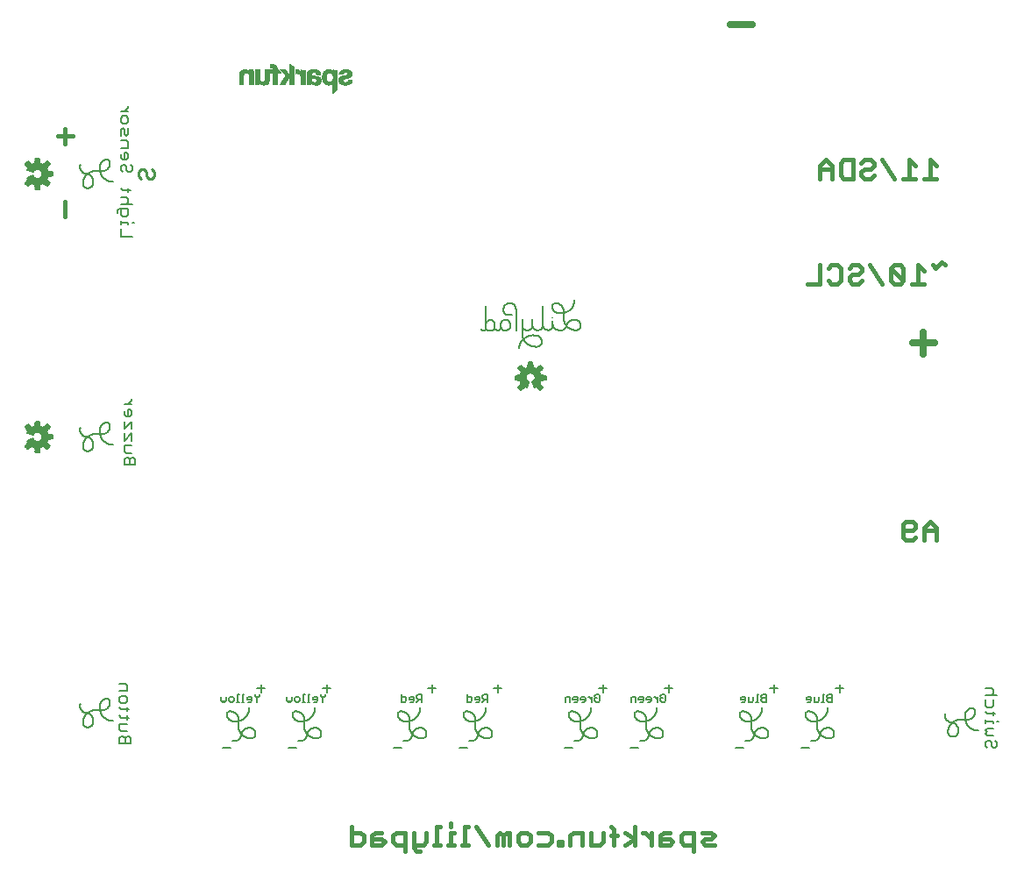
<source format=gbo>
G75*
%MOIN*%
%OFA0B0*%
%FSLAX25Y25*%
%IPPOS*%
%LPD*%
%AMOC8*
5,1,8,0,0,1.08239X$1,22.5*
%
%ADD10C,0.01500*%
%ADD11C,0.01100*%
%ADD12C,0.00500*%
%ADD13C,0.00800*%
%ADD14C,0.02600*%
%ADD15C,0.00300*%
%ADD16C,0.00591*%
D10*
X0194418Y0276213D02*
X0197971Y0276213D01*
X0199155Y0277397D01*
X0199155Y0279766D01*
X0197971Y0280950D01*
X0194418Y0280950D01*
X0194418Y0283319D02*
X0194418Y0276213D01*
X0202336Y0276213D02*
X0205889Y0276213D01*
X0207074Y0277397D01*
X0205889Y0278581D01*
X0202336Y0278581D01*
X0202336Y0279766D02*
X0202336Y0276213D01*
X0202336Y0279766D02*
X0203521Y0280950D01*
X0205889Y0280950D01*
X0210255Y0279766D02*
X0210255Y0277397D01*
X0211440Y0276213D01*
X0214993Y0276213D01*
X0214993Y0273844D02*
X0214993Y0280950D01*
X0211440Y0280950D01*
X0210255Y0279766D01*
X0218174Y0280950D02*
X0218174Y0275028D01*
X0219358Y0273844D01*
X0220543Y0273844D01*
X0221727Y0276213D02*
X0218174Y0276213D01*
X0221727Y0276213D02*
X0222911Y0277397D01*
X0222911Y0280950D01*
X0227006Y0283319D02*
X0227006Y0276213D01*
X0228190Y0276213D02*
X0225822Y0276213D01*
X0231101Y0276213D02*
X0233470Y0276213D01*
X0232285Y0276213D02*
X0232285Y0280950D01*
X0233470Y0280950D01*
X0232285Y0283319D02*
X0232285Y0284503D01*
X0228190Y0283319D02*
X0227006Y0283319D01*
X0236380Y0276213D02*
X0238749Y0276213D01*
X0237564Y0276213D02*
X0237564Y0283319D01*
X0238749Y0283319D01*
X0241930Y0283319D02*
X0246668Y0276213D01*
X0249849Y0276213D02*
X0249849Y0279766D01*
X0251033Y0280950D01*
X0252218Y0279766D01*
X0252218Y0276213D01*
X0254586Y0276213D02*
X0254586Y0280950D01*
X0253402Y0280950D01*
X0252218Y0279766D01*
X0257768Y0279766D02*
X0258952Y0280950D01*
X0261321Y0280950D01*
X0262505Y0279766D01*
X0262505Y0277397D01*
X0261321Y0276213D01*
X0258952Y0276213D01*
X0257768Y0277397D01*
X0257768Y0279766D01*
X0265686Y0280950D02*
X0269240Y0280950D01*
X0270424Y0279766D01*
X0270424Y0277397D01*
X0269240Y0276213D01*
X0265686Y0276213D01*
X0273199Y0276213D02*
X0274383Y0276213D01*
X0274383Y0277397D01*
X0273199Y0277397D01*
X0273199Y0276213D01*
X0277565Y0276213D02*
X0277565Y0279766D01*
X0278749Y0280950D01*
X0282302Y0280950D01*
X0282302Y0276213D01*
X0285483Y0276213D02*
X0285483Y0280950D01*
X0285483Y0276213D02*
X0289036Y0276213D01*
X0290221Y0277397D01*
X0290221Y0280950D01*
X0293131Y0279766D02*
X0295500Y0279766D01*
X0294316Y0282134D02*
X0294316Y0276213D01*
X0298546Y0276213D02*
X0302099Y0278581D01*
X0298546Y0280950D01*
X0302099Y0283319D02*
X0302099Y0276213D01*
X0305145Y0280950D02*
X0306329Y0280950D01*
X0308698Y0278581D01*
X0308698Y0276213D02*
X0308698Y0280950D01*
X0311879Y0279766D02*
X0311879Y0276213D01*
X0315432Y0276213D01*
X0316617Y0277397D01*
X0315432Y0278581D01*
X0311879Y0278581D01*
X0311879Y0279766D02*
X0313064Y0280950D01*
X0315432Y0280950D01*
X0319798Y0279766D02*
X0319798Y0277397D01*
X0320982Y0276213D01*
X0324535Y0276213D01*
X0324535Y0273844D02*
X0324535Y0280950D01*
X0320982Y0280950D01*
X0319798Y0279766D01*
X0327717Y0280950D02*
X0331270Y0280950D01*
X0332454Y0279766D01*
X0331270Y0278581D01*
X0328901Y0278581D01*
X0327717Y0277397D01*
X0328901Y0276213D01*
X0332454Y0276213D01*
X0294316Y0282134D02*
X0293131Y0283319D01*
X0404189Y0393334D02*
X0404189Y0398072D01*
X0405373Y0399256D01*
X0407742Y0399256D01*
X0408926Y0398072D01*
X0408926Y0396887D01*
X0407742Y0395703D01*
X0404189Y0395703D01*
X0404189Y0393334D02*
X0405373Y0392150D01*
X0407742Y0392150D01*
X0408926Y0393334D01*
X0412108Y0392150D02*
X0412108Y0396887D01*
X0414476Y0399256D01*
X0416845Y0396887D01*
X0416845Y0392150D01*
X0416845Y0395703D02*
X0412108Y0395703D01*
X0412208Y0489650D02*
X0407470Y0489650D01*
X0409839Y0489650D02*
X0409839Y0496756D01*
X0412208Y0494387D01*
X0415389Y0496756D02*
X0416573Y0495572D01*
X0418942Y0497940D01*
X0420126Y0496756D01*
X0404289Y0495572D02*
X0404289Y0490834D01*
X0399551Y0495572D01*
X0399551Y0490834D01*
X0400736Y0489650D01*
X0403105Y0489650D01*
X0404289Y0490834D01*
X0404289Y0495572D02*
X0403105Y0496756D01*
X0400736Y0496756D01*
X0399551Y0495572D01*
X0396370Y0489650D02*
X0391633Y0496756D01*
X0388451Y0495572D02*
X0388451Y0494387D01*
X0387267Y0493203D01*
X0384898Y0493203D01*
X0383714Y0492019D01*
X0383714Y0490834D01*
X0384898Y0489650D01*
X0387267Y0489650D01*
X0388451Y0490834D01*
X0388451Y0495572D02*
X0387267Y0496756D01*
X0384898Y0496756D01*
X0383714Y0495572D01*
X0380533Y0495572D02*
X0380533Y0490834D01*
X0379348Y0489650D01*
X0376980Y0489650D01*
X0375795Y0490834D01*
X0372614Y0489650D02*
X0372614Y0496756D01*
X0375795Y0495572D02*
X0376980Y0496756D01*
X0379348Y0496756D01*
X0380533Y0495572D01*
X0372614Y0489650D02*
X0367876Y0489650D01*
X0372514Y0529650D02*
X0372514Y0534387D01*
X0374883Y0536756D01*
X0377251Y0534387D01*
X0377251Y0529650D01*
X0380433Y0530834D02*
X0380433Y0535572D01*
X0381617Y0536756D01*
X0385170Y0536756D01*
X0385170Y0529650D01*
X0381617Y0529650D01*
X0380433Y0530834D01*
X0377251Y0533203D02*
X0372514Y0533203D01*
X0388351Y0532019D02*
X0388351Y0530834D01*
X0389536Y0529650D01*
X0391905Y0529650D01*
X0393089Y0530834D01*
X0391905Y0533203D02*
X0389536Y0533203D01*
X0388351Y0532019D01*
X0388351Y0535572D02*
X0389536Y0536756D01*
X0391905Y0536756D01*
X0393089Y0535572D01*
X0393089Y0534387D01*
X0391905Y0533203D01*
X0396270Y0536756D02*
X0401008Y0529650D01*
X0404189Y0529650D02*
X0408926Y0529650D01*
X0406558Y0529650D02*
X0406558Y0536756D01*
X0408926Y0534387D01*
X0412108Y0529650D02*
X0416845Y0529650D01*
X0414476Y0529650D02*
X0414476Y0536756D01*
X0416845Y0534387D01*
X0088435Y0545736D02*
X0082763Y0545736D01*
X0085599Y0542900D02*
X0085599Y0548572D01*
X0085599Y0520822D02*
X0085599Y0515150D01*
D11*
X0113686Y0530357D02*
X0113686Y0532326D01*
X0114670Y0533310D01*
X0115654Y0533310D01*
X0116638Y0532326D01*
X0116638Y0530357D01*
X0117622Y0529373D01*
X0118606Y0529373D01*
X0119591Y0530357D01*
X0119591Y0532326D01*
X0118606Y0533310D01*
X0114670Y0529373D02*
X0113686Y0530357D01*
D12*
X0145008Y0332477D02*
X0145008Y0331125D01*
X0145458Y0330675D01*
X0145909Y0331125D01*
X0146359Y0330675D01*
X0146809Y0331125D01*
X0146809Y0332477D01*
X0147954Y0332026D02*
X0148405Y0332477D01*
X0149305Y0332477D01*
X0149756Y0332026D01*
X0149756Y0331125D01*
X0149305Y0330675D01*
X0148405Y0330675D01*
X0147954Y0331125D01*
X0147954Y0332026D01*
X0150819Y0330675D02*
X0151720Y0330675D01*
X0151270Y0330675D02*
X0151270Y0333377D01*
X0151720Y0333377D01*
X0153234Y0333377D02*
X0153234Y0330675D01*
X0153684Y0330675D02*
X0152784Y0330675D01*
X0154829Y0331576D02*
X0156631Y0331576D01*
X0156631Y0332026D02*
X0156181Y0332477D01*
X0155280Y0332477D01*
X0154829Y0332026D01*
X0154829Y0331576D01*
X0155280Y0330675D02*
X0156181Y0330675D01*
X0156631Y0331125D01*
X0156631Y0332026D01*
X0157776Y0332927D02*
X0158677Y0332026D01*
X0158677Y0330675D01*
X0158677Y0332026D02*
X0159578Y0332927D01*
X0159578Y0333377D01*
X0157776Y0333377D02*
X0157776Y0332927D01*
X0153684Y0333377D02*
X0153234Y0333377D01*
X0170008Y0332477D02*
X0170008Y0331125D01*
X0170458Y0330675D01*
X0170909Y0331125D01*
X0171359Y0330675D01*
X0171809Y0331125D01*
X0171809Y0332477D01*
X0172954Y0332026D02*
X0173405Y0332477D01*
X0174305Y0332477D01*
X0174756Y0332026D01*
X0174756Y0331125D01*
X0174305Y0330675D01*
X0173405Y0330675D01*
X0172954Y0331125D01*
X0172954Y0332026D01*
X0175819Y0330675D02*
X0176720Y0330675D01*
X0176270Y0330675D02*
X0176270Y0333377D01*
X0176720Y0333377D01*
X0178234Y0333377D02*
X0178234Y0330675D01*
X0178684Y0330675D02*
X0177784Y0330675D01*
X0179829Y0331576D02*
X0181631Y0331576D01*
X0181631Y0332026D02*
X0181181Y0332477D01*
X0180280Y0332477D01*
X0179829Y0332026D01*
X0179829Y0331576D01*
X0180280Y0330675D02*
X0181181Y0330675D01*
X0181631Y0331125D01*
X0181631Y0332026D01*
X0182776Y0332927D02*
X0183677Y0332026D01*
X0183677Y0330675D01*
X0183677Y0332026D02*
X0184578Y0332927D01*
X0184578Y0333377D01*
X0182776Y0333377D02*
X0182776Y0332927D01*
X0178684Y0333377D02*
X0178234Y0333377D01*
X0213445Y0333377D02*
X0213445Y0330675D01*
X0214796Y0330675D01*
X0215247Y0331125D01*
X0215247Y0332026D01*
X0214796Y0332477D01*
X0213445Y0332477D01*
X0216392Y0332026D02*
X0216842Y0332477D01*
X0217743Y0332477D01*
X0218193Y0332026D01*
X0218193Y0331125D01*
X0217743Y0330675D01*
X0216842Y0330675D01*
X0216392Y0331576D02*
X0218193Y0331576D01*
X0219338Y0332026D02*
X0219789Y0331576D01*
X0221140Y0331576D01*
X0220239Y0331576D02*
X0219338Y0330675D01*
X0219338Y0332026D02*
X0219338Y0332927D01*
X0219789Y0333377D01*
X0221140Y0333377D01*
X0221140Y0330675D01*
X0216392Y0331576D02*
X0216392Y0332026D01*
X0238445Y0332477D02*
X0239796Y0332477D01*
X0240247Y0332026D01*
X0240247Y0331125D01*
X0239796Y0330675D01*
X0238445Y0330675D01*
X0238445Y0333377D01*
X0241392Y0332026D02*
X0241392Y0331576D01*
X0243193Y0331576D01*
X0243193Y0332026D02*
X0242743Y0332477D01*
X0241842Y0332477D01*
X0241392Y0332026D01*
X0241842Y0330675D02*
X0242743Y0330675D01*
X0243193Y0331125D01*
X0243193Y0332026D01*
X0244338Y0332026D02*
X0244789Y0331576D01*
X0246140Y0331576D01*
X0245239Y0331576D02*
X0244338Y0330675D01*
X0244338Y0332026D02*
X0244338Y0332927D01*
X0244789Y0333377D01*
X0246140Y0333377D01*
X0246140Y0330675D01*
X0275744Y0330675D02*
X0275744Y0332026D01*
X0276195Y0332477D01*
X0277546Y0332477D01*
X0277546Y0330675D01*
X0278691Y0331576D02*
X0280492Y0331576D01*
X0280492Y0332026D02*
X0280042Y0332477D01*
X0279141Y0332477D01*
X0278691Y0332026D01*
X0278691Y0331576D01*
X0279141Y0330675D02*
X0280042Y0330675D01*
X0280492Y0331125D01*
X0280492Y0332026D01*
X0281637Y0332026D02*
X0281637Y0331576D01*
X0283439Y0331576D01*
X0283439Y0332026D02*
X0282989Y0332477D01*
X0282088Y0332477D01*
X0281637Y0332026D01*
X0282088Y0330675D02*
X0282989Y0330675D01*
X0283439Y0331125D01*
X0283439Y0332026D01*
X0284543Y0332477D02*
X0284994Y0332477D01*
X0285894Y0331576D01*
X0285894Y0330675D02*
X0285894Y0332477D01*
X0287039Y0332927D02*
X0287490Y0333377D01*
X0288391Y0333377D01*
X0288841Y0332927D01*
X0288841Y0331125D01*
X0288391Y0330675D01*
X0287490Y0330675D01*
X0287039Y0331125D01*
X0287039Y0332026D01*
X0287940Y0332026D01*
X0300744Y0332026D02*
X0300744Y0330675D01*
X0300744Y0332026D02*
X0301195Y0332477D01*
X0302546Y0332477D01*
X0302546Y0330675D01*
X0303691Y0331576D02*
X0305492Y0331576D01*
X0305492Y0332026D02*
X0305042Y0332477D01*
X0304141Y0332477D01*
X0303691Y0332026D01*
X0303691Y0331576D01*
X0304141Y0330675D02*
X0305042Y0330675D01*
X0305492Y0331125D01*
X0305492Y0332026D01*
X0306637Y0332026D02*
X0306637Y0331576D01*
X0308439Y0331576D01*
X0308439Y0332026D02*
X0307989Y0332477D01*
X0307088Y0332477D01*
X0306637Y0332026D01*
X0307088Y0330675D02*
X0307989Y0330675D01*
X0308439Y0331125D01*
X0308439Y0332026D01*
X0309543Y0332477D02*
X0309994Y0332477D01*
X0310894Y0331576D01*
X0310894Y0330675D02*
X0310894Y0332477D01*
X0312039Y0332927D02*
X0312490Y0333377D01*
X0313391Y0333377D01*
X0313841Y0332927D01*
X0313841Y0331125D01*
X0313391Y0330675D01*
X0312490Y0330675D01*
X0312039Y0331125D01*
X0312039Y0332026D01*
X0312940Y0332026D01*
X0342463Y0332026D02*
X0342463Y0331576D01*
X0344265Y0331576D01*
X0344265Y0332026D02*
X0343814Y0332477D01*
X0342914Y0332477D01*
X0342463Y0332026D01*
X0342914Y0330675D02*
X0343814Y0330675D01*
X0344265Y0331125D01*
X0344265Y0332026D01*
X0345410Y0332477D02*
X0345410Y0330675D01*
X0346761Y0330675D01*
X0347211Y0331125D01*
X0347211Y0332477D01*
X0348725Y0333377D02*
X0348725Y0330675D01*
X0348275Y0330675D02*
X0349176Y0330675D01*
X0350321Y0331125D02*
X0350771Y0330675D01*
X0352122Y0330675D01*
X0352122Y0333377D01*
X0350771Y0333377D01*
X0350321Y0332927D01*
X0350321Y0332477D01*
X0350771Y0332026D01*
X0352122Y0332026D01*
X0350771Y0332026D02*
X0350321Y0331576D01*
X0350321Y0331125D01*
X0349176Y0333377D02*
X0348725Y0333377D01*
X0367463Y0332026D02*
X0367463Y0331576D01*
X0369265Y0331576D01*
X0369265Y0332026D02*
X0368814Y0332477D01*
X0367914Y0332477D01*
X0367463Y0332026D01*
X0367914Y0330675D02*
X0368814Y0330675D01*
X0369265Y0331125D01*
X0369265Y0332026D01*
X0370410Y0332477D02*
X0370410Y0330675D01*
X0371761Y0330675D01*
X0372211Y0331125D01*
X0372211Y0332477D01*
X0373725Y0333377D02*
X0373725Y0330675D01*
X0373275Y0330675D02*
X0374176Y0330675D01*
X0375321Y0331125D02*
X0375771Y0330675D01*
X0377122Y0330675D01*
X0377122Y0333377D01*
X0375771Y0333377D01*
X0375321Y0332927D01*
X0375321Y0332477D01*
X0375771Y0332026D01*
X0377122Y0332026D01*
X0375771Y0332026D02*
X0375321Y0331576D01*
X0375321Y0331125D01*
X0374176Y0333377D02*
X0373725Y0333377D01*
D13*
X0378696Y0335701D02*
X0381498Y0335701D01*
X0380097Y0334300D02*
X0380097Y0337102D01*
X0375639Y0328420D02*
X0375637Y0328279D01*
X0375631Y0328138D01*
X0375622Y0327997D01*
X0375608Y0327857D01*
X0375590Y0327717D01*
X0375569Y0327578D01*
X0375544Y0327439D01*
X0375515Y0327301D01*
X0375482Y0327164D01*
X0375446Y0327027D01*
X0375406Y0326892D01*
X0375362Y0326758D01*
X0375314Y0326625D01*
X0375263Y0326494D01*
X0375208Y0326364D01*
X0375149Y0326236D01*
X0375088Y0326109D01*
X0375022Y0325984D01*
X0374953Y0325861D01*
X0374881Y0325740D01*
X0374806Y0325621D01*
X0374727Y0325504D01*
X0374645Y0325389D01*
X0374560Y0325276D01*
X0374472Y0325166D01*
X0374381Y0325059D01*
X0374286Y0324954D01*
X0374189Y0324851D01*
X0374090Y0324752D01*
X0373987Y0324655D01*
X0373882Y0324560D01*
X0373775Y0324469D01*
X0373665Y0324381D01*
X0373552Y0324296D01*
X0373437Y0324214D01*
X0373320Y0324135D01*
X0373201Y0324060D01*
X0373080Y0323988D01*
X0372957Y0323919D01*
X0372832Y0323853D01*
X0372705Y0323792D01*
X0372577Y0323733D01*
X0372447Y0323678D01*
X0372316Y0323627D01*
X0372183Y0323579D01*
X0372049Y0323535D01*
X0371914Y0323495D01*
X0371777Y0323459D01*
X0371640Y0323426D01*
X0371502Y0323397D01*
X0371363Y0323372D01*
X0371224Y0323351D01*
X0371084Y0323333D01*
X0370944Y0323319D01*
X0370803Y0323310D01*
X0370662Y0323304D01*
X0370521Y0323302D01*
X0369734Y0323302D01*
X0371506Y0324090D02*
X0371504Y0324198D01*
X0371498Y0324306D01*
X0371488Y0324413D01*
X0371475Y0324520D01*
X0371457Y0324626D01*
X0371435Y0324732D01*
X0371410Y0324837D01*
X0371381Y0324941D01*
X0371348Y0325043D01*
X0371311Y0325145D01*
X0371271Y0325245D01*
X0371227Y0325343D01*
X0371179Y0325440D01*
X0371128Y0325535D01*
X0371074Y0325628D01*
X0371016Y0325719D01*
X0370955Y0325808D01*
X0370890Y0325895D01*
X0370823Y0325979D01*
X0370752Y0326061D01*
X0370679Y0326140D01*
X0370603Y0326216D01*
X0370524Y0326289D01*
X0370442Y0326360D01*
X0370358Y0326427D01*
X0370271Y0326492D01*
X0370182Y0326553D01*
X0370091Y0326611D01*
X0369998Y0326665D01*
X0369903Y0326716D01*
X0369806Y0326764D01*
X0369708Y0326808D01*
X0369608Y0326848D01*
X0369506Y0326885D01*
X0369404Y0326918D01*
X0369300Y0326947D01*
X0369195Y0326972D01*
X0369089Y0326994D01*
X0368983Y0327012D01*
X0368876Y0327025D01*
X0368769Y0327035D01*
X0368661Y0327041D01*
X0368553Y0327043D01*
X0368553Y0327042D02*
X0368159Y0327042D01*
X0368097Y0327040D01*
X0368036Y0327034D01*
X0367975Y0327025D01*
X0367914Y0327011D01*
X0367855Y0326994D01*
X0367797Y0326973D01*
X0367740Y0326948D01*
X0367685Y0326920D01*
X0367632Y0326889D01*
X0367581Y0326854D01*
X0367532Y0326816D01*
X0367485Y0326775D01*
X0367442Y0326732D01*
X0367401Y0326685D01*
X0367363Y0326636D01*
X0367328Y0326585D01*
X0367297Y0326532D01*
X0367269Y0326477D01*
X0367244Y0326420D01*
X0367223Y0326362D01*
X0367206Y0326303D01*
X0367192Y0326242D01*
X0367183Y0326181D01*
X0367177Y0326120D01*
X0367175Y0326058D01*
X0367175Y0325861D01*
X0367177Y0325761D01*
X0367183Y0325660D01*
X0367193Y0325560D01*
X0367207Y0325461D01*
X0367224Y0325362D01*
X0367246Y0325264D01*
X0367271Y0325166D01*
X0367300Y0325070D01*
X0367333Y0324975D01*
X0367370Y0324882D01*
X0367410Y0324790D01*
X0367454Y0324699D01*
X0367501Y0324611D01*
X0367552Y0324524D01*
X0367606Y0324439D01*
X0367664Y0324357D01*
X0367724Y0324277D01*
X0367788Y0324199D01*
X0367855Y0324124D01*
X0367925Y0324052D01*
X0367997Y0323982D01*
X0368072Y0323915D01*
X0368150Y0323851D01*
X0368230Y0323791D01*
X0368312Y0323733D01*
X0368397Y0323679D01*
X0368484Y0323628D01*
X0368572Y0323581D01*
X0368663Y0323537D01*
X0368755Y0323497D01*
X0368848Y0323460D01*
X0368943Y0323427D01*
X0369039Y0323398D01*
X0369137Y0323373D01*
X0369235Y0323351D01*
X0369334Y0323334D01*
X0369433Y0323320D01*
X0369533Y0323310D01*
X0369634Y0323304D01*
X0369734Y0323302D01*
X0371505Y0324090D02*
X0371505Y0321531D01*
X0372489Y0317790D02*
X0372462Y0317691D01*
X0372430Y0317593D01*
X0372395Y0317497D01*
X0372357Y0317402D01*
X0372315Y0317308D01*
X0372269Y0317216D01*
X0372220Y0317126D01*
X0372168Y0317038D01*
X0372113Y0316951D01*
X0372054Y0316867D01*
X0371992Y0316785D01*
X0371927Y0316705D01*
X0371859Y0316628D01*
X0371789Y0316554D01*
X0371715Y0316482D01*
X0371639Y0316413D01*
X0371561Y0316347D01*
X0371480Y0316284D01*
X0371397Y0316224D01*
X0371311Y0316167D01*
X0371224Y0316113D01*
X0371134Y0316063D01*
X0371043Y0316016D01*
X0370950Y0315972D01*
X0370856Y0315932D01*
X0370760Y0315895D01*
X0370662Y0315863D01*
X0370564Y0315833D01*
X0370465Y0315808D01*
X0370364Y0315786D01*
X0370263Y0315768D01*
X0370161Y0315754D01*
X0370059Y0315743D01*
X0369957Y0315737D01*
X0369854Y0315734D01*
X0369752Y0315735D01*
X0369649Y0315740D01*
X0369547Y0315749D01*
X0369445Y0315761D01*
X0369344Y0315778D01*
X0369243Y0315798D01*
X0369143Y0315822D01*
X0368445Y0313277D02*
X0365643Y0313277D01*
X0372489Y0317790D02*
X0372491Y0317898D01*
X0372497Y0318006D01*
X0372507Y0318113D01*
X0372520Y0318220D01*
X0372538Y0318326D01*
X0372560Y0318432D01*
X0372585Y0318537D01*
X0372614Y0318641D01*
X0372647Y0318743D01*
X0372684Y0318845D01*
X0372724Y0318945D01*
X0372768Y0319043D01*
X0372816Y0319140D01*
X0372867Y0319235D01*
X0372921Y0319328D01*
X0372979Y0319419D01*
X0373040Y0319508D01*
X0373105Y0319595D01*
X0373172Y0319679D01*
X0373243Y0319761D01*
X0373316Y0319840D01*
X0373392Y0319916D01*
X0373471Y0319989D01*
X0373553Y0320060D01*
X0373637Y0320127D01*
X0373724Y0320192D01*
X0373813Y0320253D01*
X0373904Y0320311D01*
X0373997Y0320365D01*
X0374092Y0320416D01*
X0374189Y0320464D01*
X0374287Y0320508D01*
X0374387Y0320548D01*
X0374489Y0320585D01*
X0374591Y0320618D01*
X0374695Y0320647D01*
X0374800Y0320672D01*
X0374906Y0320694D01*
X0375012Y0320712D01*
X0375119Y0320725D01*
X0375226Y0320735D01*
X0375334Y0320741D01*
X0375442Y0320743D01*
X0375836Y0320743D01*
X0376230Y0316807D02*
X0376095Y0316809D01*
X0375960Y0316815D01*
X0375826Y0316824D01*
X0375692Y0316838D01*
X0375558Y0316855D01*
X0375424Y0316876D01*
X0375292Y0316901D01*
X0375160Y0316930D01*
X0375029Y0316962D01*
X0374899Y0316998D01*
X0374770Y0317038D01*
X0374643Y0317082D01*
X0374516Y0317129D01*
X0374391Y0317180D01*
X0374268Y0317234D01*
X0374146Y0317292D01*
X0374025Y0317353D01*
X0373907Y0317418D01*
X0373791Y0317486D01*
X0373676Y0317557D01*
X0373564Y0317631D01*
X0373453Y0317709D01*
X0373345Y0317790D01*
X0373240Y0317874D01*
X0373136Y0317961D01*
X0373036Y0318051D01*
X0372938Y0318143D01*
X0372842Y0318239D01*
X0372750Y0318337D01*
X0372660Y0318437D01*
X0372573Y0318541D01*
X0372489Y0318646D01*
X0372408Y0318754D01*
X0372330Y0318865D01*
X0372256Y0318977D01*
X0372185Y0319092D01*
X0372117Y0319208D01*
X0372052Y0319326D01*
X0371991Y0319447D01*
X0371933Y0319569D01*
X0371879Y0319692D01*
X0371828Y0319817D01*
X0371781Y0319944D01*
X0371737Y0320071D01*
X0371697Y0320200D01*
X0371661Y0320330D01*
X0371629Y0320461D01*
X0371600Y0320593D01*
X0371575Y0320725D01*
X0371554Y0320859D01*
X0371537Y0320993D01*
X0371523Y0321127D01*
X0371514Y0321261D01*
X0371508Y0321396D01*
X0371506Y0321531D01*
X0375836Y0320743D02*
X0375928Y0320741D01*
X0376020Y0320735D01*
X0376111Y0320725D01*
X0376202Y0320712D01*
X0376292Y0320694D01*
X0376382Y0320673D01*
X0376470Y0320648D01*
X0376557Y0320619D01*
X0376643Y0320587D01*
X0376728Y0320551D01*
X0376811Y0320511D01*
X0376892Y0320468D01*
X0376971Y0320422D01*
X0377048Y0320372D01*
X0377123Y0320319D01*
X0377196Y0320262D01*
X0377266Y0320203D01*
X0377334Y0320141D01*
X0377399Y0320076D01*
X0377461Y0320008D01*
X0377520Y0319938D01*
X0377577Y0319865D01*
X0377630Y0319790D01*
X0377680Y0319713D01*
X0377726Y0319634D01*
X0377769Y0319553D01*
X0377809Y0319470D01*
X0377845Y0319385D01*
X0377877Y0319299D01*
X0377906Y0319212D01*
X0377931Y0319124D01*
X0377952Y0319034D01*
X0377970Y0318944D01*
X0377983Y0318853D01*
X0377993Y0318762D01*
X0377999Y0318670D01*
X0378001Y0318578D01*
X0378002Y0318578D02*
X0378000Y0318496D01*
X0377994Y0318415D01*
X0377985Y0318333D01*
X0377972Y0318252D01*
X0377955Y0318172D01*
X0377934Y0318093D01*
X0377910Y0318015D01*
X0377882Y0317938D01*
X0377851Y0317862D01*
X0377816Y0317788D01*
X0377778Y0317716D01*
X0377737Y0317645D01*
X0377692Y0317577D01*
X0377644Y0317510D01*
X0377593Y0317446D01*
X0377540Y0317384D01*
X0377483Y0317325D01*
X0377424Y0317268D01*
X0377362Y0317215D01*
X0377298Y0317164D01*
X0377231Y0317116D01*
X0377163Y0317071D01*
X0377092Y0317030D01*
X0377020Y0316992D01*
X0376946Y0316957D01*
X0376870Y0316926D01*
X0376793Y0316898D01*
X0376715Y0316874D01*
X0376636Y0316853D01*
X0376556Y0316836D01*
X0376475Y0316823D01*
X0376393Y0316814D01*
X0376312Y0316808D01*
X0376230Y0316806D01*
X0356498Y0335701D02*
X0353696Y0335701D01*
X0355097Y0334300D02*
X0355097Y0337102D01*
X0350639Y0328420D02*
X0350637Y0328279D01*
X0350631Y0328138D01*
X0350622Y0327997D01*
X0350608Y0327857D01*
X0350590Y0327717D01*
X0350569Y0327578D01*
X0350544Y0327439D01*
X0350515Y0327301D01*
X0350482Y0327164D01*
X0350446Y0327027D01*
X0350406Y0326892D01*
X0350362Y0326758D01*
X0350314Y0326625D01*
X0350263Y0326494D01*
X0350208Y0326364D01*
X0350149Y0326236D01*
X0350088Y0326109D01*
X0350022Y0325984D01*
X0349953Y0325861D01*
X0349881Y0325740D01*
X0349806Y0325621D01*
X0349727Y0325504D01*
X0349645Y0325389D01*
X0349560Y0325276D01*
X0349472Y0325166D01*
X0349381Y0325059D01*
X0349286Y0324954D01*
X0349189Y0324851D01*
X0349090Y0324752D01*
X0348987Y0324655D01*
X0348882Y0324560D01*
X0348775Y0324469D01*
X0348665Y0324381D01*
X0348552Y0324296D01*
X0348437Y0324214D01*
X0348320Y0324135D01*
X0348201Y0324060D01*
X0348080Y0323988D01*
X0347957Y0323919D01*
X0347832Y0323853D01*
X0347705Y0323792D01*
X0347577Y0323733D01*
X0347447Y0323678D01*
X0347316Y0323627D01*
X0347183Y0323579D01*
X0347049Y0323535D01*
X0346914Y0323495D01*
X0346777Y0323459D01*
X0346640Y0323426D01*
X0346502Y0323397D01*
X0346363Y0323372D01*
X0346224Y0323351D01*
X0346084Y0323333D01*
X0345944Y0323319D01*
X0345803Y0323310D01*
X0345662Y0323304D01*
X0345521Y0323302D01*
X0344734Y0323302D01*
X0346506Y0324090D02*
X0346504Y0324198D01*
X0346498Y0324306D01*
X0346488Y0324413D01*
X0346475Y0324520D01*
X0346457Y0324626D01*
X0346435Y0324732D01*
X0346410Y0324837D01*
X0346381Y0324941D01*
X0346348Y0325043D01*
X0346311Y0325145D01*
X0346271Y0325245D01*
X0346227Y0325343D01*
X0346179Y0325440D01*
X0346128Y0325535D01*
X0346074Y0325628D01*
X0346016Y0325719D01*
X0345955Y0325808D01*
X0345890Y0325895D01*
X0345823Y0325979D01*
X0345752Y0326061D01*
X0345679Y0326140D01*
X0345603Y0326216D01*
X0345524Y0326289D01*
X0345442Y0326360D01*
X0345358Y0326427D01*
X0345271Y0326492D01*
X0345182Y0326553D01*
X0345091Y0326611D01*
X0344998Y0326665D01*
X0344903Y0326716D01*
X0344806Y0326764D01*
X0344708Y0326808D01*
X0344608Y0326848D01*
X0344506Y0326885D01*
X0344404Y0326918D01*
X0344300Y0326947D01*
X0344195Y0326972D01*
X0344089Y0326994D01*
X0343983Y0327012D01*
X0343876Y0327025D01*
X0343769Y0327035D01*
X0343661Y0327041D01*
X0343553Y0327043D01*
X0343553Y0327042D02*
X0343159Y0327042D01*
X0343097Y0327040D01*
X0343036Y0327034D01*
X0342975Y0327025D01*
X0342914Y0327011D01*
X0342855Y0326994D01*
X0342797Y0326973D01*
X0342740Y0326948D01*
X0342685Y0326920D01*
X0342632Y0326889D01*
X0342581Y0326854D01*
X0342532Y0326816D01*
X0342485Y0326775D01*
X0342442Y0326732D01*
X0342401Y0326685D01*
X0342363Y0326636D01*
X0342328Y0326585D01*
X0342297Y0326532D01*
X0342269Y0326477D01*
X0342244Y0326420D01*
X0342223Y0326362D01*
X0342206Y0326303D01*
X0342192Y0326242D01*
X0342183Y0326181D01*
X0342177Y0326120D01*
X0342175Y0326058D01*
X0342175Y0325861D01*
X0342177Y0325761D01*
X0342183Y0325660D01*
X0342193Y0325560D01*
X0342207Y0325461D01*
X0342224Y0325362D01*
X0342246Y0325264D01*
X0342271Y0325166D01*
X0342300Y0325070D01*
X0342333Y0324975D01*
X0342370Y0324882D01*
X0342410Y0324790D01*
X0342454Y0324699D01*
X0342501Y0324611D01*
X0342552Y0324524D01*
X0342606Y0324439D01*
X0342664Y0324357D01*
X0342724Y0324277D01*
X0342788Y0324199D01*
X0342855Y0324124D01*
X0342925Y0324052D01*
X0342997Y0323982D01*
X0343072Y0323915D01*
X0343150Y0323851D01*
X0343230Y0323791D01*
X0343312Y0323733D01*
X0343397Y0323679D01*
X0343484Y0323628D01*
X0343572Y0323581D01*
X0343663Y0323537D01*
X0343755Y0323497D01*
X0343848Y0323460D01*
X0343943Y0323427D01*
X0344039Y0323398D01*
X0344137Y0323373D01*
X0344235Y0323351D01*
X0344334Y0323334D01*
X0344433Y0323320D01*
X0344533Y0323310D01*
X0344634Y0323304D01*
X0344734Y0323302D01*
X0346505Y0324090D02*
X0346505Y0321531D01*
X0347489Y0317790D02*
X0347462Y0317691D01*
X0347430Y0317593D01*
X0347395Y0317497D01*
X0347357Y0317402D01*
X0347315Y0317308D01*
X0347269Y0317216D01*
X0347220Y0317126D01*
X0347168Y0317038D01*
X0347113Y0316951D01*
X0347054Y0316867D01*
X0346992Y0316785D01*
X0346927Y0316705D01*
X0346859Y0316628D01*
X0346789Y0316554D01*
X0346715Y0316482D01*
X0346639Y0316413D01*
X0346561Y0316347D01*
X0346480Y0316284D01*
X0346397Y0316224D01*
X0346311Y0316167D01*
X0346224Y0316113D01*
X0346134Y0316063D01*
X0346043Y0316016D01*
X0345950Y0315972D01*
X0345856Y0315932D01*
X0345760Y0315895D01*
X0345662Y0315863D01*
X0345564Y0315833D01*
X0345465Y0315808D01*
X0345364Y0315786D01*
X0345263Y0315768D01*
X0345161Y0315754D01*
X0345059Y0315743D01*
X0344957Y0315737D01*
X0344854Y0315734D01*
X0344752Y0315735D01*
X0344649Y0315740D01*
X0344547Y0315749D01*
X0344445Y0315761D01*
X0344344Y0315778D01*
X0344243Y0315798D01*
X0344143Y0315822D01*
X0343445Y0313277D02*
X0340643Y0313277D01*
X0347489Y0317790D02*
X0347491Y0317898D01*
X0347497Y0318006D01*
X0347507Y0318113D01*
X0347520Y0318220D01*
X0347538Y0318326D01*
X0347560Y0318432D01*
X0347585Y0318537D01*
X0347614Y0318641D01*
X0347647Y0318743D01*
X0347684Y0318845D01*
X0347724Y0318945D01*
X0347768Y0319043D01*
X0347816Y0319140D01*
X0347867Y0319235D01*
X0347921Y0319328D01*
X0347979Y0319419D01*
X0348040Y0319508D01*
X0348105Y0319595D01*
X0348172Y0319679D01*
X0348243Y0319761D01*
X0348316Y0319840D01*
X0348392Y0319916D01*
X0348471Y0319989D01*
X0348553Y0320060D01*
X0348637Y0320127D01*
X0348724Y0320192D01*
X0348813Y0320253D01*
X0348904Y0320311D01*
X0348997Y0320365D01*
X0349092Y0320416D01*
X0349189Y0320464D01*
X0349287Y0320508D01*
X0349387Y0320548D01*
X0349489Y0320585D01*
X0349591Y0320618D01*
X0349695Y0320647D01*
X0349800Y0320672D01*
X0349906Y0320694D01*
X0350012Y0320712D01*
X0350119Y0320725D01*
X0350226Y0320735D01*
X0350334Y0320741D01*
X0350442Y0320743D01*
X0350836Y0320743D01*
X0351230Y0316807D02*
X0351095Y0316809D01*
X0350960Y0316815D01*
X0350826Y0316824D01*
X0350692Y0316838D01*
X0350558Y0316855D01*
X0350424Y0316876D01*
X0350292Y0316901D01*
X0350160Y0316930D01*
X0350029Y0316962D01*
X0349899Y0316998D01*
X0349770Y0317038D01*
X0349643Y0317082D01*
X0349516Y0317129D01*
X0349391Y0317180D01*
X0349268Y0317234D01*
X0349146Y0317292D01*
X0349025Y0317353D01*
X0348907Y0317418D01*
X0348791Y0317486D01*
X0348676Y0317557D01*
X0348564Y0317631D01*
X0348453Y0317709D01*
X0348345Y0317790D01*
X0348240Y0317874D01*
X0348136Y0317961D01*
X0348036Y0318051D01*
X0347938Y0318143D01*
X0347842Y0318239D01*
X0347750Y0318337D01*
X0347660Y0318437D01*
X0347573Y0318541D01*
X0347489Y0318646D01*
X0347408Y0318754D01*
X0347330Y0318865D01*
X0347256Y0318977D01*
X0347185Y0319092D01*
X0347117Y0319208D01*
X0347052Y0319326D01*
X0346991Y0319447D01*
X0346933Y0319569D01*
X0346879Y0319692D01*
X0346828Y0319817D01*
X0346781Y0319944D01*
X0346737Y0320071D01*
X0346697Y0320200D01*
X0346661Y0320330D01*
X0346629Y0320461D01*
X0346600Y0320593D01*
X0346575Y0320725D01*
X0346554Y0320859D01*
X0346537Y0320993D01*
X0346523Y0321127D01*
X0346514Y0321261D01*
X0346508Y0321396D01*
X0346506Y0321531D01*
X0350836Y0320743D02*
X0350928Y0320741D01*
X0351020Y0320735D01*
X0351111Y0320725D01*
X0351202Y0320712D01*
X0351292Y0320694D01*
X0351382Y0320673D01*
X0351470Y0320648D01*
X0351557Y0320619D01*
X0351643Y0320587D01*
X0351728Y0320551D01*
X0351811Y0320511D01*
X0351892Y0320468D01*
X0351971Y0320422D01*
X0352048Y0320372D01*
X0352123Y0320319D01*
X0352196Y0320262D01*
X0352266Y0320203D01*
X0352334Y0320141D01*
X0352399Y0320076D01*
X0352461Y0320008D01*
X0352520Y0319938D01*
X0352577Y0319865D01*
X0352630Y0319790D01*
X0352680Y0319713D01*
X0352726Y0319634D01*
X0352769Y0319553D01*
X0352809Y0319470D01*
X0352845Y0319385D01*
X0352877Y0319299D01*
X0352906Y0319212D01*
X0352931Y0319124D01*
X0352952Y0319034D01*
X0352970Y0318944D01*
X0352983Y0318853D01*
X0352993Y0318762D01*
X0352999Y0318670D01*
X0353001Y0318578D01*
X0353002Y0318578D02*
X0353000Y0318496D01*
X0352994Y0318415D01*
X0352985Y0318333D01*
X0352972Y0318252D01*
X0352955Y0318172D01*
X0352934Y0318093D01*
X0352910Y0318015D01*
X0352882Y0317938D01*
X0352851Y0317862D01*
X0352816Y0317788D01*
X0352778Y0317716D01*
X0352737Y0317645D01*
X0352692Y0317577D01*
X0352644Y0317510D01*
X0352593Y0317446D01*
X0352540Y0317384D01*
X0352483Y0317325D01*
X0352424Y0317268D01*
X0352362Y0317215D01*
X0352298Y0317164D01*
X0352231Y0317116D01*
X0352163Y0317071D01*
X0352092Y0317030D01*
X0352020Y0316992D01*
X0351946Y0316957D01*
X0351870Y0316926D01*
X0351793Y0316898D01*
X0351715Y0316874D01*
X0351636Y0316853D01*
X0351556Y0316836D01*
X0351475Y0316823D01*
X0351393Y0316814D01*
X0351312Y0316808D01*
X0351230Y0316806D01*
X0316498Y0335701D02*
X0313696Y0335701D01*
X0315097Y0334300D02*
X0315097Y0337102D01*
X0310639Y0328420D02*
X0310637Y0328279D01*
X0310631Y0328138D01*
X0310622Y0327997D01*
X0310608Y0327857D01*
X0310590Y0327717D01*
X0310569Y0327578D01*
X0310544Y0327439D01*
X0310515Y0327301D01*
X0310482Y0327164D01*
X0310446Y0327027D01*
X0310406Y0326892D01*
X0310362Y0326758D01*
X0310314Y0326625D01*
X0310263Y0326494D01*
X0310208Y0326364D01*
X0310149Y0326236D01*
X0310088Y0326109D01*
X0310022Y0325984D01*
X0309953Y0325861D01*
X0309881Y0325740D01*
X0309806Y0325621D01*
X0309727Y0325504D01*
X0309645Y0325389D01*
X0309560Y0325276D01*
X0309472Y0325166D01*
X0309381Y0325059D01*
X0309286Y0324954D01*
X0309189Y0324851D01*
X0309090Y0324752D01*
X0308987Y0324655D01*
X0308882Y0324560D01*
X0308775Y0324469D01*
X0308665Y0324381D01*
X0308552Y0324296D01*
X0308437Y0324214D01*
X0308320Y0324135D01*
X0308201Y0324060D01*
X0308080Y0323988D01*
X0307957Y0323919D01*
X0307832Y0323853D01*
X0307705Y0323792D01*
X0307577Y0323733D01*
X0307447Y0323678D01*
X0307316Y0323627D01*
X0307183Y0323579D01*
X0307049Y0323535D01*
X0306914Y0323495D01*
X0306777Y0323459D01*
X0306640Y0323426D01*
X0306502Y0323397D01*
X0306363Y0323372D01*
X0306224Y0323351D01*
X0306084Y0323333D01*
X0305944Y0323319D01*
X0305803Y0323310D01*
X0305662Y0323304D01*
X0305521Y0323302D01*
X0304734Y0323302D01*
X0306506Y0324090D02*
X0306504Y0324198D01*
X0306498Y0324306D01*
X0306488Y0324413D01*
X0306475Y0324520D01*
X0306457Y0324626D01*
X0306435Y0324732D01*
X0306410Y0324837D01*
X0306381Y0324941D01*
X0306348Y0325043D01*
X0306311Y0325145D01*
X0306271Y0325245D01*
X0306227Y0325343D01*
X0306179Y0325440D01*
X0306128Y0325535D01*
X0306074Y0325628D01*
X0306016Y0325719D01*
X0305955Y0325808D01*
X0305890Y0325895D01*
X0305823Y0325979D01*
X0305752Y0326061D01*
X0305679Y0326140D01*
X0305603Y0326216D01*
X0305524Y0326289D01*
X0305442Y0326360D01*
X0305358Y0326427D01*
X0305271Y0326492D01*
X0305182Y0326553D01*
X0305091Y0326611D01*
X0304998Y0326665D01*
X0304903Y0326716D01*
X0304806Y0326764D01*
X0304708Y0326808D01*
X0304608Y0326848D01*
X0304506Y0326885D01*
X0304404Y0326918D01*
X0304300Y0326947D01*
X0304195Y0326972D01*
X0304089Y0326994D01*
X0303983Y0327012D01*
X0303876Y0327025D01*
X0303769Y0327035D01*
X0303661Y0327041D01*
X0303553Y0327043D01*
X0303553Y0327042D02*
X0303159Y0327042D01*
X0303097Y0327040D01*
X0303036Y0327034D01*
X0302975Y0327025D01*
X0302914Y0327011D01*
X0302855Y0326994D01*
X0302797Y0326973D01*
X0302740Y0326948D01*
X0302685Y0326920D01*
X0302632Y0326889D01*
X0302581Y0326854D01*
X0302532Y0326816D01*
X0302485Y0326775D01*
X0302442Y0326732D01*
X0302401Y0326685D01*
X0302363Y0326636D01*
X0302328Y0326585D01*
X0302297Y0326532D01*
X0302269Y0326477D01*
X0302244Y0326420D01*
X0302223Y0326362D01*
X0302206Y0326303D01*
X0302192Y0326242D01*
X0302183Y0326181D01*
X0302177Y0326120D01*
X0302175Y0326058D01*
X0302175Y0325861D01*
X0302177Y0325761D01*
X0302183Y0325660D01*
X0302193Y0325560D01*
X0302207Y0325461D01*
X0302224Y0325362D01*
X0302246Y0325264D01*
X0302271Y0325166D01*
X0302300Y0325070D01*
X0302333Y0324975D01*
X0302370Y0324882D01*
X0302410Y0324790D01*
X0302454Y0324699D01*
X0302501Y0324611D01*
X0302552Y0324524D01*
X0302606Y0324439D01*
X0302664Y0324357D01*
X0302724Y0324277D01*
X0302788Y0324199D01*
X0302855Y0324124D01*
X0302925Y0324052D01*
X0302997Y0323982D01*
X0303072Y0323915D01*
X0303150Y0323851D01*
X0303230Y0323791D01*
X0303312Y0323733D01*
X0303397Y0323679D01*
X0303484Y0323628D01*
X0303572Y0323581D01*
X0303663Y0323537D01*
X0303755Y0323497D01*
X0303848Y0323460D01*
X0303943Y0323427D01*
X0304039Y0323398D01*
X0304137Y0323373D01*
X0304235Y0323351D01*
X0304334Y0323334D01*
X0304433Y0323320D01*
X0304533Y0323310D01*
X0304634Y0323304D01*
X0304734Y0323302D01*
X0306505Y0324090D02*
X0306505Y0321531D01*
X0307489Y0317790D02*
X0307462Y0317691D01*
X0307430Y0317593D01*
X0307395Y0317497D01*
X0307357Y0317402D01*
X0307315Y0317308D01*
X0307269Y0317216D01*
X0307220Y0317126D01*
X0307168Y0317038D01*
X0307113Y0316951D01*
X0307054Y0316867D01*
X0306992Y0316785D01*
X0306927Y0316705D01*
X0306859Y0316628D01*
X0306789Y0316554D01*
X0306715Y0316482D01*
X0306639Y0316413D01*
X0306561Y0316347D01*
X0306480Y0316284D01*
X0306397Y0316224D01*
X0306311Y0316167D01*
X0306224Y0316113D01*
X0306134Y0316063D01*
X0306043Y0316016D01*
X0305950Y0315972D01*
X0305856Y0315932D01*
X0305760Y0315895D01*
X0305662Y0315863D01*
X0305564Y0315833D01*
X0305465Y0315808D01*
X0305364Y0315786D01*
X0305263Y0315768D01*
X0305161Y0315754D01*
X0305059Y0315743D01*
X0304957Y0315737D01*
X0304854Y0315734D01*
X0304752Y0315735D01*
X0304649Y0315740D01*
X0304547Y0315749D01*
X0304445Y0315761D01*
X0304344Y0315778D01*
X0304243Y0315798D01*
X0304143Y0315822D01*
X0303445Y0313277D02*
X0300643Y0313277D01*
X0307489Y0317790D02*
X0307491Y0317898D01*
X0307497Y0318006D01*
X0307507Y0318113D01*
X0307520Y0318220D01*
X0307538Y0318326D01*
X0307560Y0318432D01*
X0307585Y0318537D01*
X0307614Y0318641D01*
X0307647Y0318743D01*
X0307684Y0318845D01*
X0307724Y0318945D01*
X0307768Y0319043D01*
X0307816Y0319140D01*
X0307867Y0319235D01*
X0307921Y0319328D01*
X0307979Y0319419D01*
X0308040Y0319508D01*
X0308105Y0319595D01*
X0308172Y0319679D01*
X0308243Y0319761D01*
X0308316Y0319840D01*
X0308392Y0319916D01*
X0308471Y0319989D01*
X0308553Y0320060D01*
X0308637Y0320127D01*
X0308724Y0320192D01*
X0308813Y0320253D01*
X0308904Y0320311D01*
X0308997Y0320365D01*
X0309092Y0320416D01*
X0309189Y0320464D01*
X0309287Y0320508D01*
X0309387Y0320548D01*
X0309489Y0320585D01*
X0309591Y0320618D01*
X0309695Y0320647D01*
X0309800Y0320672D01*
X0309906Y0320694D01*
X0310012Y0320712D01*
X0310119Y0320725D01*
X0310226Y0320735D01*
X0310334Y0320741D01*
X0310442Y0320743D01*
X0310836Y0320743D01*
X0311230Y0316807D02*
X0311095Y0316809D01*
X0310960Y0316815D01*
X0310826Y0316824D01*
X0310692Y0316838D01*
X0310558Y0316855D01*
X0310424Y0316876D01*
X0310292Y0316901D01*
X0310160Y0316930D01*
X0310029Y0316962D01*
X0309899Y0316998D01*
X0309770Y0317038D01*
X0309643Y0317082D01*
X0309516Y0317129D01*
X0309391Y0317180D01*
X0309268Y0317234D01*
X0309146Y0317292D01*
X0309025Y0317353D01*
X0308907Y0317418D01*
X0308791Y0317486D01*
X0308676Y0317557D01*
X0308564Y0317631D01*
X0308453Y0317709D01*
X0308345Y0317790D01*
X0308240Y0317874D01*
X0308136Y0317961D01*
X0308036Y0318051D01*
X0307938Y0318143D01*
X0307842Y0318239D01*
X0307750Y0318337D01*
X0307660Y0318437D01*
X0307573Y0318541D01*
X0307489Y0318646D01*
X0307408Y0318754D01*
X0307330Y0318865D01*
X0307256Y0318977D01*
X0307185Y0319092D01*
X0307117Y0319208D01*
X0307052Y0319326D01*
X0306991Y0319447D01*
X0306933Y0319569D01*
X0306879Y0319692D01*
X0306828Y0319817D01*
X0306781Y0319944D01*
X0306737Y0320071D01*
X0306697Y0320200D01*
X0306661Y0320330D01*
X0306629Y0320461D01*
X0306600Y0320593D01*
X0306575Y0320725D01*
X0306554Y0320859D01*
X0306537Y0320993D01*
X0306523Y0321127D01*
X0306514Y0321261D01*
X0306508Y0321396D01*
X0306506Y0321531D01*
X0310836Y0320743D02*
X0310928Y0320741D01*
X0311020Y0320735D01*
X0311111Y0320725D01*
X0311202Y0320712D01*
X0311292Y0320694D01*
X0311382Y0320673D01*
X0311470Y0320648D01*
X0311557Y0320619D01*
X0311643Y0320587D01*
X0311728Y0320551D01*
X0311811Y0320511D01*
X0311892Y0320468D01*
X0311971Y0320422D01*
X0312048Y0320372D01*
X0312123Y0320319D01*
X0312196Y0320262D01*
X0312266Y0320203D01*
X0312334Y0320141D01*
X0312399Y0320076D01*
X0312461Y0320008D01*
X0312520Y0319938D01*
X0312577Y0319865D01*
X0312630Y0319790D01*
X0312680Y0319713D01*
X0312726Y0319634D01*
X0312769Y0319553D01*
X0312809Y0319470D01*
X0312845Y0319385D01*
X0312877Y0319299D01*
X0312906Y0319212D01*
X0312931Y0319124D01*
X0312952Y0319034D01*
X0312970Y0318944D01*
X0312983Y0318853D01*
X0312993Y0318762D01*
X0312999Y0318670D01*
X0313001Y0318578D01*
X0313002Y0318578D02*
X0313000Y0318496D01*
X0312994Y0318415D01*
X0312985Y0318333D01*
X0312972Y0318252D01*
X0312955Y0318172D01*
X0312934Y0318093D01*
X0312910Y0318015D01*
X0312882Y0317938D01*
X0312851Y0317862D01*
X0312816Y0317788D01*
X0312778Y0317716D01*
X0312737Y0317645D01*
X0312692Y0317577D01*
X0312644Y0317510D01*
X0312593Y0317446D01*
X0312540Y0317384D01*
X0312483Y0317325D01*
X0312424Y0317268D01*
X0312362Y0317215D01*
X0312298Y0317164D01*
X0312231Y0317116D01*
X0312163Y0317071D01*
X0312092Y0317030D01*
X0312020Y0316992D01*
X0311946Y0316957D01*
X0311870Y0316926D01*
X0311793Y0316898D01*
X0311715Y0316874D01*
X0311636Y0316853D01*
X0311556Y0316836D01*
X0311475Y0316823D01*
X0311393Y0316814D01*
X0311312Y0316808D01*
X0311230Y0316806D01*
X0291498Y0335701D02*
X0288696Y0335701D01*
X0290097Y0334300D02*
X0290097Y0337102D01*
X0285639Y0328420D02*
X0285637Y0328279D01*
X0285631Y0328138D01*
X0285622Y0327997D01*
X0285608Y0327857D01*
X0285590Y0327717D01*
X0285569Y0327578D01*
X0285544Y0327439D01*
X0285515Y0327301D01*
X0285482Y0327164D01*
X0285446Y0327027D01*
X0285406Y0326892D01*
X0285362Y0326758D01*
X0285314Y0326625D01*
X0285263Y0326494D01*
X0285208Y0326364D01*
X0285149Y0326236D01*
X0285088Y0326109D01*
X0285022Y0325984D01*
X0284953Y0325861D01*
X0284881Y0325740D01*
X0284806Y0325621D01*
X0284727Y0325504D01*
X0284645Y0325389D01*
X0284560Y0325276D01*
X0284472Y0325166D01*
X0284381Y0325059D01*
X0284286Y0324954D01*
X0284189Y0324851D01*
X0284090Y0324752D01*
X0283987Y0324655D01*
X0283882Y0324560D01*
X0283775Y0324469D01*
X0283665Y0324381D01*
X0283552Y0324296D01*
X0283437Y0324214D01*
X0283320Y0324135D01*
X0283201Y0324060D01*
X0283080Y0323988D01*
X0282957Y0323919D01*
X0282832Y0323853D01*
X0282705Y0323792D01*
X0282577Y0323733D01*
X0282447Y0323678D01*
X0282316Y0323627D01*
X0282183Y0323579D01*
X0282049Y0323535D01*
X0281914Y0323495D01*
X0281777Y0323459D01*
X0281640Y0323426D01*
X0281502Y0323397D01*
X0281363Y0323372D01*
X0281224Y0323351D01*
X0281084Y0323333D01*
X0280944Y0323319D01*
X0280803Y0323310D01*
X0280662Y0323304D01*
X0280521Y0323302D01*
X0279734Y0323302D01*
X0281506Y0324090D02*
X0281504Y0324198D01*
X0281498Y0324306D01*
X0281488Y0324413D01*
X0281475Y0324520D01*
X0281457Y0324626D01*
X0281435Y0324732D01*
X0281410Y0324837D01*
X0281381Y0324941D01*
X0281348Y0325043D01*
X0281311Y0325145D01*
X0281271Y0325245D01*
X0281227Y0325343D01*
X0281179Y0325440D01*
X0281128Y0325535D01*
X0281074Y0325628D01*
X0281016Y0325719D01*
X0280955Y0325808D01*
X0280890Y0325895D01*
X0280823Y0325979D01*
X0280752Y0326061D01*
X0280679Y0326140D01*
X0280603Y0326216D01*
X0280524Y0326289D01*
X0280442Y0326360D01*
X0280358Y0326427D01*
X0280271Y0326492D01*
X0280182Y0326553D01*
X0280091Y0326611D01*
X0279998Y0326665D01*
X0279903Y0326716D01*
X0279806Y0326764D01*
X0279708Y0326808D01*
X0279608Y0326848D01*
X0279506Y0326885D01*
X0279404Y0326918D01*
X0279300Y0326947D01*
X0279195Y0326972D01*
X0279089Y0326994D01*
X0278983Y0327012D01*
X0278876Y0327025D01*
X0278769Y0327035D01*
X0278661Y0327041D01*
X0278553Y0327043D01*
X0278553Y0327042D02*
X0278159Y0327042D01*
X0278097Y0327040D01*
X0278036Y0327034D01*
X0277975Y0327025D01*
X0277914Y0327011D01*
X0277855Y0326994D01*
X0277797Y0326973D01*
X0277740Y0326948D01*
X0277685Y0326920D01*
X0277632Y0326889D01*
X0277581Y0326854D01*
X0277532Y0326816D01*
X0277485Y0326775D01*
X0277442Y0326732D01*
X0277401Y0326685D01*
X0277363Y0326636D01*
X0277328Y0326585D01*
X0277297Y0326532D01*
X0277269Y0326477D01*
X0277244Y0326420D01*
X0277223Y0326362D01*
X0277206Y0326303D01*
X0277192Y0326242D01*
X0277183Y0326181D01*
X0277177Y0326120D01*
X0277175Y0326058D01*
X0277175Y0325861D01*
X0277177Y0325761D01*
X0277183Y0325660D01*
X0277193Y0325560D01*
X0277207Y0325461D01*
X0277224Y0325362D01*
X0277246Y0325264D01*
X0277271Y0325166D01*
X0277300Y0325070D01*
X0277333Y0324975D01*
X0277370Y0324882D01*
X0277410Y0324790D01*
X0277454Y0324699D01*
X0277501Y0324611D01*
X0277552Y0324524D01*
X0277606Y0324439D01*
X0277664Y0324357D01*
X0277724Y0324277D01*
X0277788Y0324199D01*
X0277855Y0324124D01*
X0277925Y0324052D01*
X0277997Y0323982D01*
X0278072Y0323915D01*
X0278150Y0323851D01*
X0278230Y0323791D01*
X0278312Y0323733D01*
X0278397Y0323679D01*
X0278484Y0323628D01*
X0278572Y0323581D01*
X0278663Y0323537D01*
X0278755Y0323497D01*
X0278848Y0323460D01*
X0278943Y0323427D01*
X0279039Y0323398D01*
X0279137Y0323373D01*
X0279235Y0323351D01*
X0279334Y0323334D01*
X0279433Y0323320D01*
X0279533Y0323310D01*
X0279634Y0323304D01*
X0279734Y0323302D01*
X0281505Y0324090D02*
X0281505Y0321531D01*
X0282489Y0317790D02*
X0282462Y0317691D01*
X0282430Y0317593D01*
X0282395Y0317497D01*
X0282357Y0317402D01*
X0282315Y0317308D01*
X0282269Y0317216D01*
X0282220Y0317126D01*
X0282168Y0317038D01*
X0282113Y0316951D01*
X0282054Y0316867D01*
X0281992Y0316785D01*
X0281927Y0316705D01*
X0281859Y0316628D01*
X0281789Y0316554D01*
X0281715Y0316482D01*
X0281639Y0316413D01*
X0281561Y0316347D01*
X0281480Y0316284D01*
X0281397Y0316224D01*
X0281311Y0316167D01*
X0281224Y0316113D01*
X0281134Y0316063D01*
X0281043Y0316016D01*
X0280950Y0315972D01*
X0280856Y0315932D01*
X0280760Y0315895D01*
X0280662Y0315863D01*
X0280564Y0315833D01*
X0280465Y0315808D01*
X0280364Y0315786D01*
X0280263Y0315768D01*
X0280161Y0315754D01*
X0280059Y0315743D01*
X0279957Y0315737D01*
X0279854Y0315734D01*
X0279752Y0315735D01*
X0279649Y0315740D01*
X0279547Y0315749D01*
X0279445Y0315761D01*
X0279344Y0315778D01*
X0279243Y0315798D01*
X0279143Y0315822D01*
X0278445Y0313277D02*
X0275643Y0313277D01*
X0282489Y0317790D02*
X0282491Y0317898D01*
X0282497Y0318006D01*
X0282507Y0318113D01*
X0282520Y0318220D01*
X0282538Y0318326D01*
X0282560Y0318432D01*
X0282585Y0318537D01*
X0282614Y0318641D01*
X0282647Y0318743D01*
X0282684Y0318845D01*
X0282724Y0318945D01*
X0282768Y0319043D01*
X0282816Y0319140D01*
X0282867Y0319235D01*
X0282921Y0319328D01*
X0282979Y0319419D01*
X0283040Y0319508D01*
X0283105Y0319595D01*
X0283172Y0319679D01*
X0283243Y0319761D01*
X0283316Y0319840D01*
X0283392Y0319916D01*
X0283471Y0319989D01*
X0283553Y0320060D01*
X0283637Y0320127D01*
X0283724Y0320192D01*
X0283813Y0320253D01*
X0283904Y0320311D01*
X0283997Y0320365D01*
X0284092Y0320416D01*
X0284189Y0320464D01*
X0284287Y0320508D01*
X0284387Y0320548D01*
X0284489Y0320585D01*
X0284591Y0320618D01*
X0284695Y0320647D01*
X0284800Y0320672D01*
X0284906Y0320694D01*
X0285012Y0320712D01*
X0285119Y0320725D01*
X0285226Y0320735D01*
X0285334Y0320741D01*
X0285442Y0320743D01*
X0285836Y0320743D01*
X0286230Y0316807D02*
X0286095Y0316809D01*
X0285960Y0316815D01*
X0285826Y0316824D01*
X0285692Y0316838D01*
X0285558Y0316855D01*
X0285424Y0316876D01*
X0285292Y0316901D01*
X0285160Y0316930D01*
X0285029Y0316962D01*
X0284899Y0316998D01*
X0284770Y0317038D01*
X0284643Y0317082D01*
X0284516Y0317129D01*
X0284391Y0317180D01*
X0284268Y0317234D01*
X0284146Y0317292D01*
X0284025Y0317353D01*
X0283907Y0317418D01*
X0283791Y0317486D01*
X0283676Y0317557D01*
X0283564Y0317631D01*
X0283453Y0317709D01*
X0283345Y0317790D01*
X0283240Y0317874D01*
X0283136Y0317961D01*
X0283036Y0318051D01*
X0282938Y0318143D01*
X0282842Y0318239D01*
X0282750Y0318337D01*
X0282660Y0318437D01*
X0282573Y0318541D01*
X0282489Y0318646D01*
X0282408Y0318754D01*
X0282330Y0318865D01*
X0282256Y0318977D01*
X0282185Y0319092D01*
X0282117Y0319208D01*
X0282052Y0319326D01*
X0281991Y0319447D01*
X0281933Y0319569D01*
X0281879Y0319692D01*
X0281828Y0319817D01*
X0281781Y0319944D01*
X0281737Y0320071D01*
X0281697Y0320200D01*
X0281661Y0320330D01*
X0281629Y0320461D01*
X0281600Y0320593D01*
X0281575Y0320725D01*
X0281554Y0320859D01*
X0281537Y0320993D01*
X0281523Y0321127D01*
X0281514Y0321261D01*
X0281508Y0321396D01*
X0281506Y0321531D01*
X0285836Y0320743D02*
X0285928Y0320741D01*
X0286020Y0320735D01*
X0286111Y0320725D01*
X0286202Y0320712D01*
X0286292Y0320694D01*
X0286382Y0320673D01*
X0286470Y0320648D01*
X0286557Y0320619D01*
X0286643Y0320587D01*
X0286728Y0320551D01*
X0286811Y0320511D01*
X0286892Y0320468D01*
X0286971Y0320422D01*
X0287048Y0320372D01*
X0287123Y0320319D01*
X0287196Y0320262D01*
X0287266Y0320203D01*
X0287334Y0320141D01*
X0287399Y0320076D01*
X0287461Y0320008D01*
X0287520Y0319938D01*
X0287577Y0319865D01*
X0287630Y0319790D01*
X0287680Y0319713D01*
X0287726Y0319634D01*
X0287769Y0319553D01*
X0287809Y0319470D01*
X0287845Y0319385D01*
X0287877Y0319299D01*
X0287906Y0319212D01*
X0287931Y0319124D01*
X0287952Y0319034D01*
X0287970Y0318944D01*
X0287983Y0318853D01*
X0287993Y0318762D01*
X0287999Y0318670D01*
X0288001Y0318578D01*
X0288002Y0318578D02*
X0288000Y0318496D01*
X0287994Y0318415D01*
X0287985Y0318333D01*
X0287972Y0318252D01*
X0287955Y0318172D01*
X0287934Y0318093D01*
X0287910Y0318015D01*
X0287882Y0317938D01*
X0287851Y0317862D01*
X0287816Y0317788D01*
X0287778Y0317716D01*
X0287737Y0317645D01*
X0287692Y0317577D01*
X0287644Y0317510D01*
X0287593Y0317446D01*
X0287540Y0317384D01*
X0287483Y0317325D01*
X0287424Y0317268D01*
X0287362Y0317215D01*
X0287298Y0317164D01*
X0287231Y0317116D01*
X0287163Y0317071D01*
X0287092Y0317030D01*
X0287020Y0316992D01*
X0286946Y0316957D01*
X0286870Y0316926D01*
X0286793Y0316898D01*
X0286715Y0316874D01*
X0286636Y0316853D01*
X0286556Y0316836D01*
X0286475Y0316823D01*
X0286393Y0316814D01*
X0286312Y0316808D01*
X0286230Y0316806D01*
X0251498Y0335701D02*
X0248696Y0335701D01*
X0250097Y0334300D02*
X0250097Y0337102D01*
X0245639Y0328420D02*
X0245637Y0328279D01*
X0245631Y0328138D01*
X0245622Y0327997D01*
X0245608Y0327857D01*
X0245590Y0327717D01*
X0245569Y0327578D01*
X0245544Y0327439D01*
X0245515Y0327301D01*
X0245482Y0327164D01*
X0245446Y0327027D01*
X0245406Y0326892D01*
X0245362Y0326758D01*
X0245314Y0326625D01*
X0245263Y0326494D01*
X0245208Y0326364D01*
X0245149Y0326236D01*
X0245088Y0326109D01*
X0245022Y0325984D01*
X0244953Y0325861D01*
X0244881Y0325740D01*
X0244806Y0325621D01*
X0244727Y0325504D01*
X0244645Y0325389D01*
X0244560Y0325276D01*
X0244472Y0325166D01*
X0244381Y0325059D01*
X0244286Y0324954D01*
X0244189Y0324851D01*
X0244090Y0324752D01*
X0243987Y0324655D01*
X0243882Y0324560D01*
X0243775Y0324469D01*
X0243665Y0324381D01*
X0243552Y0324296D01*
X0243437Y0324214D01*
X0243320Y0324135D01*
X0243201Y0324060D01*
X0243080Y0323988D01*
X0242957Y0323919D01*
X0242832Y0323853D01*
X0242705Y0323792D01*
X0242577Y0323733D01*
X0242447Y0323678D01*
X0242316Y0323627D01*
X0242183Y0323579D01*
X0242049Y0323535D01*
X0241914Y0323495D01*
X0241777Y0323459D01*
X0241640Y0323426D01*
X0241502Y0323397D01*
X0241363Y0323372D01*
X0241224Y0323351D01*
X0241084Y0323333D01*
X0240944Y0323319D01*
X0240803Y0323310D01*
X0240662Y0323304D01*
X0240521Y0323302D01*
X0239734Y0323302D01*
X0241506Y0324090D02*
X0241504Y0324198D01*
X0241498Y0324306D01*
X0241488Y0324413D01*
X0241475Y0324520D01*
X0241457Y0324626D01*
X0241435Y0324732D01*
X0241410Y0324837D01*
X0241381Y0324941D01*
X0241348Y0325043D01*
X0241311Y0325145D01*
X0241271Y0325245D01*
X0241227Y0325343D01*
X0241179Y0325440D01*
X0241128Y0325535D01*
X0241074Y0325628D01*
X0241016Y0325719D01*
X0240955Y0325808D01*
X0240890Y0325895D01*
X0240823Y0325979D01*
X0240752Y0326061D01*
X0240679Y0326140D01*
X0240603Y0326216D01*
X0240524Y0326289D01*
X0240442Y0326360D01*
X0240358Y0326427D01*
X0240271Y0326492D01*
X0240182Y0326553D01*
X0240091Y0326611D01*
X0239998Y0326665D01*
X0239903Y0326716D01*
X0239806Y0326764D01*
X0239708Y0326808D01*
X0239608Y0326848D01*
X0239506Y0326885D01*
X0239404Y0326918D01*
X0239300Y0326947D01*
X0239195Y0326972D01*
X0239089Y0326994D01*
X0238983Y0327012D01*
X0238876Y0327025D01*
X0238769Y0327035D01*
X0238661Y0327041D01*
X0238553Y0327043D01*
X0238553Y0327042D02*
X0238159Y0327042D01*
X0238097Y0327040D01*
X0238036Y0327034D01*
X0237975Y0327025D01*
X0237914Y0327011D01*
X0237855Y0326994D01*
X0237797Y0326973D01*
X0237740Y0326948D01*
X0237685Y0326920D01*
X0237632Y0326889D01*
X0237581Y0326854D01*
X0237532Y0326816D01*
X0237485Y0326775D01*
X0237442Y0326732D01*
X0237401Y0326685D01*
X0237363Y0326636D01*
X0237328Y0326585D01*
X0237297Y0326532D01*
X0237269Y0326477D01*
X0237244Y0326420D01*
X0237223Y0326362D01*
X0237206Y0326303D01*
X0237192Y0326242D01*
X0237183Y0326181D01*
X0237177Y0326120D01*
X0237175Y0326058D01*
X0237175Y0325861D01*
X0237177Y0325761D01*
X0237183Y0325660D01*
X0237193Y0325560D01*
X0237207Y0325461D01*
X0237224Y0325362D01*
X0237246Y0325264D01*
X0237271Y0325166D01*
X0237300Y0325070D01*
X0237333Y0324975D01*
X0237370Y0324882D01*
X0237410Y0324790D01*
X0237454Y0324699D01*
X0237501Y0324611D01*
X0237552Y0324524D01*
X0237606Y0324439D01*
X0237664Y0324357D01*
X0237724Y0324277D01*
X0237788Y0324199D01*
X0237855Y0324124D01*
X0237925Y0324052D01*
X0237997Y0323982D01*
X0238072Y0323915D01*
X0238150Y0323851D01*
X0238230Y0323791D01*
X0238312Y0323733D01*
X0238397Y0323679D01*
X0238484Y0323628D01*
X0238572Y0323581D01*
X0238663Y0323537D01*
X0238755Y0323497D01*
X0238848Y0323460D01*
X0238943Y0323427D01*
X0239039Y0323398D01*
X0239137Y0323373D01*
X0239235Y0323351D01*
X0239334Y0323334D01*
X0239433Y0323320D01*
X0239533Y0323310D01*
X0239634Y0323304D01*
X0239734Y0323302D01*
X0241505Y0324090D02*
X0241505Y0321531D01*
X0242489Y0317790D02*
X0242462Y0317691D01*
X0242430Y0317593D01*
X0242395Y0317497D01*
X0242357Y0317402D01*
X0242315Y0317308D01*
X0242269Y0317216D01*
X0242220Y0317126D01*
X0242168Y0317038D01*
X0242113Y0316951D01*
X0242054Y0316867D01*
X0241992Y0316785D01*
X0241927Y0316705D01*
X0241859Y0316628D01*
X0241789Y0316554D01*
X0241715Y0316482D01*
X0241639Y0316413D01*
X0241561Y0316347D01*
X0241480Y0316284D01*
X0241397Y0316224D01*
X0241311Y0316167D01*
X0241224Y0316113D01*
X0241134Y0316063D01*
X0241043Y0316016D01*
X0240950Y0315972D01*
X0240856Y0315932D01*
X0240760Y0315895D01*
X0240662Y0315863D01*
X0240564Y0315833D01*
X0240465Y0315808D01*
X0240364Y0315786D01*
X0240263Y0315768D01*
X0240161Y0315754D01*
X0240059Y0315743D01*
X0239957Y0315737D01*
X0239854Y0315734D01*
X0239752Y0315735D01*
X0239649Y0315740D01*
X0239547Y0315749D01*
X0239445Y0315761D01*
X0239344Y0315778D01*
X0239243Y0315798D01*
X0239143Y0315822D01*
X0238445Y0313277D02*
X0235643Y0313277D01*
X0242489Y0317790D02*
X0242491Y0317898D01*
X0242497Y0318006D01*
X0242507Y0318113D01*
X0242520Y0318220D01*
X0242538Y0318326D01*
X0242560Y0318432D01*
X0242585Y0318537D01*
X0242614Y0318641D01*
X0242647Y0318743D01*
X0242684Y0318845D01*
X0242724Y0318945D01*
X0242768Y0319043D01*
X0242816Y0319140D01*
X0242867Y0319235D01*
X0242921Y0319328D01*
X0242979Y0319419D01*
X0243040Y0319508D01*
X0243105Y0319595D01*
X0243172Y0319679D01*
X0243243Y0319761D01*
X0243316Y0319840D01*
X0243392Y0319916D01*
X0243471Y0319989D01*
X0243553Y0320060D01*
X0243637Y0320127D01*
X0243724Y0320192D01*
X0243813Y0320253D01*
X0243904Y0320311D01*
X0243997Y0320365D01*
X0244092Y0320416D01*
X0244189Y0320464D01*
X0244287Y0320508D01*
X0244387Y0320548D01*
X0244489Y0320585D01*
X0244591Y0320618D01*
X0244695Y0320647D01*
X0244800Y0320672D01*
X0244906Y0320694D01*
X0245012Y0320712D01*
X0245119Y0320725D01*
X0245226Y0320735D01*
X0245334Y0320741D01*
X0245442Y0320743D01*
X0245836Y0320743D01*
X0246230Y0316807D02*
X0246095Y0316809D01*
X0245960Y0316815D01*
X0245826Y0316824D01*
X0245692Y0316838D01*
X0245558Y0316855D01*
X0245424Y0316876D01*
X0245292Y0316901D01*
X0245160Y0316930D01*
X0245029Y0316962D01*
X0244899Y0316998D01*
X0244770Y0317038D01*
X0244643Y0317082D01*
X0244516Y0317129D01*
X0244391Y0317180D01*
X0244268Y0317234D01*
X0244146Y0317292D01*
X0244025Y0317353D01*
X0243907Y0317418D01*
X0243791Y0317486D01*
X0243676Y0317557D01*
X0243564Y0317631D01*
X0243453Y0317709D01*
X0243345Y0317790D01*
X0243240Y0317874D01*
X0243136Y0317961D01*
X0243036Y0318051D01*
X0242938Y0318143D01*
X0242842Y0318239D01*
X0242750Y0318337D01*
X0242660Y0318437D01*
X0242573Y0318541D01*
X0242489Y0318646D01*
X0242408Y0318754D01*
X0242330Y0318865D01*
X0242256Y0318977D01*
X0242185Y0319092D01*
X0242117Y0319208D01*
X0242052Y0319326D01*
X0241991Y0319447D01*
X0241933Y0319569D01*
X0241879Y0319692D01*
X0241828Y0319817D01*
X0241781Y0319944D01*
X0241737Y0320071D01*
X0241697Y0320200D01*
X0241661Y0320330D01*
X0241629Y0320461D01*
X0241600Y0320593D01*
X0241575Y0320725D01*
X0241554Y0320859D01*
X0241537Y0320993D01*
X0241523Y0321127D01*
X0241514Y0321261D01*
X0241508Y0321396D01*
X0241506Y0321531D01*
X0245836Y0320743D02*
X0245928Y0320741D01*
X0246020Y0320735D01*
X0246111Y0320725D01*
X0246202Y0320712D01*
X0246292Y0320694D01*
X0246382Y0320673D01*
X0246470Y0320648D01*
X0246557Y0320619D01*
X0246643Y0320587D01*
X0246728Y0320551D01*
X0246811Y0320511D01*
X0246892Y0320468D01*
X0246971Y0320422D01*
X0247048Y0320372D01*
X0247123Y0320319D01*
X0247196Y0320262D01*
X0247266Y0320203D01*
X0247334Y0320141D01*
X0247399Y0320076D01*
X0247461Y0320008D01*
X0247520Y0319938D01*
X0247577Y0319865D01*
X0247630Y0319790D01*
X0247680Y0319713D01*
X0247726Y0319634D01*
X0247769Y0319553D01*
X0247809Y0319470D01*
X0247845Y0319385D01*
X0247877Y0319299D01*
X0247906Y0319212D01*
X0247931Y0319124D01*
X0247952Y0319034D01*
X0247970Y0318944D01*
X0247983Y0318853D01*
X0247993Y0318762D01*
X0247999Y0318670D01*
X0248001Y0318578D01*
X0248002Y0318578D02*
X0248000Y0318496D01*
X0247994Y0318415D01*
X0247985Y0318333D01*
X0247972Y0318252D01*
X0247955Y0318172D01*
X0247934Y0318093D01*
X0247910Y0318015D01*
X0247882Y0317938D01*
X0247851Y0317862D01*
X0247816Y0317788D01*
X0247778Y0317716D01*
X0247737Y0317645D01*
X0247692Y0317577D01*
X0247644Y0317510D01*
X0247593Y0317446D01*
X0247540Y0317384D01*
X0247483Y0317325D01*
X0247424Y0317268D01*
X0247362Y0317215D01*
X0247298Y0317164D01*
X0247231Y0317116D01*
X0247163Y0317071D01*
X0247092Y0317030D01*
X0247020Y0316992D01*
X0246946Y0316957D01*
X0246870Y0316926D01*
X0246793Y0316898D01*
X0246715Y0316874D01*
X0246636Y0316853D01*
X0246556Y0316836D01*
X0246475Y0316823D01*
X0246393Y0316814D01*
X0246312Y0316808D01*
X0246230Y0316806D01*
X0226498Y0335701D02*
X0223696Y0335701D01*
X0225097Y0334300D02*
X0225097Y0337102D01*
X0220639Y0328420D02*
X0220637Y0328279D01*
X0220631Y0328138D01*
X0220622Y0327997D01*
X0220608Y0327857D01*
X0220590Y0327717D01*
X0220569Y0327578D01*
X0220544Y0327439D01*
X0220515Y0327301D01*
X0220482Y0327164D01*
X0220446Y0327027D01*
X0220406Y0326892D01*
X0220362Y0326758D01*
X0220314Y0326625D01*
X0220263Y0326494D01*
X0220208Y0326364D01*
X0220149Y0326236D01*
X0220088Y0326109D01*
X0220022Y0325984D01*
X0219953Y0325861D01*
X0219881Y0325740D01*
X0219806Y0325621D01*
X0219727Y0325504D01*
X0219645Y0325389D01*
X0219560Y0325276D01*
X0219472Y0325166D01*
X0219381Y0325059D01*
X0219286Y0324954D01*
X0219189Y0324851D01*
X0219090Y0324752D01*
X0218987Y0324655D01*
X0218882Y0324560D01*
X0218775Y0324469D01*
X0218665Y0324381D01*
X0218552Y0324296D01*
X0218437Y0324214D01*
X0218320Y0324135D01*
X0218201Y0324060D01*
X0218080Y0323988D01*
X0217957Y0323919D01*
X0217832Y0323853D01*
X0217705Y0323792D01*
X0217577Y0323733D01*
X0217447Y0323678D01*
X0217316Y0323627D01*
X0217183Y0323579D01*
X0217049Y0323535D01*
X0216914Y0323495D01*
X0216777Y0323459D01*
X0216640Y0323426D01*
X0216502Y0323397D01*
X0216363Y0323372D01*
X0216224Y0323351D01*
X0216084Y0323333D01*
X0215944Y0323319D01*
X0215803Y0323310D01*
X0215662Y0323304D01*
X0215521Y0323302D01*
X0214734Y0323302D01*
X0216506Y0324090D02*
X0216504Y0324198D01*
X0216498Y0324306D01*
X0216488Y0324413D01*
X0216475Y0324520D01*
X0216457Y0324626D01*
X0216435Y0324732D01*
X0216410Y0324837D01*
X0216381Y0324941D01*
X0216348Y0325043D01*
X0216311Y0325145D01*
X0216271Y0325245D01*
X0216227Y0325343D01*
X0216179Y0325440D01*
X0216128Y0325535D01*
X0216074Y0325628D01*
X0216016Y0325719D01*
X0215955Y0325808D01*
X0215890Y0325895D01*
X0215823Y0325979D01*
X0215752Y0326061D01*
X0215679Y0326140D01*
X0215603Y0326216D01*
X0215524Y0326289D01*
X0215442Y0326360D01*
X0215358Y0326427D01*
X0215271Y0326492D01*
X0215182Y0326553D01*
X0215091Y0326611D01*
X0214998Y0326665D01*
X0214903Y0326716D01*
X0214806Y0326764D01*
X0214708Y0326808D01*
X0214608Y0326848D01*
X0214506Y0326885D01*
X0214404Y0326918D01*
X0214300Y0326947D01*
X0214195Y0326972D01*
X0214089Y0326994D01*
X0213983Y0327012D01*
X0213876Y0327025D01*
X0213769Y0327035D01*
X0213661Y0327041D01*
X0213553Y0327043D01*
X0213553Y0327042D02*
X0213159Y0327042D01*
X0213097Y0327040D01*
X0213036Y0327034D01*
X0212975Y0327025D01*
X0212914Y0327011D01*
X0212855Y0326994D01*
X0212797Y0326973D01*
X0212740Y0326948D01*
X0212685Y0326920D01*
X0212632Y0326889D01*
X0212581Y0326854D01*
X0212532Y0326816D01*
X0212485Y0326775D01*
X0212442Y0326732D01*
X0212401Y0326685D01*
X0212363Y0326636D01*
X0212328Y0326585D01*
X0212297Y0326532D01*
X0212269Y0326477D01*
X0212244Y0326420D01*
X0212223Y0326362D01*
X0212206Y0326303D01*
X0212192Y0326242D01*
X0212183Y0326181D01*
X0212177Y0326120D01*
X0212175Y0326058D01*
X0212175Y0325861D01*
X0212177Y0325761D01*
X0212183Y0325660D01*
X0212193Y0325560D01*
X0212207Y0325461D01*
X0212224Y0325362D01*
X0212246Y0325264D01*
X0212271Y0325166D01*
X0212300Y0325070D01*
X0212333Y0324975D01*
X0212370Y0324882D01*
X0212410Y0324790D01*
X0212454Y0324699D01*
X0212501Y0324611D01*
X0212552Y0324524D01*
X0212606Y0324439D01*
X0212664Y0324357D01*
X0212724Y0324277D01*
X0212788Y0324199D01*
X0212855Y0324124D01*
X0212925Y0324052D01*
X0212997Y0323982D01*
X0213072Y0323915D01*
X0213150Y0323851D01*
X0213230Y0323791D01*
X0213312Y0323733D01*
X0213397Y0323679D01*
X0213484Y0323628D01*
X0213572Y0323581D01*
X0213663Y0323537D01*
X0213755Y0323497D01*
X0213848Y0323460D01*
X0213943Y0323427D01*
X0214039Y0323398D01*
X0214137Y0323373D01*
X0214235Y0323351D01*
X0214334Y0323334D01*
X0214433Y0323320D01*
X0214533Y0323310D01*
X0214634Y0323304D01*
X0214734Y0323302D01*
X0216505Y0324090D02*
X0216505Y0321531D01*
X0217489Y0317790D02*
X0217462Y0317691D01*
X0217430Y0317593D01*
X0217395Y0317497D01*
X0217357Y0317402D01*
X0217315Y0317308D01*
X0217269Y0317216D01*
X0217220Y0317126D01*
X0217168Y0317038D01*
X0217113Y0316951D01*
X0217054Y0316867D01*
X0216992Y0316785D01*
X0216927Y0316705D01*
X0216859Y0316628D01*
X0216789Y0316554D01*
X0216715Y0316482D01*
X0216639Y0316413D01*
X0216561Y0316347D01*
X0216480Y0316284D01*
X0216397Y0316224D01*
X0216311Y0316167D01*
X0216224Y0316113D01*
X0216134Y0316063D01*
X0216043Y0316016D01*
X0215950Y0315972D01*
X0215856Y0315932D01*
X0215760Y0315895D01*
X0215662Y0315863D01*
X0215564Y0315833D01*
X0215465Y0315808D01*
X0215364Y0315786D01*
X0215263Y0315768D01*
X0215161Y0315754D01*
X0215059Y0315743D01*
X0214957Y0315737D01*
X0214854Y0315734D01*
X0214752Y0315735D01*
X0214649Y0315740D01*
X0214547Y0315749D01*
X0214445Y0315761D01*
X0214344Y0315778D01*
X0214243Y0315798D01*
X0214143Y0315822D01*
X0213445Y0313277D02*
X0210643Y0313277D01*
X0217489Y0317790D02*
X0217491Y0317898D01*
X0217497Y0318006D01*
X0217507Y0318113D01*
X0217520Y0318220D01*
X0217538Y0318326D01*
X0217560Y0318432D01*
X0217585Y0318537D01*
X0217614Y0318641D01*
X0217647Y0318743D01*
X0217684Y0318845D01*
X0217724Y0318945D01*
X0217768Y0319043D01*
X0217816Y0319140D01*
X0217867Y0319235D01*
X0217921Y0319328D01*
X0217979Y0319419D01*
X0218040Y0319508D01*
X0218105Y0319595D01*
X0218172Y0319679D01*
X0218243Y0319761D01*
X0218316Y0319840D01*
X0218392Y0319916D01*
X0218471Y0319989D01*
X0218553Y0320060D01*
X0218637Y0320127D01*
X0218724Y0320192D01*
X0218813Y0320253D01*
X0218904Y0320311D01*
X0218997Y0320365D01*
X0219092Y0320416D01*
X0219189Y0320464D01*
X0219287Y0320508D01*
X0219387Y0320548D01*
X0219489Y0320585D01*
X0219591Y0320618D01*
X0219695Y0320647D01*
X0219800Y0320672D01*
X0219906Y0320694D01*
X0220012Y0320712D01*
X0220119Y0320725D01*
X0220226Y0320735D01*
X0220334Y0320741D01*
X0220442Y0320743D01*
X0220836Y0320743D01*
X0221230Y0316807D02*
X0221095Y0316809D01*
X0220960Y0316815D01*
X0220826Y0316824D01*
X0220692Y0316838D01*
X0220558Y0316855D01*
X0220424Y0316876D01*
X0220292Y0316901D01*
X0220160Y0316930D01*
X0220029Y0316962D01*
X0219899Y0316998D01*
X0219770Y0317038D01*
X0219643Y0317082D01*
X0219516Y0317129D01*
X0219391Y0317180D01*
X0219268Y0317234D01*
X0219146Y0317292D01*
X0219025Y0317353D01*
X0218907Y0317418D01*
X0218791Y0317486D01*
X0218676Y0317557D01*
X0218564Y0317631D01*
X0218453Y0317709D01*
X0218345Y0317790D01*
X0218240Y0317874D01*
X0218136Y0317961D01*
X0218036Y0318051D01*
X0217938Y0318143D01*
X0217842Y0318239D01*
X0217750Y0318337D01*
X0217660Y0318437D01*
X0217573Y0318541D01*
X0217489Y0318646D01*
X0217408Y0318754D01*
X0217330Y0318865D01*
X0217256Y0318977D01*
X0217185Y0319092D01*
X0217117Y0319208D01*
X0217052Y0319326D01*
X0216991Y0319447D01*
X0216933Y0319569D01*
X0216879Y0319692D01*
X0216828Y0319817D01*
X0216781Y0319944D01*
X0216737Y0320071D01*
X0216697Y0320200D01*
X0216661Y0320330D01*
X0216629Y0320461D01*
X0216600Y0320593D01*
X0216575Y0320725D01*
X0216554Y0320859D01*
X0216537Y0320993D01*
X0216523Y0321127D01*
X0216514Y0321261D01*
X0216508Y0321396D01*
X0216506Y0321531D01*
X0220836Y0320743D02*
X0220928Y0320741D01*
X0221020Y0320735D01*
X0221111Y0320725D01*
X0221202Y0320712D01*
X0221292Y0320694D01*
X0221382Y0320673D01*
X0221470Y0320648D01*
X0221557Y0320619D01*
X0221643Y0320587D01*
X0221728Y0320551D01*
X0221811Y0320511D01*
X0221892Y0320468D01*
X0221971Y0320422D01*
X0222048Y0320372D01*
X0222123Y0320319D01*
X0222196Y0320262D01*
X0222266Y0320203D01*
X0222334Y0320141D01*
X0222399Y0320076D01*
X0222461Y0320008D01*
X0222520Y0319938D01*
X0222577Y0319865D01*
X0222630Y0319790D01*
X0222680Y0319713D01*
X0222726Y0319634D01*
X0222769Y0319553D01*
X0222809Y0319470D01*
X0222845Y0319385D01*
X0222877Y0319299D01*
X0222906Y0319212D01*
X0222931Y0319124D01*
X0222952Y0319034D01*
X0222970Y0318944D01*
X0222983Y0318853D01*
X0222993Y0318762D01*
X0222999Y0318670D01*
X0223001Y0318578D01*
X0223002Y0318578D02*
X0223000Y0318496D01*
X0222994Y0318415D01*
X0222985Y0318333D01*
X0222972Y0318252D01*
X0222955Y0318172D01*
X0222934Y0318093D01*
X0222910Y0318015D01*
X0222882Y0317938D01*
X0222851Y0317862D01*
X0222816Y0317788D01*
X0222778Y0317716D01*
X0222737Y0317645D01*
X0222692Y0317577D01*
X0222644Y0317510D01*
X0222593Y0317446D01*
X0222540Y0317384D01*
X0222483Y0317325D01*
X0222424Y0317268D01*
X0222362Y0317215D01*
X0222298Y0317164D01*
X0222231Y0317116D01*
X0222163Y0317071D01*
X0222092Y0317030D01*
X0222020Y0316992D01*
X0221946Y0316957D01*
X0221870Y0316926D01*
X0221793Y0316898D01*
X0221715Y0316874D01*
X0221636Y0316853D01*
X0221556Y0316836D01*
X0221475Y0316823D01*
X0221393Y0316814D01*
X0221312Y0316808D01*
X0221230Y0316806D01*
X0186498Y0335701D02*
X0183696Y0335701D01*
X0185097Y0334300D02*
X0185097Y0337102D01*
X0180639Y0328420D02*
X0180637Y0328279D01*
X0180631Y0328138D01*
X0180622Y0327997D01*
X0180608Y0327857D01*
X0180590Y0327717D01*
X0180569Y0327578D01*
X0180544Y0327439D01*
X0180515Y0327301D01*
X0180482Y0327164D01*
X0180446Y0327027D01*
X0180406Y0326892D01*
X0180362Y0326758D01*
X0180314Y0326625D01*
X0180263Y0326494D01*
X0180208Y0326364D01*
X0180149Y0326236D01*
X0180088Y0326109D01*
X0180022Y0325984D01*
X0179953Y0325861D01*
X0179881Y0325740D01*
X0179806Y0325621D01*
X0179727Y0325504D01*
X0179645Y0325389D01*
X0179560Y0325276D01*
X0179472Y0325166D01*
X0179381Y0325059D01*
X0179286Y0324954D01*
X0179189Y0324851D01*
X0179090Y0324752D01*
X0178987Y0324655D01*
X0178882Y0324560D01*
X0178775Y0324469D01*
X0178665Y0324381D01*
X0178552Y0324296D01*
X0178437Y0324214D01*
X0178320Y0324135D01*
X0178201Y0324060D01*
X0178080Y0323988D01*
X0177957Y0323919D01*
X0177832Y0323853D01*
X0177705Y0323792D01*
X0177577Y0323733D01*
X0177447Y0323678D01*
X0177316Y0323627D01*
X0177183Y0323579D01*
X0177049Y0323535D01*
X0176914Y0323495D01*
X0176777Y0323459D01*
X0176640Y0323426D01*
X0176502Y0323397D01*
X0176363Y0323372D01*
X0176224Y0323351D01*
X0176084Y0323333D01*
X0175944Y0323319D01*
X0175803Y0323310D01*
X0175662Y0323304D01*
X0175521Y0323302D01*
X0174734Y0323302D01*
X0176506Y0324090D02*
X0176504Y0324198D01*
X0176498Y0324306D01*
X0176488Y0324413D01*
X0176475Y0324520D01*
X0176457Y0324626D01*
X0176435Y0324732D01*
X0176410Y0324837D01*
X0176381Y0324941D01*
X0176348Y0325043D01*
X0176311Y0325145D01*
X0176271Y0325245D01*
X0176227Y0325343D01*
X0176179Y0325440D01*
X0176128Y0325535D01*
X0176074Y0325628D01*
X0176016Y0325719D01*
X0175955Y0325808D01*
X0175890Y0325895D01*
X0175823Y0325979D01*
X0175752Y0326061D01*
X0175679Y0326140D01*
X0175603Y0326216D01*
X0175524Y0326289D01*
X0175442Y0326360D01*
X0175358Y0326427D01*
X0175271Y0326492D01*
X0175182Y0326553D01*
X0175091Y0326611D01*
X0174998Y0326665D01*
X0174903Y0326716D01*
X0174806Y0326764D01*
X0174708Y0326808D01*
X0174608Y0326848D01*
X0174506Y0326885D01*
X0174404Y0326918D01*
X0174300Y0326947D01*
X0174195Y0326972D01*
X0174089Y0326994D01*
X0173983Y0327012D01*
X0173876Y0327025D01*
X0173769Y0327035D01*
X0173661Y0327041D01*
X0173553Y0327043D01*
X0173553Y0327042D02*
X0173159Y0327042D01*
X0173097Y0327040D01*
X0173036Y0327034D01*
X0172975Y0327025D01*
X0172914Y0327011D01*
X0172855Y0326994D01*
X0172797Y0326973D01*
X0172740Y0326948D01*
X0172685Y0326920D01*
X0172632Y0326889D01*
X0172581Y0326854D01*
X0172532Y0326816D01*
X0172485Y0326775D01*
X0172442Y0326732D01*
X0172401Y0326685D01*
X0172363Y0326636D01*
X0172328Y0326585D01*
X0172297Y0326532D01*
X0172269Y0326477D01*
X0172244Y0326420D01*
X0172223Y0326362D01*
X0172206Y0326303D01*
X0172192Y0326242D01*
X0172183Y0326181D01*
X0172177Y0326120D01*
X0172175Y0326058D01*
X0172175Y0325861D01*
X0172177Y0325761D01*
X0172183Y0325660D01*
X0172193Y0325560D01*
X0172207Y0325461D01*
X0172224Y0325362D01*
X0172246Y0325264D01*
X0172271Y0325166D01*
X0172300Y0325070D01*
X0172333Y0324975D01*
X0172370Y0324882D01*
X0172410Y0324790D01*
X0172454Y0324699D01*
X0172501Y0324611D01*
X0172552Y0324524D01*
X0172606Y0324439D01*
X0172664Y0324357D01*
X0172724Y0324277D01*
X0172788Y0324199D01*
X0172855Y0324124D01*
X0172925Y0324052D01*
X0172997Y0323982D01*
X0173072Y0323915D01*
X0173150Y0323851D01*
X0173230Y0323791D01*
X0173312Y0323733D01*
X0173397Y0323679D01*
X0173484Y0323628D01*
X0173572Y0323581D01*
X0173663Y0323537D01*
X0173755Y0323497D01*
X0173848Y0323460D01*
X0173943Y0323427D01*
X0174039Y0323398D01*
X0174137Y0323373D01*
X0174235Y0323351D01*
X0174334Y0323334D01*
X0174433Y0323320D01*
X0174533Y0323310D01*
X0174634Y0323304D01*
X0174734Y0323302D01*
X0176505Y0324090D02*
X0176505Y0321531D01*
X0177489Y0317790D02*
X0177462Y0317691D01*
X0177430Y0317593D01*
X0177395Y0317497D01*
X0177357Y0317402D01*
X0177315Y0317308D01*
X0177269Y0317216D01*
X0177220Y0317126D01*
X0177168Y0317038D01*
X0177113Y0316951D01*
X0177054Y0316867D01*
X0176992Y0316785D01*
X0176927Y0316705D01*
X0176859Y0316628D01*
X0176789Y0316554D01*
X0176715Y0316482D01*
X0176639Y0316413D01*
X0176561Y0316347D01*
X0176480Y0316284D01*
X0176397Y0316224D01*
X0176311Y0316167D01*
X0176224Y0316113D01*
X0176134Y0316063D01*
X0176043Y0316016D01*
X0175950Y0315972D01*
X0175856Y0315932D01*
X0175760Y0315895D01*
X0175662Y0315863D01*
X0175564Y0315833D01*
X0175465Y0315808D01*
X0175364Y0315786D01*
X0175263Y0315768D01*
X0175161Y0315754D01*
X0175059Y0315743D01*
X0174957Y0315737D01*
X0174854Y0315734D01*
X0174752Y0315735D01*
X0174649Y0315740D01*
X0174547Y0315749D01*
X0174445Y0315761D01*
X0174344Y0315778D01*
X0174243Y0315798D01*
X0174143Y0315822D01*
X0173445Y0313277D02*
X0170643Y0313277D01*
X0177489Y0317790D02*
X0177491Y0317898D01*
X0177497Y0318006D01*
X0177507Y0318113D01*
X0177520Y0318220D01*
X0177538Y0318326D01*
X0177560Y0318432D01*
X0177585Y0318537D01*
X0177614Y0318641D01*
X0177647Y0318743D01*
X0177684Y0318845D01*
X0177724Y0318945D01*
X0177768Y0319043D01*
X0177816Y0319140D01*
X0177867Y0319235D01*
X0177921Y0319328D01*
X0177979Y0319419D01*
X0178040Y0319508D01*
X0178105Y0319595D01*
X0178172Y0319679D01*
X0178243Y0319761D01*
X0178316Y0319840D01*
X0178392Y0319916D01*
X0178471Y0319989D01*
X0178553Y0320060D01*
X0178637Y0320127D01*
X0178724Y0320192D01*
X0178813Y0320253D01*
X0178904Y0320311D01*
X0178997Y0320365D01*
X0179092Y0320416D01*
X0179189Y0320464D01*
X0179287Y0320508D01*
X0179387Y0320548D01*
X0179489Y0320585D01*
X0179591Y0320618D01*
X0179695Y0320647D01*
X0179800Y0320672D01*
X0179906Y0320694D01*
X0180012Y0320712D01*
X0180119Y0320725D01*
X0180226Y0320735D01*
X0180334Y0320741D01*
X0180442Y0320743D01*
X0180836Y0320743D01*
X0181230Y0316807D02*
X0181095Y0316809D01*
X0180960Y0316815D01*
X0180826Y0316824D01*
X0180692Y0316838D01*
X0180558Y0316855D01*
X0180424Y0316876D01*
X0180292Y0316901D01*
X0180160Y0316930D01*
X0180029Y0316962D01*
X0179899Y0316998D01*
X0179770Y0317038D01*
X0179643Y0317082D01*
X0179516Y0317129D01*
X0179391Y0317180D01*
X0179268Y0317234D01*
X0179146Y0317292D01*
X0179025Y0317353D01*
X0178907Y0317418D01*
X0178791Y0317486D01*
X0178676Y0317557D01*
X0178564Y0317631D01*
X0178453Y0317709D01*
X0178345Y0317790D01*
X0178240Y0317874D01*
X0178136Y0317961D01*
X0178036Y0318051D01*
X0177938Y0318143D01*
X0177842Y0318239D01*
X0177750Y0318337D01*
X0177660Y0318437D01*
X0177573Y0318541D01*
X0177489Y0318646D01*
X0177408Y0318754D01*
X0177330Y0318865D01*
X0177256Y0318977D01*
X0177185Y0319092D01*
X0177117Y0319208D01*
X0177052Y0319326D01*
X0176991Y0319447D01*
X0176933Y0319569D01*
X0176879Y0319692D01*
X0176828Y0319817D01*
X0176781Y0319944D01*
X0176737Y0320071D01*
X0176697Y0320200D01*
X0176661Y0320330D01*
X0176629Y0320461D01*
X0176600Y0320593D01*
X0176575Y0320725D01*
X0176554Y0320859D01*
X0176537Y0320993D01*
X0176523Y0321127D01*
X0176514Y0321261D01*
X0176508Y0321396D01*
X0176506Y0321531D01*
X0180836Y0320743D02*
X0180928Y0320741D01*
X0181020Y0320735D01*
X0181111Y0320725D01*
X0181202Y0320712D01*
X0181292Y0320694D01*
X0181382Y0320673D01*
X0181470Y0320648D01*
X0181557Y0320619D01*
X0181643Y0320587D01*
X0181728Y0320551D01*
X0181811Y0320511D01*
X0181892Y0320468D01*
X0181971Y0320422D01*
X0182048Y0320372D01*
X0182123Y0320319D01*
X0182196Y0320262D01*
X0182266Y0320203D01*
X0182334Y0320141D01*
X0182399Y0320076D01*
X0182461Y0320008D01*
X0182520Y0319938D01*
X0182577Y0319865D01*
X0182630Y0319790D01*
X0182680Y0319713D01*
X0182726Y0319634D01*
X0182769Y0319553D01*
X0182809Y0319470D01*
X0182845Y0319385D01*
X0182877Y0319299D01*
X0182906Y0319212D01*
X0182931Y0319124D01*
X0182952Y0319034D01*
X0182970Y0318944D01*
X0182983Y0318853D01*
X0182993Y0318762D01*
X0182999Y0318670D01*
X0183001Y0318578D01*
X0183002Y0318578D02*
X0183000Y0318496D01*
X0182994Y0318415D01*
X0182985Y0318333D01*
X0182972Y0318252D01*
X0182955Y0318172D01*
X0182934Y0318093D01*
X0182910Y0318015D01*
X0182882Y0317938D01*
X0182851Y0317862D01*
X0182816Y0317788D01*
X0182778Y0317716D01*
X0182737Y0317645D01*
X0182692Y0317577D01*
X0182644Y0317510D01*
X0182593Y0317446D01*
X0182540Y0317384D01*
X0182483Y0317325D01*
X0182424Y0317268D01*
X0182362Y0317215D01*
X0182298Y0317164D01*
X0182231Y0317116D01*
X0182163Y0317071D01*
X0182092Y0317030D01*
X0182020Y0316992D01*
X0181946Y0316957D01*
X0181870Y0316926D01*
X0181793Y0316898D01*
X0181715Y0316874D01*
X0181636Y0316853D01*
X0181556Y0316836D01*
X0181475Y0316823D01*
X0181393Y0316814D01*
X0181312Y0316808D01*
X0181230Y0316806D01*
X0161498Y0335701D02*
X0158696Y0335701D01*
X0160097Y0334300D02*
X0160097Y0337102D01*
X0155639Y0328420D02*
X0155637Y0328279D01*
X0155631Y0328138D01*
X0155622Y0327997D01*
X0155608Y0327857D01*
X0155590Y0327717D01*
X0155569Y0327578D01*
X0155544Y0327439D01*
X0155515Y0327301D01*
X0155482Y0327164D01*
X0155446Y0327027D01*
X0155406Y0326892D01*
X0155362Y0326758D01*
X0155314Y0326625D01*
X0155263Y0326494D01*
X0155208Y0326364D01*
X0155149Y0326236D01*
X0155088Y0326109D01*
X0155022Y0325984D01*
X0154953Y0325861D01*
X0154881Y0325740D01*
X0154806Y0325621D01*
X0154727Y0325504D01*
X0154645Y0325389D01*
X0154560Y0325276D01*
X0154472Y0325166D01*
X0154381Y0325059D01*
X0154286Y0324954D01*
X0154189Y0324851D01*
X0154090Y0324752D01*
X0153987Y0324655D01*
X0153882Y0324560D01*
X0153775Y0324469D01*
X0153665Y0324381D01*
X0153552Y0324296D01*
X0153437Y0324214D01*
X0153320Y0324135D01*
X0153201Y0324060D01*
X0153080Y0323988D01*
X0152957Y0323919D01*
X0152832Y0323853D01*
X0152705Y0323792D01*
X0152577Y0323733D01*
X0152447Y0323678D01*
X0152316Y0323627D01*
X0152183Y0323579D01*
X0152049Y0323535D01*
X0151914Y0323495D01*
X0151777Y0323459D01*
X0151640Y0323426D01*
X0151502Y0323397D01*
X0151363Y0323372D01*
X0151224Y0323351D01*
X0151084Y0323333D01*
X0150944Y0323319D01*
X0150803Y0323310D01*
X0150662Y0323304D01*
X0150521Y0323302D01*
X0149734Y0323302D01*
X0151506Y0324090D02*
X0151504Y0324198D01*
X0151498Y0324306D01*
X0151488Y0324413D01*
X0151475Y0324520D01*
X0151457Y0324626D01*
X0151435Y0324732D01*
X0151410Y0324837D01*
X0151381Y0324941D01*
X0151348Y0325043D01*
X0151311Y0325145D01*
X0151271Y0325245D01*
X0151227Y0325343D01*
X0151179Y0325440D01*
X0151128Y0325535D01*
X0151074Y0325628D01*
X0151016Y0325719D01*
X0150955Y0325808D01*
X0150890Y0325895D01*
X0150823Y0325979D01*
X0150752Y0326061D01*
X0150679Y0326140D01*
X0150603Y0326216D01*
X0150524Y0326289D01*
X0150442Y0326360D01*
X0150358Y0326427D01*
X0150271Y0326492D01*
X0150182Y0326553D01*
X0150091Y0326611D01*
X0149998Y0326665D01*
X0149903Y0326716D01*
X0149806Y0326764D01*
X0149708Y0326808D01*
X0149608Y0326848D01*
X0149506Y0326885D01*
X0149404Y0326918D01*
X0149300Y0326947D01*
X0149195Y0326972D01*
X0149089Y0326994D01*
X0148983Y0327012D01*
X0148876Y0327025D01*
X0148769Y0327035D01*
X0148661Y0327041D01*
X0148553Y0327043D01*
X0148553Y0327042D02*
X0148159Y0327042D01*
X0148097Y0327040D01*
X0148036Y0327034D01*
X0147975Y0327025D01*
X0147914Y0327011D01*
X0147855Y0326994D01*
X0147797Y0326973D01*
X0147740Y0326948D01*
X0147685Y0326920D01*
X0147632Y0326889D01*
X0147581Y0326854D01*
X0147532Y0326816D01*
X0147485Y0326775D01*
X0147442Y0326732D01*
X0147401Y0326685D01*
X0147363Y0326636D01*
X0147328Y0326585D01*
X0147297Y0326532D01*
X0147269Y0326477D01*
X0147244Y0326420D01*
X0147223Y0326362D01*
X0147206Y0326303D01*
X0147192Y0326242D01*
X0147183Y0326181D01*
X0147177Y0326120D01*
X0147175Y0326058D01*
X0147175Y0325861D01*
X0147177Y0325761D01*
X0147183Y0325660D01*
X0147193Y0325560D01*
X0147207Y0325461D01*
X0147224Y0325362D01*
X0147246Y0325264D01*
X0147271Y0325166D01*
X0147300Y0325070D01*
X0147333Y0324975D01*
X0147370Y0324882D01*
X0147410Y0324790D01*
X0147454Y0324699D01*
X0147501Y0324611D01*
X0147552Y0324524D01*
X0147606Y0324439D01*
X0147664Y0324357D01*
X0147724Y0324277D01*
X0147788Y0324199D01*
X0147855Y0324124D01*
X0147925Y0324052D01*
X0147997Y0323982D01*
X0148072Y0323915D01*
X0148150Y0323851D01*
X0148230Y0323791D01*
X0148312Y0323733D01*
X0148397Y0323679D01*
X0148484Y0323628D01*
X0148572Y0323581D01*
X0148663Y0323537D01*
X0148755Y0323497D01*
X0148848Y0323460D01*
X0148943Y0323427D01*
X0149039Y0323398D01*
X0149137Y0323373D01*
X0149235Y0323351D01*
X0149334Y0323334D01*
X0149433Y0323320D01*
X0149533Y0323310D01*
X0149634Y0323304D01*
X0149734Y0323302D01*
X0151505Y0324090D02*
X0151505Y0321531D01*
X0152489Y0317790D02*
X0152462Y0317691D01*
X0152430Y0317593D01*
X0152395Y0317497D01*
X0152357Y0317402D01*
X0152315Y0317308D01*
X0152269Y0317216D01*
X0152220Y0317126D01*
X0152168Y0317038D01*
X0152113Y0316951D01*
X0152054Y0316867D01*
X0151992Y0316785D01*
X0151927Y0316705D01*
X0151859Y0316628D01*
X0151789Y0316554D01*
X0151715Y0316482D01*
X0151639Y0316413D01*
X0151561Y0316347D01*
X0151480Y0316284D01*
X0151397Y0316224D01*
X0151311Y0316167D01*
X0151224Y0316113D01*
X0151134Y0316063D01*
X0151043Y0316016D01*
X0150950Y0315972D01*
X0150856Y0315932D01*
X0150760Y0315895D01*
X0150662Y0315863D01*
X0150564Y0315833D01*
X0150465Y0315808D01*
X0150364Y0315786D01*
X0150263Y0315768D01*
X0150161Y0315754D01*
X0150059Y0315743D01*
X0149957Y0315737D01*
X0149854Y0315734D01*
X0149752Y0315735D01*
X0149649Y0315740D01*
X0149547Y0315749D01*
X0149445Y0315761D01*
X0149344Y0315778D01*
X0149243Y0315798D01*
X0149143Y0315822D01*
X0148445Y0313277D02*
X0145643Y0313277D01*
X0152489Y0317790D02*
X0152491Y0317898D01*
X0152497Y0318006D01*
X0152507Y0318113D01*
X0152520Y0318220D01*
X0152538Y0318326D01*
X0152560Y0318432D01*
X0152585Y0318537D01*
X0152614Y0318641D01*
X0152647Y0318743D01*
X0152684Y0318845D01*
X0152724Y0318945D01*
X0152768Y0319043D01*
X0152816Y0319140D01*
X0152867Y0319235D01*
X0152921Y0319328D01*
X0152979Y0319419D01*
X0153040Y0319508D01*
X0153105Y0319595D01*
X0153172Y0319679D01*
X0153243Y0319761D01*
X0153316Y0319840D01*
X0153392Y0319916D01*
X0153471Y0319989D01*
X0153553Y0320060D01*
X0153637Y0320127D01*
X0153724Y0320192D01*
X0153813Y0320253D01*
X0153904Y0320311D01*
X0153997Y0320365D01*
X0154092Y0320416D01*
X0154189Y0320464D01*
X0154287Y0320508D01*
X0154387Y0320548D01*
X0154489Y0320585D01*
X0154591Y0320618D01*
X0154695Y0320647D01*
X0154800Y0320672D01*
X0154906Y0320694D01*
X0155012Y0320712D01*
X0155119Y0320725D01*
X0155226Y0320735D01*
X0155334Y0320741D01*
X0155442Y0320743D01*
X0155836Y0320743D01*
X0156230Y0316807D02*
X0156095Y0316809D01*
X0155960Y0316815D01*
X0155826Y0316824D01*
X0155692Y0316838D01*
X0155558Y0316855D01*
X0155424Y0316876D01*
X0155292Y0316901D01*
X0155160Y0316930D01*
X0155029Y0316962D01*
X0154899Y0316998D01*
X0154770Y0317038D01*
X0154643Y0317082D01*
X0154516Y0317129D01*
X0154391Y0317180D01*
X0154268Y0317234D01*
X0154146Y0317292D01*
X0154025Y0317353D01*
X0153907Y0317418D01*
X0153791Y0317486D01*
X0153676Y0317557D01*
X0153564Y0317631D01*
X0153453Y0317709D01*
X0153345Y0317790D01*
X0153240Y0317874D01*
X0153136Y0317961D01*
X0153036Y0318051D01*
X0152938Y0318143D01*
X0152842Y0318239D01*
X0152750Y0318337D01*
X0152660Y0318437D01*
X0152573Y0318541D01*
X0152489Y0318646D01*
X0152408Y0318754D01*
X0152330Y0318865D01*
X0152256Y0318977D01*
X0152185Y0319092D01*
X0152117Y0319208D01*
X0152052Y0319326D01*
X0151991Y0319447D01*
X0151933Y0319569D01*
X0151879Y0319692D01*
X0151828Y0319817D01*
X0151781Y0319944D01*
X0151737Y0320071D01*
X0151697Y0320200D01*
X0151661Y0320330D01*
X0151629Y0320461D01*
X0151600Y0320593D01*
X0151575Y0320725D01*
X0151554Y0320859D01*
X0151537Y0320993D01*
X0151523Y0321127D01*
X0151514Y0321261D01*
X0151508Y0321396D01*
X0151506Y0321531D01*
X0155836Y0320743D02*
X0155928Y0320741D01*
X0156020Y0320735D01*
X0156111Y0320725D01*
X0156202Y0320712D01*
X0156292Y0320694D01*
X0156382Y0320673D01*
X0156470Y0320648D01*
X0156557Y0320619D01*
X0156643Y0320587D01*
X0156728Y0320551D01*
X0156811Y0320511D01*
X0156892Y0320468D01*
X0156971Y0320422D01*
X0157048Y0320372D01*
X0157123Y0320319D01*
X0157196Y0320262D01*
X0157266Y0320203D01*
X0157334Y0320141D01*
X0157399Y0320076D01*
X0157461Y0320008D01*
X0157520Y0319938D01*
X0157577Y0319865D01*
X0157630Y0319790D01*
X0157680Y0319713D01*
X0157726Y0319634D01*
X0157769Y0319553D01*
X0157809Y0319470D01*
X0157845Y0319385D01*
X0157877Y0319299D01*
X0157906Y0319212D01*
X0157931Y0319124D01*
X0157952Y0319034D01*
X0157970Y0318944D01*
X0157983Y0318853D01*
X0157993Y0318762D01*
X0157999Y0318670D01*
X0158001Y0318578D01*
X0158002Y0318578D02*
X0158000Y0318496D01*
X0157994Y0318415D01*
X0157985Y0318333D01*
X0157972Y0318252D01*
X0157955Y0318172D01*
X0157934Y0318093D01*
X0157910Y0318015D01*
X0157882Y0317938D01*
X0157851Y0317862D01*
X0157816Y0317788D01*
X0157778Y0317716D01*
X0157737Y0317645D01*
X0157692Y0317577D01*
X0157644Y0317510D01*
X0157593Y0317446D01*
X0157540Y0317384D01*
X0157483Y0317325D01*
X0157424Y0317268D01*
X0157362Y0317215D01*
X0157298Y0317164D01*
X0157231Y0317116D01*
X0157163Y0317071D01*
X0157092Y0317030D01*
X0157020Y0316992D01*
X0156946Y0316957D01*
X0156870Y0316926D01*
X0156793Y0316898D01*
X0156715Y0316874D01*
X0156636Y0316853D01*
X0156556Y0316836D01*
X0156475Y0316823D01*
X0156393Y0316814D01*
X0156312Y0316808D01*
X0156230Y0316806D01*
X0110480Y0316871D02*
X0109779Y0317571D01*
X0109079Y0317571D01*
X0108378Y0316871D01*
X0108378Y0314769D01*
X0108378Y0316871D02*
X0107678Y0317571D01*
X0106977Y0317571D01*
X0106276Y0316871D01*
X0106276Y0314769D01*
X0110480Y0314769D01*
X0110480Y0316871D01*
X0109079Y0319373D02*
X0106977Y0319373D01*
X0106276Y0320073D01*
X0106276Y0322175D01*
X0109079Y0322175D01*
X0109079Y0323977D02*
X0109079Y0325378D01*
X0109779Y0324677D02*
X0106977Y0324677D01*
X0106276Y0325378D01*
X0106977Y0327746D02*
X0106276Y0328447D01*
X0106977Y0327746D02*
X0109779Y0327746D01*
X0109079Y0327046D02*
X0109079Y0328447D01*
X0108378Y0330115D02*
X0109079Y0330816D01*
X0109079Y0332217D01*
X0108378Y0332918D01*
X0106977Y0332918D01*
X0106276Y0332217D01*
X0106276Y0330816D01*
X0106977Y0330115D01*
X0108378Y0330115D01*
X0109079Y0334719D02*
X0106276Y0334719D01*
X0106276Y0337521D02*
X0108378Y0337521D01*
X0109079Y0336821D01*
X0109079Y0334719D01*
X0102612Y0330836D02*
X0102612Y0330443D01*
X0102612Y0330836D02*
X0102610Y0330898D01*
X0102604Y0330959D01*
X0102595Y0331020D01*
X0102581Y0331081D01*
X0102564Y0331140D01*
X0102543Y0331198D01*
X0102518Y0331255D01*
X0102490Y0331310D01*
X0102459Y0331363D01*
X0102424Y0331414D01*
X0102386Y0331463D01*
X0102345Y0331510D01*
X0102302Y0331553D01*
X0102255Y0331594D01*
X0102206Y0331632D01*
X0102155Y0331667D01*
X0102102Y0331698D01*
X0102047Y0331726D01*
X0101990Y0331751D01*
X0101932Y0331772D01*
X0101873Y0331789D01*
X0101812Y0331803D01*
X0101751Y0331812D01*
X0101690Y0331818D01*
X0101628Y0331820D01*
X0101431Y0331820D01*
X0102613Y0330443D02*
X0102611Y0330335D01*
X0102605Y0330227D01*
X0102595Y0330120D01*
X0102582Y0330013D01*
X0102564Y0329907D01*
X0102542Y0329801D01*
X0102517Y0329696D01*
X0102488Y0329592D01*
X0102455Y0329490D01*
X0102418Y0329388D01*
X0102378Y0329288D01*
X0102334Y0329190D01*
X0102286Y0329093D01*
X0102235Y0328998D01*
X0102181Y0328905D01*
X0102123Y0328814D01*
X0102062Y0328725D01*
X0101997Y0328638D01*
X0101930Y0328554D01*
X0101859Y0328472D01*
X0101786Y0328393D01*
X0101710Y0328317D01*
X0101631Y0328244D01*
X0101549Y0328173D01*
X0101465Y0328106D01*
X0101378Y0328041D01*
X0101289Y0327980D01*
X0101198Y0327922D01*
X0101105Y0327868D01*
X0101010Y0327817D01*
X0100913Y0327769D01*
X0100815Y0327725D01*
X0100715Y0327685D01*
X0100613Y0327648D01*
X0100511Y0327615D01*
X0100407Y0327586D01*
X0100302Y0327561D01*
X0100196Y0327539D01*
X0100090Y0327521D01*
X0099983Y0327508D01*
X0099876Y0327498D01*
X0099768Y0327492D01*
X0099660Y0327490D01*
X0097101Y0327490D01*
X0098872Y0328474D02*
X0098872Y0329261D01*
X0098874Y0329361D01*
X0098880Y0329462D01*
X0098890Y0329562D01*
X0098904Y0329661D01*
X0098921Y0329760D01*
X0098943Y0329858D01*
X0098968Y0329956D01*
X0098997Y0330052D01*
X0099030Y0330147D01*
X0099067Y0330240D01*
X0099107Y0330332D01*
X0099151Y0330423D01*
X0099198Y0330511D01*
X0099249Y0330598D01*
X0099303Y0330683D01*
X0099361Y0330765D01*
X0099421Y0330845D01*
X0099485Y0330923D01*
X0099552Y0330998D01*
X0099622Y0331070D01*
X0099694Y0331140D01*
X0099769Y0331207D01*
X0099847Y0331271D01*
X0099927Y0331331D01*
X0100009Y0331389D01*
X0100094Y0331443D01*
X0100181Y0331494D01*
X0100269Y0331541D01*
X0100360Y0331585D01*
X0100452Y0331625D01*
X0100545Y0331662D01*
X0100640Y0331695D01*
X0100736Y0331724D01*
X0100834Y0331749D01*
X0100932Y0331771D01*
X0101031Y0331788D01*
X0101130Y0331802D01*
X0101230Y0331812D01*
X0101331Y0331818D01*
X0101431Y0331820D01*
X0098872Y0328474D02*
X0098874Y0328333D01*
X0098880Y0328192D01*
X0098889Y0328051D01*
X0098903Y0327911D01*
X0098921Y0327771D01*
X0098942Y0327632D01*
X0098967Y0327493D01*
X0098996Y0327355D01*
X0099029Y0327218D01*
X0099065Y0327081D01*
X0099105Y0326946D01*
X0099149Y0326812D01*
X0099197Y0326679D01*
X0099248Y0326548D01*
X0099303Y0326418D01*
X0099362Y0326290D01*
X0099423Y0326163D01*
X0099489Y0326038D01*
X0099558Y0325915D01*
X0099630Y0325794D01*
X0099705Y0325675D01*
X0099784Y0325558D01*
X0099866Y0325443D01*
X0099951Y0325330D01*
X0100039Y0325220D01*
X0100130Y0325113D01*
X0100225Y0325008D01*
X0100322Y0324905D01*
X0100421Y0324806D01*
X0100524Y0324709D01*
X0100629Y0324614D01*
X0100736Y0324523D01*
X0100846Y0324435D01*
X0100959Y0324350D01*
X0101074Y0324268D01*
X0101191Y0324189D01*
X0101310Y0324114D01*
X0101431Y0324042D01*
X0101554Y0323973D01*
X0101679Y0323907D01*
X0101806Y0323846D01*
X0101934Y0323787D01*
X0102064Y0323732D01*
X0102195Y0323681D01*
X0102328Y0323633D01*
X0102462Y0323589D01*
X0102597Y0323549D01*
X0102734Y0323513D01*
X0102871Y0323480D01*
X0103009Y0323451D01*
X0103148Y0323426D01*
X0103287Y0323405D01*
X0103427Y0323387D01*
X0103567Y0323373D01*
X0103708Y0323364D01*
X0103849Y0323358D01*
X0103990Y0323356D01*
X0097101Y0327489D02*
X0096966Y0327487D01*
X0096831Y0327481D01*
X0096697Y0327472D01*
X0096563Y0327458D01*
X0096429Y0327441D01*
X0096295Y0327420D01*
X0096163Y0327395D01*
X0096031Y0327366D01*
X0095900Y0327334D01*
X0095770Y0327298D01*
X0095641Y0327258D01*
X0095514Y0327214D01*
X0095387Y0327167D01*
X0095262Y0327116D01*
X0095139Y0327062D01*
X0095017Y0327004D01*
X0094896Y0326943D01*
X0094778Y0326878D01*
X0094662Y0326810D01*
X0094547Y0326739D01*
X0094435Y0326665D01*
X0094324Y0326587D01*
X0094216Y0326506D01*
X0094111Y0326422D01*
X0094007Y0326335D01*
X0093907Y0326245D01*
X0093809Y0326153D01*
X0093713Y0326057D01*
X0093621Y0325959D01*
X0093531Y0325859D01*
X0093444Y0325755D01*
X0093360Y0325650D01*
X0093279Y0325542D01*
X0093201Y0325431D01*
X0093127Y0325319D01*
X0093056Y0325204D01*
X0092988Y0325088D01*
X0092923Y0324970D01*
X0092862Y0324849D01*
X0092804Y0324727D01*
X0092750Y0324604D01*
X0092699Y0324479D01*
X0092652Y0324352D01*
X0092608Y0324225D01*
X0092568Y0324096D01*
X0092532Y0323966D01*
X0092500Y0323835D01*
X0092471Y0323703D01*
X0092446Y0323571D01*
X0092425Y0323437D01*
X0092408Y0323303D01*
X0092394Y0323169D01*
X0092385Y0323035D01*
X0092379Y0322900D01*
X0092377Y0322765D01*
X0093360Y0326506D02*
X0093468Y0326504D01*
X0093576Y0326498D01*
X0093683Y0326488D01*
X0093790Y0326475D01*
X0093896Y0326457D01*
X0094002Y0326435D01*
X0094107Y0326410D01*
X0094211Y0326381D01*
X0094313Y0326348D01*
X0094415Y0326311D01*
X0094515Y0326271D01*
X0094613Y0326227D01*
X0094710Y0326179D01*
X0094805Y0326128D01*
X0094898Y0326074D01*
X0094989Y0326016D01*
X0095078Y0325955D01*
X0095165Y0325890D01*
X0095249Y0325823D01*
X0095331Y0325752D01*
X0095410Y0325679D01*
X0095486Y0325603D01*
X0095559Y0325524D01*
X0095630Y0325442D01*
X0095697Y0325358D01*
X0095762Y0325271D01*
X0095823Y0325182D01*
X0095881Y0325091D01*
X0095935Y0324998D01*
X0095986Y0324903D01*
X0096034Y0324806D01*
X0096078Y0324708D01*
X0096118Y0324608D01*
X0096155Y0324506D01*
X0096188Y0324404D01*
X0096217Y0324300D01*
X0096242Y0324195D01*
X0096264Y0324089D01*
X0096282Y0323983D01*
X0096295Y0323876D01*
X0096305Y0323769D01*
X0096311Y0323661D01*
X0096313Y0323553D01*
X0096313Y0323159D01*
X0096311Y0323067D01*
X0096305Y0322975D01*
X0096295Y0322884D01*
X0096282Y0322793D01*
X0096264Y0322703D01*
X0096243Y0322613D01*
X0096218Y0322525D01*
X0096189Y0322438D01*
X0096157Y0322352D01*
X0096121Y0322267D01*
X0096081Y0322184D01*
X0096038Y0322103D01*
X0095992Y0322024D01*
X0095942Y0321947D01*
X0095889Y0321872D01*
X0095832Y0321799D01*
X0095773Y0321729D01*
X0095711Y0321661D01*
X0095646Y0321596D01*
X0095578Y0321534D01*
X0095508Y0321475D01*
X0095435Y0321418D01*
X0095360Y0321365D01*
X0095283Y0321315D01*
X0095204Y0321269D01*
X0095123Y0321226D01*
X0095040Y0321186D01*
X0094955Y0321150D01*
X0094869Y0321118D01*
X0094782Y0321089D01*
X0094694Y0321064D01*
X0094604Y0321043D01*
X0094514Y0321025D01*
X0094423Y0321012D01*
X0094332Y0321002D01*
X0094240Y0320996D01*
X0094148Y0320994D01*
X0094148Y0320993D02*
X0094066Y0320995D01*
X0093985Y0321001D01*
X0093903Y0321010D01*
X0093822Y0321023D01*
X0093742Y0321040D01*
X0093663Y0321061D01*
X0093585Y0321085D01*
X0093508Y0321113D01*
X0093432Y0321144D01*
X0093358Y0321179D01*
X0093286Y0321217D01*
X0093215Y0321258D01*
X0093147Y0321303D01*
X0093080Y0321351D01*
X0093016Y0321402D01*
X0092954Y0321455D01*
X0092895Y0321512D01*
X0092838Y0321571D01*
X0092785Y0321633D01*
X0092734Y0321697D01*
X0092686Y0321764D01*
X0092641Y0321832D01*
X0092600Y0321903D01*
X0092562Y0321975D01*
X0092527Y0322049D01*
X0092496Y0322125D01*
X0092468Y0322202D01*
X0092444Y0322280D01*
X0092423Y0322359D01*
X0092406Y0322439D01*
X0092393Y0322520D01*
X0092384Y0322602D01*
X0092378Y0322683D01*
X0092376Y0322765D01*
X0093360Y0326506D02*
X0093261Y0326533D01*
X0093163Y0326565D01*
X0093067Y0326600D01*
X0092972Y0326638D01*
X0092878Y0326680D01*
X0092786Y0326726D01*
X0092696Y0326775D01*
X0092608Y0326827D01*
X0092521Y0326882D01*
X0092437Y0326941D01*
X0092355Y0327003D01*
X0092275Y0327068D01*
X0092198Y0327136D01*
X0092124Y0327206D01*
X0092052Y0327280D01*
X0091983Y0327356D01*
X0091917Y0327434D01*
X0091854Y0327515D01*
X0091794Y0327598D01*
X0091737Y0327684D01*
X0091683Y0327771D01*
X0091633Y0327861D01*
X0091586Y0327952D01*
X0091542Y0328045D01*
X0091502Y0328139D01*
X0091465Y0328235D01*
X0091433Y0328333D01*
X0091403Y0328431D01*
X0091378Y0328530D01*
X0091356Y0328631D01*
X0091338Y0328732D01*
X0091324Y0328834D01*
X0091313Y0328936D01*
X0091307Y0329038D01*
X0091304Y0329141D01*
X0091305Y0329243D01*
X0091310Y0329346D01*
X0091319Y0329448D01*
X0091331Y0329550D01*
X0091348Y0329651D01*
X0091368Y0329752D01*
X0091392Y0329852D01*
X0108151Y0420706D02*
X0108151Y0422808D01*
X0108852Y0423509D01*
X0109553Y0423509D01*
X0110253Y0422808D01*
X0110253Y0420706D01*
X0108151Y0420706D02*
X0112355Y0420706D01*
X0112355Y0422808D01*
X0111654Y0423509D01*
X0110954Y0423509D01*
X0110253Y0422808D01*
X0110954Y0425310D02*
X0108852Y0425310D01*
X0108151Y0426011D01*
X0108151Y0428113D01*
X0110954Y0428113D01*
X0110954Y0429914D02*
X0110954Y0432716D01*
X0108151Y0429914D01*
X0108151Y0432716D01*
X0108151Y0434518D02*
X0108151Y0437320D01*
X0108852Y0439122D02*
X0110253Y0439122D01*
X0110954Y0439823D01*
X0110954Y0441224D01*
X0110253Y0441924D01*
X0109553Y0441924D01*
X0109553Y0439122D01*
X0108852Y0439122D02*
X0108151Y0439823D01*
X0108151Y0441224D01*
X0108151Y0443726D02*
X0110954Y0443726D01*
X0110954Y0445127D02*
X0110954Y0445828D01*
X0110954Y0445127D02*
X0109553Y0443726D01*
X0110954Y0437320D02*
X0108151Y0434518D01*
X0110954Y0434518D02*
X0110954Y0437320D01*
X0103990Y0428356D02*
X0103849Y0428358D01*
X0103708Y0428364D01*
X0103567Y0428373D01*
X0103427Y0428387D01*
X0103287Y0428405D01*
X0103148Y0428426D01*
X0103009Y0428451D01*
X0102871Y0428480D01*
X0102734Y0428513D01*
X0102597Y0428549D01*
X0102462Y0428589D01*
X0102328Y0428633D01*
X0102195Y0428681D01*
X0102064Y0428732D01*
X0101934Y0428787D01*
X0101806Y0428846D01*
X0101679Y0428907D01*
X0101554Y0428973D01*
X0101431Y0429042D01*
X0101310Y0429114D01*
X0101191Y0429189D01*
X0101074Y0429268D01*
X0100959Y0429350D01*
X0100846Y0429435D01*
X0100736Y0429523D01*
X0100629Y0429614D01*
X0100524Y0429709D01*
X0100421Y0429806D01*
X0100322Y0429905D01*
X0100225Y0430008D01*
X0100130Y0430113D01*
X0100039Y0430220D01*
X0099951Y0430330D01*
X0099866Y0430443D01*
X0099784Y0430558D01*
X0099705Y0430675D01*
X0099630Y0430794D01*
X0099558Y0430915D01*
X0099489Y0431038D01*
X0099423Y0431163D01*
X0099362Y0431290D01*
X0099303Y0431418D01*
X0099248Y0431548D01*
X0099197Y0431679D01*
X0099149Y0431812D01*
X0099105Y0431946D01*
X0099065Y0432081D01*
X0099029Y0432218D01*
X0098996Y0432355D01*
X0098967Y0432493D01*
X0098942Y0432632D01*
X0098921Y0432771D01*
X0098903Y0432911D01*
X0098889Y0433051D01*
X0098880Y0433192D01*
X0098874Y0433333D01*
X0098872Y0433474D01*
X0098872Y0434261D01*
X0099660Y0432490D02*
X0099768Y0432492D01*
X0099876Y0432498D01*
X0099983Y0432508D01*
X0100090Y0432521D01*
X0100196Y0432539D01*
X0100302Y0432561D01*
X0100407Y0432586D01*
X0100511Y0432615D01*
X0100613Y0432648D01*
X0100715Y0432685D01*
X0100815Y0432725D01*
X0100913Y0432769D01*
X0101010Y0432817D01*
X0101105Y0432868D01*
X0101198Y0432922D01*
X0101289Y0432980D01*
X0101378Y0433041D01*
X0101465Y0433106D01*
X0101549Y0433173D01*
X0101631Y0433244D01*
X0101710Y0433317D01*
X0101786Y0433393D01*
X0101859Y0433472D01*
X0101930Y0433554D01*
X0101997Y0433638D01*
X0102062Y0433725D01*
X0102123Y0433814D01*
X0102181Y0433905D01*
X0102235Y0433998D01*
X0102286Y0434093D01*
X0102334Y0434190D01*
X0102378Y0434288D01*
X0102418Y0434388D01*
X0102455Y0434490D01*
X0102488Y0434592D01*
X0102517Y0434696D01*
X0102542Y0434801D01*
X0102564Y0434907D01*
X0102582Y0435013D01*
X0102595Y0435120D01*
X0102605Y0435227D01*
X0102611Y0435335D01*
X0102613Y0435443D01*
X0102612Y0435443D02*
X0102612Y0435836D01*
X0102610Y0435898D01*
X0102604Y0435959D01*
X0102595Y0436020D01*
X0102581Y0436081D01*
X0102564Y0436140D01*
X0102543Y0436198D01*
X0102518Y0436255D01*
X0102490Y0436310D01*
X0102459Y0436363D01*
X0102424Y0436414D01*
X0102386Y0436463D01*
X0102345Y0436510D01*
X0102302Y0436553D01*
X0102255Y0436594D01*
X0102206Y0436632D01*
X0102155Y0436667D01*
X0102102Y0436698D01*
X0102047Y0436726D01*
X0101990Y0436751D01*
X0101932Y0436772D01*
X0101873Y0436789D01*
X0101812Y0436803D01*
X0101751Y0436812D01*
X0101690Y0436818D01*
X0101628Y0436820D01*
X0101431Y0436820D01*
X0101331Y0436818D01*
X0101230Y0436812D01*
X0101130Y0436802D01*
X0101031Y0436788D01*
X0100932Y0436771D01*
X0100834Y0436749D01*
X0100736Y0436724D01*
X0100640Y0436695D01*
X0100545Y0436662D01*
X0100452Y0436625D01*
X0100360Y0436585D01*
X0100269Y0436541D01*
X0100181Y0436494D01*
X0100094Y0436443D01*
X0100009Y0436389D01*
X0099927Y0436331D01*
X0099847Y0436271D01*
X0099769Y0436207D01*
X0099694Y0436140D01*
X0099622Y0436070D01*
X0099552Y0435998D01*
X0099485Y0435923D01*
X0099421Y0435845D01*
X0099361Y0435765D01*
X0099303Y0435683D01*
X0099249Y0435598D01*
X0099198Y0435511D01*
X0099151Y0435423D01*
X0099107Y0435332D01*
X0099067Y0435240D01*
X0099030Y0435147D01*
X0098997Y0435052D01*
X0098968Y0434956D01*
X0098943Y0434858D01*
X0098921Y0434760D01*
X0098904Y0434661D01*
X0098890Y0434562D01*
X0098880Y0434462D01*
X0098874Y0434361D01*
X0098872Y0434261D01*
X0099660Y0432490D02*
X0097101Y0432490D01*
X0093360Y0431506D02*
X0093261Y0431533D01*
X0093163Y0431565D01*
X0093067Y0431600D01*
X0092972Y0431638D01*
X0092878Y0431680D01*
X0092786Y0431726D01*
X0092696Y0431775D01*
X0092608Y0431827D01*
X0092521Y0431882D01*
X0092437Y0431941D01*
X0092355Y0432003D01*
X0092275Y0432068D01*
X0092198Y0432136D01*
X0092124Y0432206D01*
X0092052Y0432280D01*
X0091983Y0432356D01*
X0091917Y0432434D01*
X0091854Y0432515D01*
X0091794Y0432598D01*
X0091737Y0432684D01*
X0091683Y0432771D01*
X0091633Y0432861D01*
X0091586Y0432952D01*
X0091542Y0433045D01*
X0091502Y0433139D01*
X0091465Y0433235D01*
X0091433Y0433333D01*
X0091403Y0433431D01*
X0091378Y0433530D01*
X0091356Y0433631D01*
X0091338Y0433732D01*
X0091324Y0433834D01*
X0091313Y0433936D01*
X0091307Y0434038D01*
X0091304Y0434141D01*
X0091305Y0434243D01*
X0091310Y0434346D01*
X0091319Y0434448D01*
X0091331Y0434550D01*
X0091348Y0434651D01*
X0091368Y0434752D01*
X0091392Y0434852D01*
X0093360Y0431506D02*
X0093468Y0431504D01*
X0093576Y0431498D01*
X0093683Y0431488D01*
X0093790Y0431475D01*
X0093896Y0431457D01*
X0094002Y0431435D01*
X0094107Y0431410D01*
X0094211Y0431381D01*
X0094313Y0431348D01*
X0094415Y0431311D01*
X0094515Y0431271D01*
X0094613Y0431227D01*
X0094710Y0431179D01*
X0094805Y0431128D01*
X0094898Y0431074D01*
X0094989Y0431016D01*
X0095078Y0430955D01*
X0095165Y0430890D01*
X0095249Y0430823D01*
X0095331Y0430752D01*
X0095410Y0430679D01*
X0095486Y0430603D01*
X0095559Y0430524D01*
X0095630Y0430442D01*
X0095697Y0430358D01*
X0095762Y0430271D01*
X0095823Y0430182D01*
X0095881Y0430091D01*
X0095935Y0429998D01*
X0095986Y0429903D01*
X0096034Y0429806D01*
X0096078Y0429708D01*
X0096118Y0429608D01*
X0096155Y0429506D01*
X0096188Y0429404D01*
X0096217Y0429300D01*
X0096242Y0429195D01*
X0096264Y0429089D01*
X0096282Y0428983D01*
X0096295Y0428876D01*
X0096305Y0428769D01*
X0096311Y0428661D01*
X0096313Y0428553D01*
X0096313Y0428159D01*
X0092377Y0427765D02*
X0092379Y0427900D01*
X0092385Y0428035D01*
X0092394Y0428169D01*
X0092408Y0428303D01*
X0092425Y0428437D01*
X0092446Y0428571D01*
X0092471Y0428703D01*
X0092500Y0428835D01*
X0092532Y0428966D01*
X0092568Y0429096D01*
X0092608Y0429225D01*
X0092652Y0429352D01*
X0092699Y0429479D01*
X0092750Y0429604D01*
X0092804Y0429727D01*
X0092862Y0429849D01*
X0092923Y0429970D01*
X0092988Y0430088D01*
X0093056Y0430204D01*
X0093127Y0430319D01*
X0093201Y0430431D01*
X0093279Y0430542D01*
X0093360Y0430650D01*
X0093444Y0430755D01*
X0093531Y0430859D01*
X0093621Y0430959D01*
X0093713Y0431057D01*
X0093809Y0431153D01*
X0093907Y0431245D01*
X0094007Y0431335D01*
X0094111Y0431422D01*
X0094216Y0431506D01*
X0094324Y0431587D01*
X0094435Y0431665D01*
X0094547Y0431739D01*
X0094662Y0431810D01*
X0094778Y0431878D01*
X0094896Y0431943D01*
X0095017Y0432004D01*
X0095139Y0432062D01*
X0095262Y0432116D01*
X0095387Y0432167D01*
X0095514Y0432214D01*
X0095641Y0432258D01*
X0095770Y0432298D01*
X0095900Y0432334D01*
X0096031Y0432366D01*
X0096163Y0432395D01*
X0096295Y0432420D01*
X0096429Y0432441D01*
X0096563Y0432458D01*
X0096697Y0432472D01*
X0096831Y0432481D01*
X0096966Y0432487D01*
X0097101Y0432489D01*
X0096313Y0428159D02*
X0096311Y0428067D01*
X0096305Y0427975D01*
X0096295Y0427884D01*
X0096282Y0427793D01*
X0096264Y0427703D01*
X0096243Y0427613D01*
X0096218Y0427525D01*
X0096189Y0427438D01*
X0096157Y0427352D01*
X0096121Y0427267D01*
X0096081Y0427184D01*
X0096038Y0427103D01*
X0095992Y0427024D01*
X0095942Y0426947D01*
X0095889Y0426872D01*
X0095832Y0426799D01*
X0095773Y0426729D01*
X0095711Y0426661D01*
X0095646Y0426596D01*
X0095578Y0426534D01*
X0095508Y0426475D01*
X0095435Y0426418D01*
X0095360Y0426365D01*
X0095283Y0426315D01*
X0095204Y0426269D01*
X0095123Y0426226D01*
X0095040Y0426186D01*
X0094955Y0426150D01*
X0094869Y0426118D01*
X0094782Y0426089D01*
X0094694Y0426064D01*
X0094604Y0426043D01*
X0094514Y0426025D01*
X0094423Y0426012D01*
X0094332Y0426002D01*
X0094240Y0425996D01*
X0094148Y0425994D01*
X0094148Y0425993D02*
X0094066Y0425995D01*
X0093985Y0426001D01*
X0093903Y0426010D01*
X0093822Y0426023D01*
X0093742Y0426040D01*
X0093663Y0426061D01*
X0093585Y0426085D01*
X0093508Y0426113D01*
X0093432Y0426144D01*
X0093358Y0426179D01*
X0093286Y0426217D01*
X0093215Y0426258D01*
X0093147Y0426303D01*
X0093080Y0426351D01*
X0093016Y0426402D01*
X0092954Y0426455D01*
X0092895Y0426512D01*
X0092838Y0426571D01*
X0092785Y0426633D01*
X0092734Y0426697D01*
X0092686Y0426764D01*
X0092641Y0426832D01*
X0092600Y0426903D01*
X0092562Y0426975D01*
X0092527Y0427049D01*
X0092496Y0427125D01*
X0092468Y0427202D01*
X0092444Y0427280D01*
X0092423Y0427359D01*
X0092406Y0427439D01*
X0092393Y0427520D01*
X0092384Y0427602D01*
X0092378Y0427683D01*
X0092376Y0427765D01*
X0106901Y0507581D02*
X0106901Y0510384D01*
X0106901Y0512185D02*
X0106901Y0513586D01*
X0106901Y0512886D02*
X0109704Y0512886D01*
X0109704Y0512185D01*
X0111105Y0512886D02*
X0111806Y0512886D01*
X0109003Y0515254D02*
X0109704Y0515955D01*
X0109704Y0518057D01*
X0106201Y0518057D01*
X0105500Y0517356D01*
X0105500Y0516656D01*
X0106901Y0515955D02*
X0106901Y0518057D01*
X0106901Y0519858D02*
X0111105Y0519858D01*
X0109704Y0520559D02*
X0109704Y0521960D01*
X0109003Y0522661D01*
X0106901Y0522661D01*
X0107602Y0525163D02*
X0106901Y0525863D01*
X0107602Y0525163D02*
X0110404Y0525163D01*
X0109704Y0525863D02*
X0109704Y0524462D01*
X0109704Y0520559D02*
X0109003Y0519858D01*
X0106901Y0515955D02*
X0107602Y0515254D01*
X0109003Y0515254D01*
X0111105Y0507581D02*
X0106901Y0507581D01*
X0092377Y0527765D02*
X0092379Y0527900D01*
X0092385Y0528035D01*
X0092394Y0528169D01*
X0092408Y0528303D01*
X0092425Y0528437D01*
X0092446Y0528571D01*
X0092471Y0528703D01*
X0092500Y0528835D01*
X0092532Y0528966D01*
X0092568Y0529096D01*
X0092608Y0529225D01*
X0092652Y0529352D01*
X0092699Y0529479D01*
X0092750Y0529604D01*
X0092804Y0529727D01*
X0092862Y0529849D01*
X0092923Y0529970D01*
X0092988Y0530088D01*
X0093056Y0530204D01*
X0093127Y0530319D01*
X0093201Y0530431D01*
X0093279Y0530542D01*
X0093360Y0530650D01*
X0093444Y0530755D01*
X0093531Y0530859D01*
X0093621Y0530959D01*
X0093713Y0531057D01*
X0093809Y0531153D01*
X0093907Y0531245D01*
X0094007Y0531335D01*
X0094111Y0531422D01*
X0094216Y0531506D01*
X0094324Y0531587D01*
X0094435Y0531665D01*
X0094547Y0531739D01*
X0094662Y0531810D01*
X0094778Y0531878D01*
X0094896Y0531943D01*
X0095017Y0532004D01*
X0095139Y0532062D01*
X0095262Y0532116D01*
X0095387Y0532167D01*
X0095514Y0532214D01*
X0095641Y0532258D01*
X0095770Y0532298D01*
X0095900Y0532334D01*
X0096031Y0532366D01*
X0096163Y0532395D01*
X0096295Y0532420D01*
X0096429Y0532441D01*
X0096563Y0532458D01*
X0096697Y0532472D01*
X0096831Y0532481D01*
X0096966Y0532487D01*
X0097101Y0532489D01*
X0097101Y0532490D02*
X0099660Y0532490D01*
X0098872Y0533474D02*
X0098872Y0534261D01*
X0099660Y0532490D02*
X0099768Y0532492D01*
X0099876Y0532498D01*
X0099983Y0532508D01*
X0100090Y0532521D01*
X0100196Y0532539D01*
X0100302Y0532561D01*
X0100407Y0532586D01*
X0100511Y0532615D01*
X0100613Y0532648D01*
X0100715Y0532685D01*
X0100815Y0532725D01*
X0100913Y0532769D01*
X0101010Y0532817D01*
X0101105Y0532868D01*
X0101198Y0532922D01*
X0101289Y0532980D01*
X0101378Y0533041D01*
X0101465Y0533106D01*
X0101549Y0533173D01*
X0101631Y0533244D01*
X0101710Y0533317D01*
X0101786Y0533393D01*
X0101859Y0533472D01*
X0101930Y0533554D01*
X0101997Y0533638D01*
X0102062Y0533725D01*
X0102123Y0533814D01*
X0102181Y0533905D01*
X0102235Y0533998D01*
X0102286Y0534093D01*
X0102334Y0534190D01*
X0102378Y0534288D01*
X0102418Y0534388D01*
X0102455Y0534490D01*
X0102488Y0534592D01*
X0102517Y0534696D01*
X0102542Y0534801D01*
X0102564Y0534907D01*
X0102582Y0535013D01*
X0102595Y0535120D01*
X0102605Y0535227D01*
X0102611Y0535335D01*
X0102613Y0535443D01*
X0102612Y0535443D02*
X0102612Y0535836D01*
X0102610Y0535898D01*
X0102604Y0535959D01*
X0102595Y0536020D01*
X0102581Y0536081D01*
X0102564Y0536140D01*
X0102543Y0536198D01*
X0102518Y0536255D01*
X0102490Y0536310D01*
X0102459Y0536363D01*
X0102424Y0536414D01*
X0102386Y0536463D01*
X0102345Y0536510D01*
X0102302Y0536553D01*
X0102255Y0536594D01*
X0102206Y0536632D01*
X0102155Y0536667D01*
X0102102Y0536698D01*
X0102047Y0536726D01*
X0101990Y0536751D01*
X0101932Y0536772D01*
X0101873Y0536789D01*
X0101812Y0536803D01*
X0101751Y0536812D01*
X0101690Y0536818D01*
X0101628Y0536820D01*
X0101431Y0536820D01*
X0101331Y0536818D01*
X0101230Y0536812D01*
X0101130Y0536802D01*
X0101031Y0536788D01*
X0100932Y0536771D01*
X0100834Y0536749D01*
X0100736Y0536724D01*
X0100640Y0536695D01*
X0100545Y0536662D01*
X0100452Y0536625D01*
X0100360Y0536585D01*
X0100269Y0536541D01*
X0100181Y0536494D01*
X0100094Y0536443D01*
X0100009Y0536389D01*
X0099927Y0536331D01*
X0099847Y0536271D01*
X0099769Y0536207D01*
X0099694Y0536140D01*
X0099622Y0536070D01*
X0099552Y0535998D01*
X0099485Y0535923D01*
X0099421Y0535845D01*
X0099361Y0535765D01*
X0099303Y0535683D01*
X0099249Y0535598D01*
X0099198Y0535511D01*
X0099151Y0535423D01*
X0099107Y0535332D01*
X0099067Y0535240D01*
X0099030Y0535147D01*
X0098997Y0535052D01*
X0098968Y0534956D01*
X0098943Y0534858D01*
X0098921Y0534760D01*
X0098904Y0534661D01*
X0098890Y0534562D01*
X0098880Y0534462D01*
X0098874Y0534361D01*
X0098872Y0534261D01*
X0093360Y0531506D02*
X0093261Y0531533D01*
X0093163Y0531565D01*
X0093067Y0531600D01*
X0092972Y0531638D01*
X0092878Y0531680D01*
X0092786Y0531726D01*
X0092696Y0531775D01*
X0092608Y0531827D01*
X0092521Y0531882D01*
X0092437Y0531941D01*
X0092355Y0532003D01*
X0092275Y0532068D01*
X0092198Y0532136D01*
X0092124Y0532206D01*
X0092052Y0532280D01*
X0091983Y0532356D01*
X0091917Y0532434D01*
X0091854Y0532515D01*
X0091794Y0532598D01*
X0091737Y0532684D01*
X0091683Y0532771D01*
X0091633Y0532861D01*
X0091586Y0532952D01*
X0091542Y0533045D01*
X0091502Y0533139D01*
X0091465Y0533235D01*
X0091433Y0533333D01*
X0091403Y0533431D01*
X0091378Y0533530D01*
X0091356Y0533631D01*
X0091338Y0533732D01*
X0091324Y0533834D01*
X0091313Y0533936D01*
X0091307Y0534038D01*
X0091304Y0534141D01*
X0091305Y0534243D01*
X0091310Y0534346D01*
X0091319Y0534448D01*
X0091331Y0534550D01*
X0091348Y0534651D01*
X0091368Y0534752D01*
X0091392Y0534852D01*
X0093360Y0531506D02*
X0093468Y0531504D01*
X0093576Y0531498D01*
X0093683Y0531488D01*
X0093790Y0531475D01*
X0093896Y0531457D01*
X0094002Y0531435D01*
X0094107Y0531410D01*
X0094211Y0531381D01*
X0094313Y0531348D01*
X0094415Y0531311D01*
X0094515Y0531271D01*
X0094613Y0531227D01*
X0094710Y0531179D01*
X0094805Y0531128D01*
X0094898Y0531074D01*
X0094989Y0531016D01*
X0095078Y0530955D01*
X0095165Y0530890D01*
X0095249Y0530823D01*
X0095331Y0530752D01*
X0095410Y0530679D01*
X0095486Y0530603D01*
X0095559Y0530524D01*
X0095630Y0530442D01*
X0095697Y0530358D01*
X0095762Y0530271D01*
X0095823Y0530182D01*
X0095881Y0530091D01*
X0095935Y0529998D01*
X0095986Y0529903D01*
X0096034Y0529806D01*
X0096078Y0529708D01*
X0096118Y0529608D01*
X0096155Y0529506D01*
X0096188Y0529404D01*
X0096217Y0529300D01*
X0096242Y0529195D01*
X0096264Y0529089D01*
X0096282Y0528983D01*
X0096295Y0528876D01*
X0096305Y0528769D01*
X0096311Y0528661D01*
X0096313Y0528553D01*
X0096313Y0528159D01*
X0096311Y0528067D01*
X0096305Y0527975D01*
X0096295Y0527884D01*
X0096282Y0527793D01*
X0096264Y0527703D01*
X0096243Y0527613D01*
X0096218Y0527525D01*
X0096189Y0527438D01*
X0096157Y0527352D01*
X0096121Y0527267D01*
X0096081Y0527184D01*
X0096038Y0527103D01*
X0095992Y0527024D01*
X0095942Y0526947D01*
X0095889Y0526872D01*
X0095832Y0526799D01*
X0095773Y0526729D01*
X0095711Y0526661D01*
X0095646Y0526596D01*
X0095578Y0526534D01*
X0095508Y0526475D01*
X0095435Y0526418D01*
X0095360Y0526365D01*
X0095283Y0526315D01*
X0095204Y0526269D01*
X0095123Y0526226D01*
X0095040Y0526186D01*
X0094955Y0526150D01*
X0094869Y0526118D01*
X0094782Y0526089D01*
X0094694Y0526064D01*
X0094604Y0526043D01*
X0094514Y0526025D01*
X0094423Y0526012D01*
X0094332Y0526002D01*
X0094240Y0525996D01*
X0094148Y0525994D01*
X0094148Y0525993D02*
X0094066Y0525995D01*
X0093985Y0526001D01*
X0093903Y0526010D01*
X0093822Y0526023D01*
X0093742Y0526040D01*
X0093663Y0526061D01*
X0093585Y0526085D01*
X0093508Y0526113D01*
X0093432Y0526144D01*
X0093358Y0526179D01*
X0093286Y0526217D01*
X0093215Y0526258D01*
X0093147Y0526303D01*
X0093080Y0526351D01*
X0093016Y0526402D01*
X0092954Y0526455D01*
X0092895Y0526512D01*
X0092838Y0526571D01*
X0092785Y0526633D01*
X0092734Y0526697D01*
X0092686Y0526764D01*
X0092641Y0526832D01*
X0092600Y0526903D01*
X0092562Y0526975D01*
X0092527Y0527049D01*
X0092496Y0527125D01*
X0092468Y0527202D01*
X0092444Y0527280D01*
X0092423Y0527359D01*
X0092406Y0527439D01*
X0092393Y0527520D01*
X0092384Y0527602D01*
X0092378Y0527683D01*
X0092376Y0527765D01*
X0098872Y0533474D02*
X0098874Y0533333D01*
X0098880Y0533192D01*
X0098889Y0533051D01*
X0098903Y0532911D01*
X0098921Y0532771D01*
X0098942Y0532632D01*
X0098967Y0532493D01*
X0098996Y0532355D01*
X0099029Y0532218D01*
X0099065Y0532081D01*
X0099105Y0531946D01*
X0099149Y0531812D01*
X0099197Y0531679D01*
X0099248Y0531548D01*
X0099303Y0531418D01*
X0099362Y0531290D01*
X0099423Y0531163D01*
X0099489Y0531038D01*
X0099558Y0530915D01*
X0099630Y0530794D01*
X0099705Y0530675D01*
X0099784Y0530558D01*
X0099866Y0530443D01*
X0099951Y0530330D01*
X0100039Y0530220D01*
X0100130Y0530113D01*
X0100225Y0530008D01*
X0100322Y0529905D01*
X0100421Y0529806D01*
X0100524Y0529709D01*
X0100629Y0529614D01*
X0100736Y0529523D01*
X0100846Y0529435D01*
X0100959Y0529350D01*
X0101074Y0529268D01*
X0101191Y0529189D01*
X0101310Y0529114D01*
X0101431Y0529042D01*
X0101554Y0528973D01*
X0101679Y0528907D01*
X0101806Y0528846D01*
X0101934Y0528787D01*
X0102064Y0528732D01*
X0102195Y0528681D01*
X0102328Y0528633D01*
X0102462Y0528589D01*
X0102597Y0528549D01*
X0102734Y0528513D01*
X0102871Y0528480D01*
X0103009Y0528451D01*
X0103148Y0528426D01*
X0103287Y0528405D01*
X0103427Y0528387D01*
X0103567Y0528373D01*
X0103708Y0528364D01*
X0103849Y0528358D01*
X0103990Y0528356D01*
X0107602Y0532136D02*
X0106901Y0532836D01*
X0106901Y0534237D01*
X0107602Y0534938D01*
X0108303Y0534938D01*
X0109003Y0534237D01*
X0109003Y0532836D01*
X0109704Y0532136D01*
X0110404Y0532136D01*
X0111105Y0532836D01*
X0111105Y0534237D01*
X0110404Y0534938D01*
X0109003Y0536739D02*
X0109704Y0537440D01*
X0109704Y0538841D01*
X0109003Y0539542D01*
X0108303Y0539542D01*
X0108303Y0536739D01*
X0109003Y0536739D02*
X0107602Y0536739D01*
X0106901Y0537440D01*
X0106901Y0538841D01*
X0106901Y0541343D02*
X0109704Y0541343D01*
X0109704Y0543445D01*
X0109003Y0544146D01*
X0106901Y0544146D01*
X0106901Y0545947D02*
X0106901Y0548049D01*
X0107602Y0548750D01*
X0108303Y0548049D01*
X0108303Y0546648D01*
X0109003Y0545947D01*
X0109704Y0546648D01*
X0109704Y0548750D01*
X0109003Y0550551D02*
X0107602Y0550551D01*
X0106901Y0551252D01*
X0106901Y0552653D01*
X0107602Y0553354D01*
X0109003Y0553354D01*
X0109704Y0552653D01*
X0109704Y0551252D01*
X0109003Y0550551D01*
X0108303Y0555155D02*
X0109704Y0556556D01*
X0109704Y0557257D01*
X0109704Y0555155D02*
X0106901Y0555155D01*
X0245430Y0481228D02*
X0245430Y0473354D01*
X0245430Y0472960D02*
X0245430Y0472566D01*
X0244642Y0471779D02*
X0244588Y0471781D01*
X0244535Y0471786D01*
X0244482Y0471795D01*
X0244430Y0471808D01*
X0244378Y0471824D01*
X0244328Y0471844D01*
X0244280Y0471867D01*
X0244233Y0471894D01*
X0244188Y0471923D01*
X0244145Y0471956D01*
X0244105Y0471991D01*
X0244067Y0472029D01*
X0244032Y0472069D01*
X0243999Y0472112D01*
X0243970Y0472157D01*
X0243943Y0472204D01*
X0243920Y0472252D01*
X0243900Y0472302D01*
X0243884Y0472354D01*
X0243871Y0472406D01*
X0243862Y0472459D01*
X0243857Y0472512D01*
X0243855Y0472566D01*
X0244642Y0471779D02*
X0244696Y0471781D01*
X0244749Y0471786D01*
X0244802Y0471795D01*
X0244854Y0471808D01*
X0244906Y0471824D01*
X0244956Y0471844D01*
X0245004Y0471867D01*
X0245051Y0471894D01*
X0245096Y0471923D01*
X0245139Y0471956D01*
X0245179Y0471991D01*
X0245217Y0472029D01*
X0245252Y0472069D01*
X0245285Y0472112D01*
X0245314Y0472157D01*
X0245341Y0472204D01*
X0245364Y0472252D01*
X0245384Y0472302D01*
X0245400Y0472354D01*
X0245413Y0472406D01*
X0245422Y0472459D01*
X0245427Y0472512D01*
X0245429Y0472566D01*
X0245430Y0472960D02*
X0245413Y0473038D01*
X0245400Y0473116D01*
X0245390Y0473195D01*
X0245384Y0473275D01*
X0245382Y0473354D01*
X0245384Y0473433D01*
X0245390Y0473513D01*
X0245400Y0473592D01*
X0245413Y0473670D01*
X0245430Y0473748D01*
X0245430Y0472960D02*
X0245452Y0472884D01*
X0245477Y0472808D01*
X0245505Y0472733D01*
X0245538Y0472661D01*
X0245573Y0472589D01*
X0245613Y0472520D01*
X0245655Y0472453D01*
X0245701Y0472387D01*
X0245750Y0472324D01*
X0245802Y0472264D01*
X0245857Y0472206D01*
X0245915Y0472151D01*
X0245975Y0472099D01*
X0246038Y0472050D01*
X0246104Y0472004D01*
X0246171Y0471962D01*
X0246240Y0471922D01*
X0246312Y0471887D01*
X0246384Y0471854D01*
X0246459Y0471826D01*
X0246535Y0471801D01*
X0246611Y0471779D01*
X0246611Y0471780D02*
X0246691Y0471755D01*
X0246772Y0471734D01*
X0246854Y0471717D01*
X0246936Y0471703D01*
X0247020Y0471693D01*
X0247103Y0471687D01*
X0247187Y0471684D01*
X0247271Y0471685D01*
X0247354Y0471690D01*
X0247438Y0471699D01*
X0247520Y0471712D01*
X0247603Y0471728D01*
X0247684Y0471748D01*
X0247764Y0471771D01*
X0247844Y0471798D01*
X0247922Y0471829D01*
X0247998Y0471863D01*
X0248073Y0471900D01*
X0248146Y0471941D01*
X0248218Y0471985D01*
X0248287Y0472032D01*
X0248354Y0472083D01*
X0248419Y0472136D01*
X0248481Y0472192D01*
X0248541Y0472251D01*
X0248598Y0472312D01*
X0248652Y0472376D01*
X0248703Y0472442D01*
X0248751Y0472511D01*
X0248796Y0472581D01*
X0248838Y0472654D01*
X0248877Y0472728D01*
X0248912Y0472804D01*
X0248944Y0472882D01*
X0248972Y0472961D01*
X0248973Y0472960D02*
X0248973Y0473944D01*
X0248973Y0472960D02*
X0248973Y0472763D01*
X0248974Y0472763D02*
X0248993Y0472700D01*
X0249015Y0472639D01*
X0249041Y0472579D01*
X0249071Y0472521D01*
X0249104Y0472465D01*
X0249140Y0472410D01*
X0249179Y0472358D01*
X0249221Y0472308D01*
X0249266Y0472261D01*
X0249314Y0472217D01*
X0249364Y0472175D01*
X0249417Y0472136D01*
X0249471Y0472100D01*
X0249528Y0472068D01*
X0249586Y0472039D01*
X0249646Y0472013D01*
X0249708Y0471991D01*
X0249770Y0471973D01*
X0249834Y0471958D01*
X0249898Y0471947D01*
X0249963Y0471940D01*
X0250028Y0471936D01*
X0250094Y0471937D01*
X0250159Y0471941D01*
X0250224Y0471949D01*
X0250288Y0471960D01*
X0250351Y0471976D01*
X0250420Y0471993D01*
X0250488Y0472015D01*
X0250554Y0472040D01*
X0250619Y0472069D01*
X0250683Y0472101D01*
X0250744Y0472137D01*
X0250804Y0472176D01*
X0250861Y0472218D01*
X0250916Y0472263D01*
X0250969Y0472311D01*
X0251018Y0472362D01*
X0251065Y0472415D01*
X0251109Y0472471D01*
X0251150Y0472529D01*
X0251188Y0472590D01*
X0251222Y0472652D01*
X0251253Y0472716D01*
X0251281Y0472781D01*
X0251304Y0472848D01*
X0251325Y0472917D01*
X0251341Y0472986D01*
X0251354Y0473056D01*
X0251363Y0473126D01*
X0251368Y0473197D01*
X0251369Y0473268D01*
X0251366Y0473339D01*
X0251360Y0473410D01*
X0251349Y0473481D01*
X0251335Y0473550D01*
X0251335Y0473551D02*
X0251335Y0474338D01*
X0251337Y0474415D01*
X0251343Y0474492D01*
X0251352Y0474569D01*
X0251365Y0474645D01*
X0251382Y0474721D01*
X0251403Y0474795D01*
X0251427Y0474869D01*
X0251455Y0474941D01*
X0251486Y0475011D01*
X0251521Y0475080D01*
X0251559Y0475148D01*
X0251600Y0475213D01*
X0251645Y0475276D01*
X0251693Y0475337D01*
X0251743Y0475396D01*
X0251796Y0475452D01*
X0251852Y0475505D01*
X0251911Y0475555D01*
X0251972Y0475603D01*
X0252035Y0475648D01*
X0252100Y0475689D01*
X0252168Y0475727D01*
X0252237Y0475762D01*
X0252307Y0475793D01*
X0252379Y0475821D01*
X0252453Y0475845D01*
X0252527Y0475866D01*
X0252603Y0475883D01*
X0252679Y0475896D01*
X0252756Y0475905D01*
X0252833Y0475911D01*
X0252910Y0475913D01*
X0253304Y0475913D01*
X0253386Y0475902D01*
X0253467Y0475887D01*
X0253547Y0475869D01*
X0253626Y0475847D01*
X0253704Y0475821D01*
X0253781Y0475792D01*
X0253857Y0475759D01*
X0253931Y0475722D01*
X0254003Y0475683D01*
X0254073Y0475640D01*
X0254141Y0475593D01*
X0254207Y0475544D01*
X0254271Y0475492D01*
X0254332Y0475437D01*
X0254391Y0475379D01*
X0254446Y0475318D01*
X0254499Y0475255D01*
X0254549Y0475189D01*
X0254596Y0475122D01*
X0254640Y0475052D01*
X0254680Y0474980D01*
X0254717Y0474906D01*
X0254751Y0474831D01*
X0254781Y0474755D01*
X0254808Y0474677D01*
X0254831Y0474598D01*
X0254850Y0474517D01*
X0254865Y0474437D01*
X0254877Y0474355D01*
X0254885Y0474273D01*
X0254889Y0474191D01*
X0254890Y0474108D01*
X0254886Y0474026D01*
X0254879Y0473944D01*
X0254886Y0473862D01*
X0254890Y0473780D01*
X0254889Y0473697D01*
X0254885Y0473615D01*
X0254877Y0473533D01*
X0254865Y0473451D01*
X0254850Y0473371D01*
X0254831Y0473290D01*
X0254808Y0473211D01*
X0254781Y0473133D01*
X0254751Y0473057D01*
X0254717Y0472982D01*
X0254680Y0472908D01*
X0254640Y0472836D01*
X0254596Y0472766D01*
X0254549Y0472699D01*
X0254499Y0472633D01*
X0254446Y0472570D01*
X0254391Y0472509D01*
X0254332Y0472451D01*
X0254271Y0472396D01*
X0254207Y0472344D01*
X0254141Y0472295D01*
X0254073Y0472248D01*
X0254003Y0472205D01*
X0253931Y0472166D01*
X0253857Y0472129D01*
X0253781Y0472096D01*
X0253704Y0472067D01*
X0253626Y0472041D01*
X0253547Y0472019D01*
X0253467Y0472001D01*
X0253386Y0471986D01*
X0253304Y0471975D01*
X0253304Y0471976D02*
X0252516Y0471976D01*
X0252444Y0471988D01*
X0252373Y0472004D01*
X0252303Y0472024D01*
X0252234Y0472047D01*
X0252166Y0472074D01*
X0252100Y0472104D01*
X0252035Y0472138D01*
X0251973Y0472175D01*
X0251912Y0472216D01*
X0251854Y0472259D01*
X0251797Y0472306D01*
X0251744Y0472355D01*
X0251693Y0472407D01*
X0251645Y0472462D01*
X0251599Y0472519D01*
X0251557Y0472578D01*
X0251518Y0472640D01*
X0251482Y0472703D01*
X0251450Y0472769D01*
X0251421Y0472835D01*
X0251396Y0472904D01*
X0251374Y0472973D01*
X0251356Y0473044D01*
X0251342Y0473115D01*
X0251331Y0473187D01*
X0251324Y0473260D01*
X0251321Y0473333D01*
X0251322Y0473406D01*
X0251327Y0473478D01*
X0251335Y0473551D01*
X0247201Y0475912D02*
X0247116Y0475902D01*
X0247030Y0475888D01*
X0246946Y0475870D01*
X0246862Y0475848D01*
X0246780Y0475823D01*
X0246698Y0475794D01*
X0246618Y0475762D01*
X0246540Y0475726D01*
X0246463Y0475687D01*
X0246388Y0475645D01*
X0246315Y0475599D01*
X0246243Y0475550D01*
X0246175Y0475498D01*
X0246108Y0475443D01*
X0246044Y0475386D01*
X0245982Y0475325D01*
X0245923Y0475262D01*
X0245867Y0475197D01*
X0245814Y0475129D01*
X0245764Y0475058D01*
X0245717Y0474986D01*
X0245673Y0474912D01*
X0245632Y0474836D01*
X0245595Y0474758D01*
X0245561Y0474678D01*
X0245531Y0474597D01*
X0245504Y0474515D01*
X0245481Y0474432D01*
X0245462Y0474348D01*
X0245446Y0474263D01*
X0245434Y0474178D01*
X0245426Y0474092D01*
X0245421Y0474006D01*
X0245420Y0473919D01*
X0245423Y0473833D01*
X0245430Y0473747D01*
X0247201Y0475913D02*
X0247285Y0475907D01*
X0247369Y0475897D01*
X0247452Y0475883D01*
X0247534Y0475866D01*
X0247615Y0475845D01*
X0247695Y0475820D01*
X0247775Y0475791D01*
X0247852Y0475760D01*
X0247929Y0475724D01*
X0248003Y0475685D01*
X0248076Y0475643D01*
X0248147Y0475598D01*
X0248216Y0475550D01*
X0248282Y0475498D01*
X0248346Y0475444D01*
X0248408Y0475387D01*
X0248467Y0475327D01*
X0248523Y0475264D01*
X0248576Y0475199D01*
X0248627Y0475132D01*
X0248674Y0475063D01*
X0248718Y0474991D01*
X0248759Y0474918D01*
X0248797Y0474843D01*
X0248831Y0474766D01*
X0248862Y0474688D01*
X0248889Y0474608D01*
X0248912Y0474527D01*
X0248932Y0474446D01*
X0248948Y0474363D01*
X0248961Y0474280D01*
X0248970Y0474197D01*
X0248975Y0474113D01*
X0248976Y0474029D01*
X0248973Y0473945D01*
X0252320Y0479456D02*
X0252320Y0480244D01*
X0252320Y0479456D02*
X0252326Y0479370D01*
X0252337Y0479284D01*
X0252351Y0479199D01*
X0252370Y0479114D01*
X0252392Y0479031D01*
X0252418Y0478948D01*
X0252448Y0478867D01*
X0252482Y0478787D01*
X0252519Y0478709D01*
X0252560Y0478633D01*
X0252604Y0478559D01*
X0252652Y0478487D01*
X0252703Y0478417D01*
X0252757Y0478349D01*
X0252814Y0478284D01*
X0252874Y0478222D01*
X0252937Y0478163D01*
X0253003Y0478106D01*
X0253071Y0478053D01*
X0253141Y0478003D01*
X0253214Y0477956D01*
X0253289Y0477913D01*
X0253366Y0477873D01*
X0253444Y0477837D01*
X0253524Y0477804D01*
X0253606Y0477775D01*
X0253689Y0477750D01*
X0253773Y0477729D01*
X0253857Y0477712D01*
X0253943Y0477698D01*
X0254029Y0477689D01*
X0254115Y0477683D01*
X0254202Y0477682D01*
X0254288Y0477685D01*
X0254288Y0477684D02*
X0255469Y0477684D01*
X0257044Y0480244D02*
X0257034Y0480336D01*
X0257020Y0480427D01*
X0257002Y0480517D01*
X0256980Y0480607D01*
X0256954Y0480696D01*
X0256925Y0480783D01*
X0256892Y0480869D01*
X0256855Y0480954D01*
X0256815Y0481037D01*
X0256771Y0481118D01*
X0256724Y0481197D01*
X0256673Y0481275D01*
X0256619Y0481350D01*
X0256563Y0481422D01*
X0256503Y0481493D01*
X0256440Y0481560D01*
X0256374Y0481625D01*
X0256306Y0481687D01*
X0256235Y0481746D01*
X0256162Y0481802D01*
X0256086Y0481855D01*
X0256008Y0481905D01*
X0255928Y0481951D01*
X0255847Y0481994D01*
X0255763Y0482033D01*
X0255678Y0482069D01*
X0255591Y0482101D01*
X0255504Y0482129D01*
X0255415Y0482154D01*
X0255325Y0482175D01*
X0255234Y0482192D01*
X0255143Y0482205D01*
X0255051Y0482214D01*
X0254959Y0482220D01*
X0254866Y0482221D01*
X0254774Y0482218D01*
X0254682Y0482212D01*
X0254589Y0482218D01*
X0254497Y0482221D01*
X0254405Y0482220D01*
X0254313Y0482214D01*
X0254221Y0482205D01*
X0254130Y0482192D01*
X0254039Y0482175D01*
X0253949Y0482154D01*
X0253860Y0482129D01*
X0253772Y0482101D01*
X0253686Y0482069D01*
X0253600Y0482033D01*
X0253517Y0481994D01*
X0253435Y0481951D01*
X0253355Y0481905D01*
X0253277Y0481855D01*
X0253202Y0481802D01*
X0253128Y0481746D01*
X0253057Y0481687D01*
X0252989Y0481625D01*
X0252923Y0481560D01*
X0252861Y0481492D01*
X0252801Y0481422D01*
X0252744Y0481349D01*
X0252690Y0481274D01*
X0252640Y0481197D01*
X0252592Y0481118D01*
X0252549Y0481037D01*
X0252508Y0480953D01*
X0252472Y0480869D01*
X0252439Y0480783D01*
X0252409Y0480695D01*
X0252383Y0480606D01*
X0252362Y0480517D01*
X0252343Y0480426D01*
X0252329Y0480335D01*
X0252319Y0480243D01*
X0257044Y0480244D02*
X0257044Y0471976D01*
X0259406Y0470795D02*
X0259406Y0473944D01*
X0259406Y0476306D01*
X0259406Y0473944D02*
X0259408Y0473858D01*
X0259413Y0473772D01*
X0259423Y0473687D01*
X0259436Y0473602D01*
X0259453Y0473518D01*
X0259473Y0473434D01*
X0259497Y0473352D01*
X0259525Y0473271D01*
X0259556Y0473190D01*
X0259590Y0473112D01*
X0259628Y0473035D01*
X0259670Y0472960D01*
X0259714Y0472886D01*
X0259762Y0472815D01*
X0259813Y0472745D01*
X0259867Y0472678D01*
X0259923Y0472614D01*
X0259983Y0472552D01*
X0260045Y0472492D01*
X0260109Y0472436D01*
X0260176Y0472382D01*
X0260246Y0472331D01*
X0260317Y0472283D01*
X0260391Y0472239D01*
X0260466Y0472197D01*
X0260543Y0472159D01*
X0260621Y0472125D01*
X0260702Y0472094D01*
X0260783Y0472066D01*
X0260865Y0472042D01*
X0260949Y0472022D01*
X0261033Y0472005D01*
X0261118Y0471992D01*
X0261203Y0471982D01*
X0261289Y0471977D01*
X0261375Y0471975D01*
X0261461Y0471977D01*
X0261547Y0471982D01*
X0261632Y0471992D01*
X0261717Y0472005D01*
X0261801Y0472022D01*
X0261885Y0472042D01*
X0261967Y0472066D01*
X0262048Y0472094D01*
X0262129Y0472125D01*
X0262207Y0472159D01*
X0262284Y0472197D01*
X0262360Y0472239D01*
X0262433Y0472283D01*
X0262504Y0472331D01*
X0262574Y0472382D01*
X0262641Y0472436D01*
X0262705Y0472492D01*
X0262767Y0472552D01*
X0262827Y0472614D01*
X0262883Y0472678D01*
X0262937Y0472745D01*
X0262988Y0472815D01*
X0263036Y0472886D01*
X0263080Y0472960D01*
X0263122Y0473035D01*
X0263160Y0473112D01*
X0263194Y0473190D01*
X0263225Y0473271D01*
X0263253Y0473352D01*
X0263277Y0473434D01*
X0263297Y0473518D01*
X0263314Y0473602D01*
X0263327Y0473687D01*
X0263337Y0473772D01*
X0263342Y0473858D01*
X0263344Y0473944D01*
X0263343Y0473944D02*
X0263343Y0476306D01*
X0263343Y0473944D02*
X0263345Y0473858D01*
X0263350Y0473772D01*
X0263360Y0473687D01*
X0263373Y0473602D01*
X0263390Y0473518D01*
X0263410Y0473434D01*
X0263434Y0473352D01*
X0263462Y0473271D01*
X0263493Y0473190D01*
X0263527Y0473112D01*
X0263565Y0473035D01*
X0263607Y0472960D01*
X0263651Y0472886D01*
X0263699Y0472815D01*
X0263750Y0472745D01*
X0263804Y0472678D01*
X0263860Y0472614D01*
X0263920Y0472552D01*
X0263982Y0472492D01*
X0264046Y0472436D01*
X0264113Y0472382D01*
X0264183Y0472331D01*
X0264254Y0472283D01*
X0264328Y0472239D01*
X0264403Y0472197D01*
X0264480Y0472159D01*
X0264558Y0472125D01*
X0264639Y0472094D01*
X0264720Y0472066D01*
X0264802Y0472042D01*
X0264886Y0472022D01*
X0264970Y0472005D01*
X0265055Y0471992D01*
X0265140Y0471982D01*
X0265226Y0471977D01*
X0265312Y0471975D01*
X0259406Y0470795D02*
X0259408Y0470654D01*
X0259414Y0470513D01*
X0259423Y0470372D01*
X0259437Y0470232D01*
X0259455Y0470092D01*
X0259476Y0469953D01*
X0259501Y0469814D01*
X0259530Y0469676D01*
X0259563Y0469539D01*
X0259599Y0469402D01*
X0259639Y0469267D01*
X0259683Y0469133D01*
X0259731Y0469000D01*
X0259782Y0468869D01*
X0259837Y0468739D01*
X0259896Y0468611D01*
X0259957Y0468484D01*
X0260023Y0468359D01*
X0260092Y0468236D01*
X0260164Y0468115D01*
X0260239Y0467996D01*
X0260318Y0467879D01*
X0260400Y0467764D01*
X0260485Y0467651D01*
X0260573Y0467541D01*
X0260664Y0467434D01*
X0260759Y0467329D01*
X0260856Y0467226D01*
X0260955Y0467127D01*
X0261058Y0467030D01*
X0261163Y0466935D01*
X0261270Y0466844D01*
X0261380Y0466756D01*
X0261493Y0466671D01*
X0261608Y0466589D01*
X0261725Y0466510D01*
X0261844Y0466435D01*
X0261965Y0466363D01*
X0262088Y0466294D01*
X0262213Y0466228D01*
X0262340Y0466167D01*
X0262468Y0466108D01*
X0262598Y0466053D01*
X0262729Y0466002D01*
X0262862Y0465954D01*
X0262996Y0465910D01*
X0263131Y0465870D01*
X0263268Y0465834D01*
X0263405Y0465801D01*
X0263543Y0465772D01*
X0263682Y0465747D01*
X0263821Y0465726D01*
X0263961Y0465708D01*
X0264101Y0465694D01*
X0264242Y0465685D01*
X0264383Y0465679D01*
X0264524Y0465677D01*
X0264918Y0465677D01*
X0263737Y0470007D02*
X0263596Y0470016D01*
X0263454Y0470021D01*
X0263313Y0470022D01*
X0263171Y0470019D01*
X0263030Y0470012D01*
X0262889Y0470002D01*
X0262748Y0469987D01*
X0262608Y0469969D01*
X0262468Y0469947D01*
X0262329Y0469921D01*
X0262191Y0469891D01*
X0262054Y0469857D01*
X0261917Y0469820D01*
X0261782Y0469779D01*
X0261648Y0469734D01*
X0261515Y0469685D01*
X0261383Y0469633D01*
X0261253Y0469577D01*
X0261125Y0469518D01*
X0260998Y0469455D01*
X0260873Y0469389D01*
X0260750Y0469319D01*
X0260629Y0469246D01*
X0260510Y0469170D01*
X0260393Y0469090D01*
X0260279Y0469007D01*
X0260166Y0468921D01*
X0260057Y0468832D01*
X0259949Y0468740D01*
X0259844Y0468645D01*
X0259742Y0468547D01*
X0259643Y0468446D01*
X0259546Y0468343D01*
X0259452Y0468237D01*
X0259362Y0468129D01*
X0259274Y0468018D01*
X0259189Y0467904D01*
X0259108Y0467789D01*
X0259029Y0467671D01*
X0258954Y0467551D01*
X0258883Y0467429D01*
X0258814Y0467305D01*
X0258749Y0467180D01*
X0258688Y0467052D01*
X0258630Y0466923D01*
X0258576Y0466792D01*
X0258525Y0466660D01*
X0258478Y0466527D01*
X0258435Y0466392D01*
X0258396Y0466257D01*
X0258360Y0466120D01*
X0258328Y0465982D01*
X0258299Y0465843D01*
X0258275Y0465704D01*
X0258255Y0465564D01*
X0258238Y0465424D01*
X0258225Y0465283D01*
X0264524Y0470007D02*
X0264619Y0470005D01*
X0264714Y0469999D01*
X0264809Y0469990D01*
X0264903Y0469976D01*
X0264996Y0469959D01*
X0265089Y0469938D01*
X0265181Y0469914D01*
X0265272Y0469885D01*
X0265362Y0469854D01*
X0265450Y0469818D01*
X0265537Y0469779D01*
X0265622Y0469736D01*
X0265705Y0469691D01*
X0265786Y0469641D01*
X0265866Y0469589D01*
X0265943Y0469533D01*
X0266018Y0469475D01*
X0266090Y0469413D01*
X0266160Y0469348D01*
X0266227Y0469281D01*
X0266292Y0469211D01*
X0266354Y0469139D01*
X0266412Y0469064D01*
X0266468Y0468987D01*
X0266520Y0468907D01*
X0266570Y0468826D01*
X0266615Y0468743D01*
X0266658Y0468658D01*
X0266697Y0468571D01*
X0266733Y0468483D01*
X0266764Y0468393D01*
X0266793Y0468302D01*
X0266817Y0468210D01*
X0266838Y0468117D01*
X0266855Y0468024D01*
X0266869Y0467930D01*
X0266878Y0467835D01*
X0266884Y0467740D01*
X0266886Y0467645D01*
X0266887Y0467645D02*
X0266885Y0467559D01*
X0266880Y0467473D01*
X0266870Y0467388D01*
X0266857Y0467303D01*
X0266840Y0467219D01*
X0266820Y0467135D01*
X0266796Y0467053D01*
X0266768Y0466972D01*
X0266737Y0466891D01*
X0266703Y0466813D01*
X0266665Y0466736D01*
X0266623Y0466661D01*
X0266579Y0466587D01*
X0266531Y0466516D01*
X0266480Y0466446D01*
X0266426Y0466379D01*
X0266370Y0466315D01*
X0266310Y0466253D01*
X0266248Y0466193D01*
X0266184Y0466137D01*
X0266117Y0466083D01*
X0266047Y0466032D01*
X0265976Y0465984D01*
X0265903Y0465940D01*
X0265827Y0465898D01*
X0265750Y0465860D01*
X0265672Y0465826D01*
X0265591Y0465795D01*
X0265510Y0465767D01*
X0265428Y0465743D01*
X0265344Y0465723D01*
X0265260Y0465706D01*
X0265175Y0465693D01*
X0265090Y0465683D01*
X0265004Y0465678D01*
X0264918Y0465676D01*
X0264524Y0470007D02*
X0263737Y0470007D01*
X0265312Y0471975D02*
X0265398Y0471977D01*
X0265484Y0471982D01*
X0265569Y0471992D01*
X0265654Y0472005D01*
X0265738Y0472022D01*
X0265822Y0472042D01*
X0265904Y0472066D01*
X0265985Y0472094D01*
X0266066Y0472125D01*
X0266144Y0472159D01*
X0266221Y0472197D01*
X0266297Y0472239D01*
X0266370Y0472283D01*
X0266441Y0472331D01*
X0266511Y0472382D01*
X0266578Y0472436D01*
X0266642Y0472492D01*
X0266704Y0472552D01*
X0266764Y0472614D01*
X0266820Y0472678D01*
X0266874Y0472745D01*
X0266925Y0472815D01*
X0266973Y0472886D01*
X0267017Y0472960D01*
X0267059Y0473035D01*
X0267097Y0473112D01*
X0267131Y0473190D01*
X0267162Y0473271D01*
X0267190Y0473352D01*
X0267214Y0473434D01*
X0267234Y0473518D01*
X0267251Y0473602D01*
X0267264Y0473687D01*
X0267274Y0473772D01*
X0267279Y0473858D01*
X0267281Y0473944D01*
X0267280Y0473944D02*
X0267280Y0474141D01*
X0267280Y0474732D02*
X0267280Y0481228D01*
X0270824Y0481031D02*
X0270826Y0481097D01*
X0270831Y0481163D01*
X0270841Y0481229D01*
X0270854Y0481294D01*
X0270870Y0481358D01*
X0270890Y0481421D01*
X0270914Y0481483D01*
X0270941Y0481543D01*
X0270971Y0481602D01*
X0271005Y0481659D01*
X0271042Y0481714D01*
X0271082Y0481767D01*
X0271124Y0481818D01*
X0271170Y0481866D01*
X0271218Y0481912D01*
X0271269Y0481954D01*
X0271322Y0481994D01*
X0271377Y0482031D01*
X0271434Y0482065D01*
X0271493Y0482095D01*
X0271553Y0482122D01*
X0271615Y0482146D01*
X0271678Y0482166D01*
X0271742Y0482182D01*
X0271807Y0482195D01*
X0271873Y0482205D01*
X0271939Y0482210D01*
X0272005Y0482212D01*
X0272398Y0482212D01*
X0270824Y0481031D02*
X0270830Y0480929D01*
X0270839Y0480827D01*
X0270853Y0480727D01*
X0270870Y0480626D01*
X0270891Y0480526D01*
X0270916Y0480428D01*
X0270945Y0480330D01*
X0270977Y0480233D01*
X0271013Y0480138D01*
X0271053Y0480044D01*
X0271097Y0479952D01*
X0271143Y0479862D01*
X0271194Y0479773D01*
X0271247Y0479687D01*
X0271304Y0479602D01*
X0271364Y0479520D01*
X0271427Y0479440D01*
X0271494Y0479362D01*
X0271563Y0479288D01*
X0271635Y0479216D01*
X0271709Y0479146D01*
X0271787Y0479080D01*
X0271866Y0479016D01*
X0271948Y0478956D01*
X0272033Y0478899D01*
X0272119Y0478845D01*
X0272208Y0478795D01*
X0272298Y0478748D01*
X0272390Y0478704D01*
X0272484Y0478664D01*
X0272579Y0478628D01*
X0272675Y0478595D01*
X0272773Y0478566D01*
X0272872Y0478541D01*
X0272971Y0478519D01*
X0273072Y0478502D01*
X0273173Y0478488D01*
X0273274Y0478478D01*
X0273376Y0478472D01*
X0273478Y0478470D01*
X0273579Y0478472D01*
X0274170Y0478472D01*
X0275154Y0479456D02*
X0275154Y0476700D01*
X0275155Y0472173D02*
X0275052Y0472129D01*
X0274948Y0472089D01*
X0274842Y0472052D01*
X0274735Y0472020D01*
X0274627Y0471991D01*
X0274519Y0471966D01*
X0274409Y0471945D01*
X0274299Y0471928D01*
X0274188Y0471915D01*
X0274076Y0471905D01*
X0273965Y0471900D01*
X0273853Y0471899D01*
X0273742Y0471902D01*
X0273630Y0471909D01*
X0273519Y0471919D01*
X0273408Y0471934D01*
X0273298Y0471953D01*
X0273189Y0471975D01*
X0273080Y0472002D01*
X0272973Y0472032D01*
X0272866Y0472066D01*
X0272761Y0472104D01*
X0272658Y0472146D01*
X0272556Y0472191D01*
X0272455Y0472240D01*
X0272357Y0472292D01*
X0272260Y0472348D01*
X0272166Y0472407D01*
X0272073Y0472470D01*
X0271983Y0472536D01*
X0271895Y0472605D01*
X0271810Y0472677D01*
X0271728Y0472753D01*
X0271648Y0472831D01*
X0271571Y0472912D01*
X0271497Y0472995D01*
X0271426Y0473081D01*
X0271358Y0473170D01*
X0271293Y0473261D01*
X0271232Y0473354D01*
X0271174Y0473450D01*
X0271119Y0473547D01*
X0271068Y0473646D01*
X0271021Y0473747D01*
X0271020Y0473747D02*
X0271020Y0474338D01*
X0271020Y0475519D01*
X0267279Y0474731D02*
X0267272Y0474613D01*
X0267268Y0474495D01*
X0267268Y0474377D01*
X0267272Y0474259D01*
X0267279Y0474141D01*
X0269248Y0471976D02*
X0269336Y0471990D01*
X0269423Y0472008D01*
X0269508Y0472030D01*
X0269593Y0472056D01*
X0269677Y0472085D01*
X0269760Y0472117D01*
X0269841Y0472153D01*
X0269920Y0472192D01*
X0269998Y0472235D01*
X0270073Y0472281D01*
X0270147Y0472330D01*
X0270219Y0472382D01*
X0270288Y0472438D01*
X0270355Y0472496D01*
X0270420Y0472557D01*
X0270481Y0472620D01*
X0270540Y0472686D01*
X0270596Y0472755D01*
X0270650Y0472826D01*
X0270700Y0472899D01*
X0270747Y0472974D01*
X0270790Y0473051D01*
X0270831Y0473130D01*
X0270868Y0473211D01*
X0270902Y0473293D01*
X0270932Y0473376D01*
X0270958Y0473461D01*
X0270981Y0473546D01*
X0271000Y0473633D01*
X0271016Y0473720D01*
X0271028Y0473808D01*
X0271036Y0473896D01*
X0271040Y0473985D01*
X0271041Y0474073D01*
X0271038Y0474162D01*
X0271031Y0474250D01*
X0271020Y0474338D01*
X0269249Y0471975D02*
X0269156Y0471989D01*
X0269064Y0472006D01*
X0268972Y0472027D01*
X0268882Y0472052D01*
X0268793Y0472081D01*
X0268705Y0472114D01*
X0268619Y0472150D01*
X0268534Y0472189D01*
X0268450Y0472233D01*
X0268369Y0472279D01*
X0268290Y0472329D01*
X0268213Y0472382D01*
X0268138Y0472439D01*
X0268065Y0472498D01*
X0267995Y0472561D01*
X0267928Y0472626D01*
X0267864Y0472694D01*
X0267802Y0472764D01*
X0267743Y0472838D01*
X0267688Y0472913D01*
X0267636Y0472991D01*
X0267587Y0473071D01*
X0267541Y0473153D01*
X0267499Y0473236D01*
X0267460Y0473322D01*
X0267425Y0473409D01*
X0267394Y0473497D01*
X0267366Y0473587D01*
X0267342Y0473677D01*
X0267322Y0473769D01*
X0267306Y0473861D01*
X0267293Y0473954D01*
X0267285Y0474047D01*
X0267280Y0474141D01*
X0271020Y0476700D02*
X0271020Y0476897D01*
X0275154Y0479456D02*
X0275152Y0479559D01*
X0275146Y0479662D01*
X0275137Y0479765D01*
X0275123Y0479867D01*
X0275106Y0479968D01*
X0275085Y0480069D01*
X0275060Y0480169D01*
X0275032Y0480268D01*
X0274999Y0480366D01*
X0274963Y0480463D01*
X0274924Y0480558D01*
X0274881Y0480652D01*
X0274835Y0480744D01*
X0274785Y0480834D01*
X0274732Y0480922D01*
X0274675Y0481009D01*
X0274615Y0481093D01*
X0274553Y0481174D01*
X0274487Y0481254D01*
X0274418Y0481331D01*
X0274347Y0481405D01*
X0274273Y0481476D01*
X0274196Y0481545D01*
X0274116Y0481611D01*
X0274035Y0481673D01*
X0273951Y0481733D01*
X0273864Y0481790D01*
X0273776Y0481843D01*
X0273686Y0481893D01*
X0273594Y0481939D01*
X0273500Y0481982D01*
X0273405Y0482021D01*
X0273308Y0482057D01*
X0273210Y0482090D01*
X0273111Y0482118D01*
X0273011Y0482143D01*
X0272910Y0482164D01*
X0272809Y0482181D01*
X0272707Y0482195D01*
X0272604Y0482204D01*
X0272501Y0482210D01*
X0272398Y0482212D01*
X0274170Y0478472D02*
X0274311Y0478474D01*
X0274452Y0478480D01*
X0274593Y0478489D01*
X0274733Y0478503D01*
X0274873Y0478521D01*
X0275012Y0478542D01*
X0275151Y0478567D01*
X0275289Y0478596D01*
X0275426Y0478629D01*
X0275563Y0478665D01*
X0275698Y0478705D01*
X0275832Y0478749D01*
X0275965Y0478797D01*
X0276096Y0478848D01*
X0276226Y0478903D01*
X0276354Y0478962D01*
X0276481Y0479023D01*
X0276606Y0479089D01*
X0276729Y0479158D01*
X0276850Y0479230D01*
X0276969Y0479305D01*
X0277086Y0479384D01*
X0277201Y0479466D01*
X0277314Y0479551D01*
X0277424Y0479639D01*
X0277531Y0479730D01*
X0277636Y0479825D01*
X0277739Y0479922D01*
X0277838Y0480021D01*
X0277935Y0480124D01*
X0278030Y0480229D01*
X0278121Y0480336D01*
X0278209Y0480446D01*
X0278294Y0480559D01*
X0278376Y0480674D01*
X0278455Y0480791D01*
X0278530Y0480910D01*
X0278602Y0481031D01*
X0278671Y0481154D01*
X0278737Y0481279D01*
X0278798Y0481406D01*
X0278857Y0481534D01*
X0278912Y0481664D01*
X0278963Y0481795D01*
X0279011Y0481928D01*
X0279055Y0482062D01*
X0279095Y0482197D01*
X0279131Y0482334D01*
X0279164Y0482471D01*
X0279193Y0482609D01*
X0279218Y0482748D01*
X0279239Y0482887D01*
X0279257Y0483027D01*
X0279271Y0483167D01*
X0279280Y0483308D01*
X0279286Y0483449D01*
X0279288Y0483590D01*
X0275155Y0476700D02*
X0275157Y0476565D01*
X0275163Y0476430D01*
X0275172Y0476296D01*
X0275186Y0476162D01*
X0275203Y0476028D01*
X0275224Y0475894D01*
X0275249Y0475762D01*
X0275278Y0475630D01*
X0275310Y0475499D01*
X0275346Y0475369D01*
X0275386Y0475240D01*
X0275430Y0475113D01*
X0275477Y0474986D01*
X0275528Y0474861D01*
X0275582Y0474738D01*
X0275640Y0474616D01*
X0275701Y0474495D01*
X0275766Y0474377D01*
X0275834Y0474261D01*
X0275905Y0474146D01*
X0275979Y0474034D01*
X0276057Y0473923D01*
X0276138Y0473815D01*
X0276222Y0473710D01*
X0276309Y0473606D01*
X0276399Y0473506D01*
X0276491Y0473408D01*
X0276587Y0473312D01*
X0276685Y0473220D01*
X0276785Y0473130D01*
X0276889Y0473043D01*
X0276994Y0472959D01*
X0277102Y0472878D01*
X0277213Y0472800D01*
X0277325Y0472726D01*
X0277440Y0472655D01*
X0277556Y0472587D01*
X0277674Y0472522D01*
X0277795Y0472461D01*
X0277917Y0472403D01*
X0278040Y0472349D01*
X0278165Y0472298D01*
X0278292Y0472251D01*
X0278419Y0472207D01*
X0278548Y0472167D01*
X0278678Y0472131D01*
X0278809Y0472099D01*
X0278941Y0472070D01*
X0279073Y0472045D01*
X0279207Y0472024D01*
X0279341Y0472007D01*
X0279475Y0471993D01*
X0279609Y0471984D01*
X0279744Y0471978D01*
X0279879Y0471976D01*
X0279879Y0475913D02*
X0279770Y0475936D01*
X0279660Y0475955D01*
X0279549Y0475969D01*
X0279438Y0475980D01*
X0279326Y0475987D01*
X0279215Y0475990D01*
X0279103Y0475989D01*
X0278991Y0475984D01*
X0278880Y0475975D01*
X0278769Y0475962D01*
X0278659Y0475945D01*
X0278549Y0475924D01*
X0278440Y0475899D01*
X0278332Y0475870D01*
X0278226Y0475838D01*
X0278120Y0475801D01*
X0278016Y0475761D01*
X0277913Y0475717D01*
X0277812Y0475670D01*
X0277713Y0475619D01*
X0277615Y0475565D01*
X0277520Y0475507D01*
X0277426Y0475445D01*
X0277335Y0475381D01*
X0277247Y0475313D01*
X0277160Y0475242D01*
X0277077Y0475168D01*
X0276996Y0475091D01*
X0276918Y0475011D01*
X0276842Y0474929D01*
X0276770Y0474844D01*
X0276701Y0474756D01*
X0276635Y0474666D01*
X0276572Y0474574D01*
X0276513Y0474479D01*
X0276457Y0474383D01*
X0276404Y0474284D01*
X0276355Y0474184D01*
X0276310Y0474082D01*
X0276268Y0473978D01*
X0276230Y0473873D01*
X0276196Y0473767D01*
X0276165Y0473659D01*
X0276139Y0473551D01*
X0276138Y0473550D02*
X0276119Y0473465D01*
X0276096Y0473380D01*
X0276070Y0473297D01*
X0276040Y0473215D01*
X0276006Y0473134D01*
X0275969Y0473054D01*
X0275929Y0472977D01*
X0275885Y0472901D01*
X0275838Y0472827D01*
X0275787Y0472756D01*
X0275734Y0472686D01*
X0275678Y0472619D01*
X0275618Y0472555D01*
X0275556Y0472493D01*
X0275492Y0472434D01*
X0275425Y0472377D01*
X0275355Y0472324D01*
X0275283Y0472274D01*
X0275209Y0472227D01*
X0275134Y0472183D01*
X0275056Y0472143D01*
X0274976Y0472106D01*
X0274895Y0472073D01*
X0274813Y0472043D01*
X0274730Y0472017D01*
X0274645Y0471994D01*
X0274559Y0471975D01*
X0274473Y0471960D01*
X0274386Y0471949D01*
X0274299Y0471941D01*
X0274212Y0471937D01*
X0274124Y0471938D01*
X0274037Y0471941D01*
X0273949Y0471949D01*
X0273863Y0471961D01*
X0273776Y0471976D01*
X0279878Y0475913D02*
X0279966Y0475899D01*
X0280053Y0475881D01*
X0280138Y0475859D01*
X0280223Y0475833D01*
X0280307Y0475804D01*
X0280390Y0475772D01*
X0280471Y0475736D01*
X0280550Y0475697D01*
X0280628Y0475654D01*
X0280703Y0475608D01*
X0280777Y0475559D01*
X0280849Y0475507D01*
X0280918Y0475451D01*
X0280985Y0475393D01*
X0281050Y0475332D01*
X0281111Y0475269D01*
X0281170Y0475203D01*
X0281226Y0475134D01*
X0281280Y0475063D01*
X0281330Y0474990D01*
X0281377Y0474915D01*
X0281420Y0474838D01*
X0281461Y0474759D01*
X0281498Y0474678D01*
X0281532Y0474596D01*
X0281562Y0474513D01*
X0281588Y0474428D01*
X0281611Y0474343D01*
X0281630Y0474256D01*
X0281646Y0474169D01*
X0281658Y0474081D01*
X0281666Y0473993D01*
X0281670Y0473904D01*
X0281671Y0473816D01*
X0281668Y0473727D01*
X0281661Y0473639D01*
X0281650Y0473551D01*
X0281644Y0473471D01*
X0281633Y0473392D01*
X0281619Y0473313D01*
X0281601Y0473236D01*
X0281580Y0473159D01*
X0281555Y0473083D01*
X0281526Y0473009D01*
X0281494Y0472936D01*
X0281458Y0472864D01*
X0281419Y0472795D01*
X0281377Y0472727D01*
X0281331Y0472662D01*
X0281283Y0472598D01*
X0281231Y0472537D01*
X0281177Y0472479D01*
X0281120Y0472423D01*
X0281060Y0472370D01*
X0280998Y0472320D01*
X0280934Y0472273D01*
X0280867Y0472229D01*
X0280799Y0472188D01*
X0280728Y0472151D01*
X0280656Y0472117D01*
X0280583Y0472086D01*
X0280507Y0472059D01*
X0280431Y0472036D01*
X0280354Y0472016D01*
X0280276Y0472000D01*
X0280197Y0471988D01*
X0280118Y0471979D01*
X0280038Y0471974D01*
X0279958Y0471973D01*
X0279879Y0471976D01*
X0420299Y0326258D02*
X0420275Y0326158D01*
X0420255Y0326057D01*
X0420238Y0325956D01*
X0420226Y0325854D01*
X0420217Y0325752D01*
X0420212Y0325649D01*
X0420211Y0325547D01*
X0420214Y0325444D01*
X0420220Y0325342D01*
X0420231Y0325240D01*
X0420245Y0325138D01*
X0420263Y0325037D01*
X0420285Y0324936D01*
X0420310Y0324837D01*
X0420340Y0324739D01*
X0420372Y0324641D01*
X0420409Y0324545D01*
X0420449Y0324451D01*
X0420493Y0324358D01*
X0420540Y0324267D01*
X0420590Y0324177D01*
X0420644Y0324090D01*
X0420701Y0324004D01*
X0420761Y0323921D01*
X0420824Y0323840D01*
X0420890Y0323762D01*
X0420959Y0323686D01*
X0421031Y0323612D01*
X0421105Y0323542D01*
X0421182Y0323474D01*
X0421262Y0323409D01*
X0421344Y0323347D01*
X0421428Y0323288D01*
X0421515Y0323233D01*
X0421603Y0323181D01*
X0421693Y0323132D01*
X0421785Y0323086D01*
X0421879Y0323044D01*
X0421974Y0323006D01*
X0422070Y0322971D01*
X0422168Y0322939D01*
X0422267Y0322912D01*
X0422375Y0322910D01*
X0422483Y0322904D01*
X0422590Y0322894D01*
X0422697Y0322881D01*
X0422803Y0322863D01*
X0422909Y0322841D01*
X0423014Y0322816D01*
X0423118Y0322787D01*
X0423220Y0322754D01*
X0423322Y0322717D01*
X0423422Y0322677D01*
X0423520Y0322633D01*
X0423617Y0322585D01*
X0423712Y0322534D01*
X0423805Y0322480D01*
X0423896Y0322422D01*
X0423985Y0322361D01*
X0424072Y0322296D01*
X0424156Y0322229D01*
X0424238Y0322158D01*
X0424317Y0322085D01*
X0424393Y0322009D01*
X0424466Y0321930D01*
X0424537Y0321848D01*
X0424604Y0321764D01*
X0424669Y0321677D01*
X0424730Y0321588D01*
X0424788Y0321497D01*
X0424842Y0321404D01*
X0424893Y0321309D01*
X0424941Y0321212D01*
X0424985Y0321114D01*
X0425025Y0321014D01*
X0425062Y0320912D01*
X0425095Y0320810D01*
X0425124Y0320706D01*
X0425149Y0320601D01*
X0425171Y0320495D01*
X0425189Y0320389D01*
X0425202Y0320282D01*
X0425212Y0320175D01*
X0425218Y0320067D01*
X0425220Y0319959D01*
X0425220Y0319565D01*
X0421283Y0319172D02*
X0421285Y0319307D01*
X0421291Y0319442D01*
X0421300Y0319576D01*
X0421314Y0319710D01*
X0421331Y0319844D01*
X0421352Y0319978D01*
X0421377Y0320110D01*
X0421406Y0320242D01*
X0421438Y0320373D01*
X0421474Y0320503D01*
X0421514Y0320632D01*
X0421558Y0320759D01*
X0421605Y0320886D01*
X0421656Y0321011D01*
X0421710Y0321134D01*
X0421768Y0321256D01*
X0421829Y0321377D01*
X0421894Y0321495D01*
X0421962Y0321611D01*
X0422033Y0321726D01*
X0422107Y0321838D01*
X0422185Y0321949D01*
X0422266Y0322057D01*
X0422350Y0322162D01*
X0422437Y0322266D01*
X0422527Y0322366D01*
X0422619Y0322464D01*
X0422715Y0322560D01*
X0422813Y0322652D01*
X0422913Y0322742D01*
X0423017Y0322829D01*
X0423122Y0322913D01*
X0423230Y0322994D01*
X0423341Y0323072D01*
X0423453Y0323146D01*
X0423568Y0323217D01*
X0423684Y0323285D01*
X0423802Y0323350D01*
X0423923Y0323411D01*
X0424045Y0323469D01*
X0424168Y0323523D01*
X0424293Y0323574D01*
X0424420Y0323621D01*
X0424547Y0323665D01*
X0424676Y0323705D01*
X0424806Y0323741D01*
X0424937Y0323773D01*
X0425069Y0323802D01*
X0425201Y0323827D01*
X0425335Y0323848D01*
X0425469Y0323865D01*
X0425603Y0323879D01*
X0425737Y0323888D01*
X0425872Y0323894D01*
X0426007Y0323896D01*
X0428566Y0323896D01*
X0427779Y0324880D02*
X0427779Y0325668D01*
X0428566Y0323896D02*
X0428674Y0323898D01*
X0428782Y0323904D01*
X0428889Y0323914D01*
X0428996Y0323927D01*
X0429102Y0323945D01*
X0429208Y0323967D01*
X0429313Y0323992D01*
X0429417Y0324021D01*
X0429519Y0324054D01*
X0429621Y0324091D01*
X0429721Y0324131D01*
X0429819Y0324175D01*
X0429916Y0324223D01*
X0430011Y0324274D01*
X0430104Y0324328D01*
X0430195Y0324386D01*
X0430284Y0324447D01*
X0430371Y0324512D01*
X0430455Y0324579D01*
X0430537Y0324650D01*
X0430616Y0324723D01*
X0430692Y0324799D01*
X0430765Y0324878D01*
X0430836Y0324960D01*
X0430903Y0325044D01*
X0430968Y0325131D01*
X0431029Y0325220D01*
X0431087Y0325311D01*
X0431141Y0325404D01*
X0431192Y0325499D01*
X0431240Y0325596D01*
X0431284Y0325694D01*
X0431324Y0325794D01*
X0431361Y0325896D01*
X0431394Y0325998D01*
X0431423Y0326102D01*
X0431448Y0326207D01*
X0431470Y0326313D01*
X0431488Y0326419D01*
X0431501Y0326526D01*
X0431511Y0326633D01*
X0431517Y0326741D01*
X0431519Y0326849D01*
X0431519Y0327242D01*
X0431518Y0327242D02*
X0431516Y0327304D01*
X0431510Y0327365D01*
X0431501Y0327426D01*
X0431487Y0327487D01*
X0431470Y0327546D01*
X0431449Y0327604D01*
X0431424Y0327661D01*
X0431396Y0327716D01*
X0431365Y0327769D01*
X0431330Y0327820D01*
X0431292Y0327869D01*
X0431251Y0327916D01*
X0431208Y0327959D01*
X0431161Y0328000D01*
X0431112Y0328038D01*
X0431061Y0328073D01*
X0431008Y0328104D01*
X0430953Y0328132D01*
X0430896Y0328157D01*
X0430838Y0328178D01*
X0430779Y0328195D01*
X0430718Y0328209D01*
X0430657Y0328218D01*
X0430596Y0328224D01*
X0430534Y0328226D01*
X0430534Y0328227D02*
X0430338Y0328227D01*
X0430238Y0328225D01*
X0430137Y0328219D01*
X0430037Y0328209D01*
X0429938Y0328195D01*
X0429839Y0328178D01*
X0429741Y0328156D01*
X0429643Y0328131D01*
X0429547Y0328102D01*
X0429452Y0328069D01*
X0429359Y0328032D01*
X0429267Y0327992D01*
X0429176Y0327948D01*
X0429088Y0327901D01*
X0429001Y0327850D01*
X0428916Y0327796D01*
X0428834Y0327738D01*
X0428754Y0327678D01*
X0428676Y0327614D01*
X0428601Y0327547D01*
X0428529Y0327477D01*
X0428459Y0327405D01*
X0428392Y0327330D01*
X0428328Y0327252D01*
X0428268Y0327172D01*
X0428210Y0327090D01*
X0428156Y0327005D01*
X0428105Y0326918D01*
X0428058Y0326830D01*
X0428014Y0326739D01*
X0427974Y0326647D01*
X0427937Y0326554D01*
X0427904Y0326459D01*
X0427875Y0326363D01*
X0427850Y0326265D01*
X0427828Y0326167D01*
X0427811Y0326068D01*
X0427797Y0325969D01*
X0427787Y0325869D01*
X0427781Y0325768D01*
X0427779Y0325668D01*
X0427779Y0324880D02*
X0427781Y0324739D01*
X0427787Y0324598D01*
X0427796Y0324457D01*
X0427810Y0324317D01*
X0427828Y0324177D01*
X0427849Y0324038D01*
X0427874Y0323899D01*
X0427903Y0323761D01*
X0427936Y0323624D01*
X0427972Y0323487D01*
X0428012Y0323352D01*
X0428056Y0323218D01*
X0428104Y0323085D01*
X0428155Y0322954D01*
X0428210Y0322824D01*
X0428269Y0322696D01*
X0428330Y0322569D01*
X0428396Y0322444D01*
X0428465Y0322321D01*
X0428537Y0322200D01*
X0428612Y0322081D01*
X0428691Y0321964D01*
X0428773Y0321849D01*
X0428858Y0321736D01*
X0428946Y0321626D01*
X0429037Y0321519D01*
X0429132Y0321414D01*
X0429229Y0321311D01*
X0429328Y0321212D01*
X0429431Y0321115D01*
X0429536Y0321020D01*
X0429643Y0320929D01*
X0429753Y0320841D01*
X0429866Y0320756D01*
X0429981Y0320674D01*
X0430098Y0320595D01*
X0430217Y0320520D01*
X0430338Y0320448D01*
X0430461Y0320379D01*
X0430586Y0320313D01*
X0430713Y0320252D01*
X0430841Y0320193D01*
X0430971Y0320138D01*
X0431102Y0320087D01*
X0431235Y0320039D01*
X0431369Y0319995D01*
X0431504Y0319955D01*
X0431641Y0319919D01*
X0431778Y0319886D01*
X0431916Y0319857D01*
X0432055Y0319832D01*
X0432194Y0319811D01*
X0432334Y0319793D01*
X0432474Y0319779D01*
X0432615Y0319770D01*
X0432756Y0319764D01*
X0432897Y0319762D01*
X0435651Y0319912D02*
X0436352Y0320613D01*
X0438454Y0320613D01*
X0438454Y0322414D02*
X0438454Y0323115D01*
X0435651Y0323115D01*
X0435651Y0323815D02*
X0435651Y0322414D01*
X0435651Y0319912D02*
X0436352Y0319211D01*
X0435651Y0318511D01*
X0436352Y0317810D01*
X0438454Y0317810D01*
X0439154Y0316009D02*
X0439855Y0315308D01*
X0439855Y0313907D01*
X0439154Y0313206D01*
X0438454Y0313206D01*
X0437753Y0313907D01*
X0437753Y0315308D01*
X0437053Y0316009D01*
X0436352Y0316009D01*
X0435651Y0315308D01*
X0435651Y0313907D01*
X0436352Y0313206D01*
X0439855Y0323115D02*
X0440556Y0323115D01*
X0438454Y0325483D02*
X0438454Y0326885D01*
X0439154Y0326184D02*
X0436352Y0326184D01*
X0435651Y0326885D01*
X0436352Y0328553D02*
X0435651Y0329253D01*
X0435651Y0331355D01*
X0435651Y0333157D02*
X0439855Y0333157D01*
X0438454Y0333857D02*
X0438454Y0335258D01*
X0437753Y0335959D01*
X0435651Y0335959D01*
X0437753Y0333157D02*
X0438454Y0333857D01*
X0438454Y0331355D02*
X0438454Y0329253D01*
X0437753Y0328553D01*
X0436352Y0328553D01*
X0425219Y0319565D02*
X0425217Y0319473D01*
X0425211Y0319381D01*
X0425201Y0319290D01*
X0425188Y0319199D01*
X0425170Y0319109D01*
X0425149Y0319019D01*
X0425124Y0318931D01*
X0425095Y0318844D01*
X0425063Y0318758D01*
X0425027Y0318673D01*
X0424987Y0318590D01*
X0424944Y0318509D01*
X0424898Y0318430D01*
X0424848Y0318353D01*
X0424795Y0318278D01*
X0424738Y0318205D01*
X0424679Y0318135D01*
X0424617Y0318067D01*
X0424552Y0318002D01*
X0424484Y0317940D01*
X0424414Y0317881D01*
X0424341Y0317824D01*
X0424266Y0317771D01*
X0424189Y0317721D01*
X0424110Y0317675D01*
X0424029Y0317632D01*
X0423946Y0317592D01*
X0423861Y0317556D01*
X0423775Y0317524D01*
X0423688Y0317495D01*
X0423600Y0317470D01*
X0423510Y0317449D01*
X0423420Y0317431D01*
X0423329Y0317418D01*
X0423238Y0317408D01*
X0423146Y0317402D01*
X0423054Y0317400D01*
X0422972Y0317402D01*
X0422891Y0317408D01*
X0422809Y0317417D01*
X0422728Y0317430D01*
X0422648Y0317447D01*
X0422569Y0317468D01*
X0422491Y0317492D01*
X0422414Y0317520D01*
X0422338Y0317551D01*
X0422264Y0317586D01*
X0422192Y0317624D01*
X0422121Y0317665D01*
X0422053Y0317710D01*
X0421986Y0317758D01*
X0421922Y0317809D01*
X0421860Y0317862D01*
X0421801Y0317919D01*
X0421744Y0317978D01*
X0421691Y0318040D01*
X0421640Y0318104D01*
X0421592Y0318171D01*
X0421547Y0318239D01*
X0421506Y0318310D01*
X0421468Y0318382D01*
X0421433Y0318456D01*
X0421402Y0318532D01*
X0421374Y0318609D01*
X0421350Y0318687D01*
X0421329Y0318766D01*
X0421312Y0318846D01*
X0421299Y0318927D01*
X0421290Y0319009D01*
X0421284Y0319090D01*
X0421282Y0319172D01*
D14*
X0412002Y0462893D02*
X0412002Y0471167D01*
X0416139Y0467030D02*
X0407865Y0467030D01*
X0346920Y0588280D02*
X0338646Y0588280D01*
D15*
X0194571Y0569363D02*
X0194492Y0569874D01*
X0194335Y0570268D01*
X0194099Y0570544D01*
X0193784Y0570780D01*
X0193429Y0570977D01*
X0193036Y0571095D01*
X0192603Y0571134D01*
X0192130Y0571174D01*
X0191697Y0571134D01*
X0191264Y0571095D01*
X0190870Y0570977D01*
X0190516Y0570780D01*
X0190201Y0570544D01*
X0189925Y0570229D01*
X0189768Y0569835D01*
X0189689Y0569402D01*
X0191146Y0569402D01*
X0191185Y0569599D01*
X0191225Y0569756D01*
X0191343Y0569874D01*
X0191461Y0569993D01*
X0191618Y0570071D01*
X0191776Y0570111D01*
X0191973Y0570150D01*
X0192327Y0570150D01*
X0192445Y0570111D01*
X0192603Y0570111D01*
X0192721Y0570071D01*
X0192839Y0569993D01*
X0192957Y0569914D01*
X0192996Y0569796D01*
X0193036Y0569638D01*
X0192996Y0569441D01*
X0192878Y0569284D01*
X0192721Y0569166D01*
X0192484Y0569087D01*
X0192209Y0569008D01*
X0191933Y0568930D01*
X0191618Y0568890D01*
X0191303Y0568811D01*
X0190949Y0568733D01*
X0190634Y0568615D01*
X0190358Y0568496D01*
X0190083Y0568339D01*
X0189847Y0568142D01*
X0189689Y0567906D01*
X0189571Y0567591D01*
X0189532Y0567237D01*
X0189571Y0566725D01*
X0189768Y0566331D01*
X0190004Y0565977D01*
X0190319Y0565741D01*
X0190713Y0565544D01*
X0191146Y0565386D01*
X0191618Y0565307D01*
X0192563Y0565307D01*
X0193036Y0565386D01*
X0193469Y0565544D01*
X0193862Y0565741D01*
X0194177Y0565977D01*
X0194453Y0566331D01*
X0194610Y0566764D01*
X0194689Y0567237D01*
X0193429Y0567237D01*
X0193232Y0567237D01*
X0193193Y0567000D01*
X0193114Y0566843D01*
X0193036Y0566646D01*
X0192878Y0566528D01*
X0192681Y0566449D01*
X0192484Y0566370D01*
X0192288Y0566331D01*
X0192051Y0566292D01*
X0191894Y0566331D01*
X0191736Y0566331D01*
X0191540Y0566410D01*
X0191382Y0566449D01*
X0191264Y0566567D01*
X0191146Y0566685D01*
X0191067Y0566843D01*
X0191067Y0567040D01*
X0191106Y0567197D01*
X0191185Y0567315D01*
X0191303Y0567433D01*
X0191500Y0567552D01*
X0191776Y0567630D01*
X0192051Y0567709D01*
X0192406Y0567788D01*
X0192799Y0567867D01*
X0193114Y0567985D01*
X0193429Y0568063D01*
X0193744Y0568181D01*
X0194020Y0568339D01*
X0194217Y0568536D01*
X0194414Y0568733D01*
X0194532Y0569048D01*
X0194571Y0569363D01*
X0194555Y0569237D02*
X0192816Y0569237D01*
X0193015Y0569536D02*
X0194544Y0569536D01*
X0194498Y0569834D02*
X0192983Y0569834D01*
X0192379Y0570133D02*
X0194389Y0570133D01*
X0194195Y0570431D02*
X0190102Y0570431D01*
X0189887Y0570133D02*
X0191885Y0570133D01*
X0191302Y0569834D02*
X0189768Y0569834D01*
X0189713Y0569536D02*
X0191173Y0569536D01*
X0191965Y0568939D02*
X0194491Y0568939D01*
X0194321Y0568640D02*
X0190702Y0568640D01*
X0190087Y0568341D02*
X0194022Y0568341D01*
X0193348Y0568043D02*
X0189781Y0568043D01*
X0189629Y0567744D02*
X0192211Y0567744D01*
X0191324Y0567446D02*
X0189555Y0567446D01*
X0189539Y0567147D02*
X0191094Y0567147D01*
X0191067Y0566849D02*
X0189561Y0566849D01*
X0189658Y0566550D02*
X0191281Y0566550D01*
X0190490Y0565655D02*
X0193691Y0565655D01*
X0194146Y0565953D02*
X0190035Y0565953D01*
X0189821Y0566252D02*
X0194391Y0566252D01*
X0194533Y0566550D02*
X0192908Y0566550D01*
X0193117Y0566849D02*
X0194625Y0566849D01*
X0194674Y0567147D02*
X0193218Y0567147D01*
X0192857Y0565356D02*
X0191325Y0565356D01*
X0188902Y0565356D02*
X0187366Y0565356D01*
X0187366Y0565058D02*
X0188902Y0565058D01*
X0188902Y0564759D02*
X0187366Y0564759D01*
X0187366Y0564461D02*
X0188902Y0564461D01*
X0188902Y0564162D02*
X0187366Y0564162D01*
X0187366Y0563864D02*
X0188902Y0563864D01*
X0188902Y0563565D02*
X0187366Y0563565D01*
X0187366Y0563267D02*
X0188664Y0563267D01*
X0188705Y0563300D02*
X0188902Y0563496D01*
X0188902Y0570741D01*
X0188705Y0570780D01*
X0188547Y0570819D01*
X0188351Y0570859D01*
X0188193Y0570859D01*
X0187996Y0570898D01*
X0187799Y0570937D01*
X0187642Y0570977D01*
X0187445Y0571016D01*
X0187445Y0570307D01*
X0187288Y0570504D01*
X0187130Y0570701D01*
X0186933Y0570819D01*
X0186736Y0570937D01*
X0186500Y0571056D01*
X0186264Y0571095D01*
X0186028Y0571134D01*
X0185791Y0571174D01*
X0185162Y0571095D01*
X0184650Y0570898D01*
X0184217Y0570622D01*
X0183862Y0570268D01*
X0183587Y0569796D01*
X0183390Y0569284D01*
X0183272Y0568733D01*
X0183272Y0568181D01*
X0184768Y0568221D01*
X0184807Y0568536D01*
X0184847Y0568851D01*
X0184965Y0569166D01*
X0185083Y0569441D01*
X0185280Y0569678D01*
X0185516Y0569835D01*
X0185791Y0569953D01*
X0186106Y0569993D01*
X0186461Y0569953D01*
X0186736Y0569835D01*
X0186973Y0569678D01*
X0187169Y0569441D01*
X0187288Y0569166D01*
X0187366Y0568851D01*
X0187445Y0568536D01*
X0187445Y0567867D01*
X0187366Y0567552D01*
X0187288Y0567237D01*
X0187130Y0567000D01*
X0186973Y0566764D01*
X0186736Y0566607D01*
X0186461Y0566489D01*
X0186106Y0566449D01*
X0185752Y0566489D01*
X0185477Y0566607D01*
X0185240Y0566764D01*
X0185083Y0567000D01*
X0184925Y0567237D01*
X0183587Y0566607D01*
X0183862Y0566174D01*
X0184217Y0565819D01*
X0184610Y0565544D01*
X0185122Y0565347D01*
X0185713Y0565307D01*
X0185949Y0565307D01*
X0186185Y0565347D01*
X0186421Y0565426D01*
X0186658Y0565504D01*
X0186854Y0565622D01*
X0187051Y0565780D01*
X0187209Y0565937D01*
X0187366Y0566134D01*
X0187366Y0562119D01*
X0187563Y0562276D01*
X0187760Y0562473D01*
X0187957Y0562630D01*
X0188154Y0562788D01*
X0188351Y0562985D01*
X0188508Y0563142D01*
X0188705Y0563300D01*
X0188334Y0562968D02*
X0187366Y0562968D01*
X0187366Y0562670D02*
X0188006Y0562670D01*
X0187658Y0562371D02*
X0187366Y0562371D01*
X0186214Y0565356D02*
X0185097Y0565356D01*
X0184452Y0565655D02*
X0186895Y0565655D01*
X0187222Y0565953D02*
X0184083Y0565953D01*
X0183813Y0566252D02*
X0188902Y0566252D01*
X0188902Y0566550D02*
X0186605Y0566550D01*
X0187029Y0566849D02*
X0188902Y0566849D01*
X0188902Y0567147D02*
X0187228Y0567147D01*
X0187340Y0567446D02*
X0188902Y0567446D01*
X0188902Y0567744D02*
X0187415Y0567744D01*
X0187445Y0568043D02*
X0188902Y0568043D01*
X0188902Y0568341D02*
X0187445Y0568341D01*
X0187419Y0568640D02*
X0188902Y0568640D01*
X0188902Y0568939D02*
X0187344Y0568939D01*
X0187257Y0569237D02*
X0188902Y0569237D01*
X0188902Y0569536D02*
X0187091Y0569536D01*
X0186738Y0569834D02*
X0188902Y0569834D01*
X0188902Y0570133D02*
X0183783Y0570133D01*
X0183609Y0569834D02*
X0185514Y0569834D01*
X0185161Y0569536D02*
X0183487Y0569536D01*
X0183380Y0569237D02*
X0184995Y0569237D01*
X0184880Y0568939D02*
X0183316Y0568939D01*
X0183272Y0568640D02*
X0184820Y0568640D01*
X0184783Y0568341D02*
X0183272Y0568341D01*
X0183272Y0568181D02*
X0183311Y0567630D01*
X0183390Y0567079D01*
X0183587Y0566607D01*
X0184925Y0567237D01*
X0184847Y0567552D01*
X0184807Y0567867D01*
X0184768Y0568221D01*
X0183272Y0568181D01*
X0183282Y0568043D02*
X0184788Y0568043D01*
X0184823Y0567744D02*
X0183303Y0567744D01*
X0183338Y0567446D02*
X0184873Y0567446D01*
X0184985Y0567147D02*
X0184736Y0567147D01*
X0183380Y0567147D01*
X0183486Y0566849D02*
X0184102Y0566849D01*
X0185184Y0566849D01*
X0185608Y0566550D02*
X0183623Y0566550D01*
X0182799Y0566725D02*
X0182799Y0566922D01*
X0182760Y0567355D01*
X0182642Y0567709D01*
X0182445Y0567985D01*
X0182209Y0568221D01*
X0181933Y0568378D01*
X0181618Y0568496D01*
X0181264Y0568575D01*
X0180949Y0568615D01*
X0180634Y0567788D01*
X0180713Y0567748D01*
X0180791Y0567709D01*
X0180870Y0567670D01*
X0180949Y0567630D01*
X0181028Y0567591D01*
X0181067Y0567552D01*
X0181106Y0567512D01*
X0181185Y0567433D01*
X0181225Y0567355D01*
X0181264Y0567276D01*
X0181264Y0567119D01*
X0181303Y0567000D01*
X0181264Y0566922D01*
X0181264Y0566843D01*
X0181225Y0566725D01*
X0181225Y0566685D01*
X0181185Y0566607D01*
X0181106Y0566528D01*
X0181067Y0566489D01*
X0180988Y0566449D01*
X0180949Y0566410D01*
X0180870Y0566370D01*
X0180791Y0566370D01*
X0180713Y0566331D01*
X0180122Y0566331D01*
X0179965Y0566370D01*
X0179807Y0566410D01*
X0179650Y0566449D01*
X0179532Y0566528D01*
X0179414Y0566646D01*
X0179335Y0566725D01*
X0179295Y0566843D01*
X0179217Y0566922D01*
X0179177Y0567040D01*
X0179177Y0567158D01*
X0179138Y0567237D01*
X0179138Y0567355D01*
X0179099Y0567433D01*
X0179099Y0568181D01*
X0179177Y0568142D01*
X0179217Y0568103D01*
X0179295Y0568063D01*
X0179335Y0568024D01*
X0179414Y0568024D01*
X0179492Y0567985D01*
X0179571Y0567945D01*
X0179768Y0567945D01*
X0179925Y0568772D01*
X0179650Y0568811D01*
X0179414Y0568890D01*
X0179256Y0569008D01*
X0179138Y0569166D01*
X0179099Y0569363D01*
X0179099Y0569481D01*
X0179138Y0569599D01*
X0179138Y0569678D01*
X0179177Y0569756D01*
X0179217Y0569835D01*
X0179295Y0569914D01*
X0179335Y0569953D01*
X0179414Y0569993D01*
X0179492Y0570032D01*
X0179571Y0570071D01*
X0179650Y0570071D01*
X0179729Y0570111D01*
X0180004Y0570111D01*
X0180083Y0570150D01*
X0180201Y0570111D01*
X0180398Y0570111D01*
X0180516Y0570071D01*
X0180595Y0570071D01*
X0180673Y0570032D01*
X0180752Y0569993D01*
X0180791Y0569953D01*
X0180870Y0569874D01*
X0180910Y0569835D01*
X0180988Y0569756D01*
X0181028Y0569678D01*
X0181067Y0569599D01*
X0181067Y0569481D01*
X0181106Y0569402D01*
X0181106Y0569284D01*
X0182642Y0569284D01*
X0182603Y0569559D01*
X0182563Y0569756D01*
X0182484Y0569993D01*
X0182366Y0570189D01*
X0182248Y0570347D01*
X0182091Y0570504D01*
X0181933Y0570622D01*
X0181776Y0570741D01*
X0181579Y0570859D01*
X0181382Y0570937D01*
X0181185Y0571016D01*
X0180949Y0571056D01*
X0180713Y0571095D01*
X0180477Y0571134D01*
X0179610Y0571134D01*
X0179374Y0571095D01*
X0179177Y0571095D01*
X0178980Y0571056D01*
X0178744Y0570977D01*
X0178587Y0570937D01*
X0178390Y0570859D01*
X0178232Y0570780D01*
X0178075Y0570662D01*
X0177917Y0570504D01*
X0177799Y0570386D01*
X0177721Y0570189D01*
X0177642Y0570032D01*
X0177603Y0569796D01*
X0177563Y0569559D01*
X0177563Y0566016D01*
X0177524Y0565937D01*
X0177524Y0565780D01*
X0177484Y0565701D01*
X0177484Y0565662D01*
X0177445Y0565583D01*
X0177445Y0565544D01*
X0177406Y0565465D01*
X0177406Y0565426D01*
X0178941Y0565426D01*
X0178941Y0565504D01*
X0178980Y0565544D01*
X0178980Y0565583D01*
X0179020Y0565622D01*
X0179020Y0565859D01*
X0179059Y0565898D01*
X0179059Y0565977D01*
X0179138Y0565898D01*
X0179217Y0565780D01*
X0179335Y0565701D01*
X0179453Y0565662D01*
X0179571Y0565583D01*
X0179650Y0565544D01*
X0179768Y0565465D01*
X0179886Y0565426D01*
X0180043Y0565386D01*
X0180162Y0565347D01*
X0180280Y0565347D01*
X0180398Y0565307D01*
X0180673Y0565307D01*
X0180791Y0565268D01*
X0181106Y0565268D01*
X0181303Y0565307D01*
X0181500Y0565307D01*
X0181658Y0565386D01*
X0181815Y0565426D01*
X0181973Y0565504D01*
X0182130Y0565583D01*
X0182248Y0565662D01*
X0182366Y0565780D01*
X0182484Y0565898D01*
X0182603Y0566056D01*
X0182681Y0566213D01*
X0182721Y0566370D01*
X0182760Y0566528D01*
X0182799Y0566725D01*
X0182799Y0566849D02*
X0181264Y0566849D01*
X0181264Y0567147D02*
X0182779Y0567147D01*
X0182730Y0567446D02*
X0181173Y0567446D01*
X0180721Y0567744D02*
X0182617Y0567744D01*
X0182387Y0568043D02*
X0180731Y0568043D01*
X0179786Y0568043D01*
X0179316Y0568043D01*
X0179099Y0568043D02*
X0177563Y0568043D01*
X0177563Y0568341D02*
X0179843Y0568341D01*
X0180845Y0568341D01*
X0181998Y0568341D01*
X0180949Y0568615D02*
X0180634Y0567788D01*
X0180555Y0567788D01*
X0180477Y0567827D01*
X0180398Y0567827D01*
X0180280Y0567867D01*
X0180122Y0567867D01*
X0180004Y0567906D01*
X0179847Y0567906D01*
X0179768Y0567945D01*
X0179925Y0568772D01*
X0180240Y0568733D01*
X0180595Y0568693D01*
X0180949Y0568615D01*
X0180835Y0568640D02*
X0179900Y0568640D01*
X0177563Y0568640D01*
X0177563Y0568939D02*
X0179349Y0568939D01*
X0179124Y0569237D02*
X0177563Y0569237D01*
X0177563Y0569536D02*
X0179117Y0569536D01*
X0179216Y0569834D02*
X0177609Y0569834D01*
X0177692Y0570133D02*
X0180048Y0570133D01*
X0180135Y0570133D02*
X0182400Y0570133D01*
X0182537Y0569834D02*
X0180911Y0569834D01*
X0181067Y0569536D02*
X0182606Y0569536D01*
X0182164Y0570431D02*
X0177844Y0570431D01*
X0178165Y0570730D02*
X0181790Y0570730D01*
X0181114Y0571028D02*
X0178898Y0571028D01*
X0176736Y0570741D02*
X0176736Y0570071D01*
X0176736Y0565426D01*
X0175201Y0565426D01*
X0175201Y0568300D01*
X0175122Y0568654D01*
X0175004Y0568930D01*
X0174886Y0569205D01*
X0174650Y0569441D01*
X0174414Y0569599D01*
X0174099Y0569678D01*
X0173705Y0569717D01*
X0173272Y0569717D01*
X0173193Y0569678D01*
X0173154Y0569678D01*
X0173154Y0571095D01*
X0173193Y0571134D01*
X0173744Y0571134D01*
X0174020Y0571056D01*
X0174295Y0570977D01*
X0174532Y0570819D01*
X0174768Y0570662D01*
X0174965Y0570465D01*
X0175122Y0570229D01*
X0175240Y0569953D01*
X0175280Y0569953D01*
X0175280Y0571016D01*
X0175437Y0570977D01*
X0175634Y0570937D01*
X0175791Y0570898D01*
X0175988Y0570859D01*
X0176185Y0570859D01*
X0176343Y0570819D01*
X0176540Y0570780D01*
X0176736Y0570741D01*
X0176736Y0570730D02*
X0175280Y0570730D01*
X0175280Y0570431D02*
X0176736Y0570431D01*
X0176736Y0570133D02*
X0175280Y0570133D01*
X0175163Y0570133D02*
X0173154Y0570133D01*
X0173154Y0570431D02*
X0174987Y0570431D01*
X0174666Y0570730D02*
X0173154Y0570730D01*
X0173154Y0571028D02*
X0174116Y0571028D01*
X0173154Y0569834D02*
X0176736Y0569834D01*
X0176736Y0569536D02*
X0174508Y0569536D01*
X0174854Y0569237D02*
X0176736Y0569237D01*
X0176736Y0568939D02*
X0175000Y0568939D01*
X0175125Y0568640D02*
X0176736Y0568640D01*
X0176736Y0568341D02*
X0175192Y0568341D01*
X0175201Y0568043D02*
X0176736Y0568043D01*
X0176736Y0567744D02*
X0175201Y0567744D01*
X0175201Y0567446D02*
X0176736Y0567446D01*
X0176736Y0567147D02*
X0175201Y0567147D01*
X0175201Y0566849D02*
X0176736Y0566849D01*
X0176736Y0566550D02*
X0175201Y0566550D01*
X0175201Y0566252D02*
X0176736Y0566252D01*
X0176736Y0565953D02*
X0175201Y0565953D01*
X0175201Y0565655D02*
X0176736Y0565655D01*
X0177481Y0565655D02*
X0179020Y0565655D01*
X0179059Y0565953D02*
X0177532Y0565953D01*
X0177563Y0566252D02*
X0182691Y0566252D01*
X0182764Y0566550D02*
X0181129Y0566550D01*
X0181598Y0565356D02*
X0180133Y0565356D01*
X0179463Y0565655D02*
X0182238Y0565655D01*
X0182526Y0565953D02*
X0179083Y0565953D01*
X0179509Y0566550D02*
X0177563Y0566550D01*
X0177563Y0566849D02*
X0179289Y0566849D01*
X0179177Y0567147D02*
X0177563Y0567147D01*
X0177563Y0567446D02*
X0179099Y0567446D01*
X0179099Y0567744D02*
X0177563Y0567744D01*
X0172524Y0567744D02*
X0170638Y0567744D01*
X0170437Y0567945D02*
X0171028Y0567355D01*
X0171028Y0565426D01*
X0172524Y0565426D01*
X0172524Y0572276D01*
X0171028Y0573142D01*
X0171028Y0569008D01*
X0169099Y0571016D01*
X0167288Y0571016D01*
X0169374Y0568969D01*
X0167051Y0565426D01*
X0168902Y0565426D01*
X0170437Y0567945D01*
X0170315Y0567744D02*
X0168571Y0567744D01*
X0168376Y0567446D02*
X0170133Y0567446D01*
X0169951Y0567147D02*
X0168180Y0567147D01*
X0167984Y0566849D02*
X0169769Y0566849D01*
X0169587Y0566550D02*
X0167789Y0566550D01*
X0167593Y0566252D02*
X0169405Y0566252D01*
X0169223Y0565953D02*
X0167397Y0565953D01*
X0167202Y0565655D02*
X0169041Y0565655D01*
X0171028Y0565655D02*
X0172524Y0565655D01*
X0172524Y0565953D02*
X0171028Y0565953D01*
X0171028Y0566252D02*
X0172524Y0566252D01*
X0172524Y0566550D02*
X0171028Y0566550D01*
X0171028Y0566849D02*
X0172524Y0566849D01*
X0172524Y0567147D02*
X0171028Y0567147D01*
X0170936Y0567446D02*
X0172524Y0567446D01*
X0172524Y0568043D02*
X0168767Y0568043D01*
X0168963Y0568341D02*
X0172524Y0568341D01*
X0172524Y0568640D02*
X0169159Y0568640D01*
X0169354Y0568939D02*
X0172524Y0568939D01*
X0172524Y0569237D02*
X0171028Y0569237D01*
X0170808Y0569237D02*
X0169101Y0569237D01*
X0168797Y0569536D02*
X0170521Y0569536D01*
X0170234Y0569834D02*
X0168492Y0569834D01*
X0168188Y0570133D02*
X0169948Y0570133D01*
X0169661Y0570431D02*
X0167884Y0570431D01*
X0167580Y0570730D02*
X0169374Y0570730D01*
X0171028Y0570730D02*
X0172524Y0570730D01*
X0172524Y0571028D02*
X0171028Y0571028D01*
X0171028Y0571327D02*
X0172524Y0571327D01*
X0172524Y0571625D02*
X0171028Y0571625D01*
X0171028Y0571924D02*
X0172524Y0571924D01*
X0172524Y0572222D02*
X0171028Y0572222D01*
X0171028Y0572521D02*
X0172101Y0572521D01*
X0171586Y0572819D02*
X0171028Y0572819D01*
X0171028Y0573118D02*
X0171070Y0573118D01*
X0171028Y0570431D02*
X0172524Y0570431D01*
X0172524Y0570133D02*
X0171028Y0570133D01*
X0171028Y0569834D02*
X0172524Y0569834D01*
X0172524Y0569536D02*
X0171028Y0569536D01*
X0167603Y0569993D02*
X0167484Y0570111D01*
X0167366Y0570229D01*
X0167209Y0570347D01*
X0167091Y0570504D01*
X0166973Y0570622D01*
X0166854Y0570741D01*
X0166697Y0570859D01*
X0166579Y0571016D01*
X0166106Y0571016D01*
X0166106Y0571449D01*
X0166067Y0571804D01*
X0165988Y0572119D01*
X0165831Y0572394D01*
X0165634Y0572630D01*
X0165398Y0572867D01*
X0165083Y0572985D01*
X0164689Y0573103D01*
X0164256Y0573142D01*
X0163941Y0573142D01*
X0163823Y0573103D01*
X0163429Y0573103D01*
X0163429Y0571961D01*
X0164138Y0571961D01*
X0164256Y0571922D01*
X0164374Y0571882D01*
X0164453Y0571843D01*
X0164492Y0571725D01*
X0164532Y0571646D01*
X0164571Y0571489D01*
X0164571Y0571016D01*
X0163508Y0571016D01*
X0163508Y0569993D01*
X0164571Y0569993D01*
X0164571Y0565426D01*
X0166106Y0565426D01*
X0166106Y0569402D01*
X0166106Y0569993D01*
X0167603Y0569993D01*
X0167462Y0570133D02*
X0163508Y0570133D01*
X0163508Y0570431D02*
X0167146Y0570431D01*
X0166865Y0570730D02*
X0163508Y0570730D01*
X0163075Y0570730D02*
X0161540Y0570730D01*
X0161540Y0571016D02*
X0161540Y0567552D01*
X0161500Y0567276D01*
X0161421Y0567040D01*
X0161343Y0566843D01*
X0161185Y0566685D01*
X0161028Y0566567D01*
X0160831Y0566528D01*
X0160555Y0566489D01*
X0160280Y0566528D01*
X0160043Y0566567D01*
X0159847Y0566685D01*
X0159650Y0566882D01*
X0159532Y0567079D01*
X0159453Y0567355D01*
X0159414Y0567709D01*
X0159374Y0568103D01*
X0159374Y0571016D01*
X0157878Y0571016D01*
X0157878Y0566134D01*
X0157878Y0565426D01*
X0159335Y0565426D01*
X0159335Y0566213D01*
X0159492Y0565977D01*
X0159689Y0565819D01*
X0159886Y0565622D01*
X0160083Y0565504D01*
X0160319Y0565426D01*
X0160555Y0565347D01*
X0160791Y0565307D01*
X0161067Y0565268D01*
X0161618Y0565347D01*
X0162051Y0565465D01*
X0162406Y0565662D01*
X0162681Y0565898D01*
X0162878Y0566252D01*
X0157878Y0566252D01*
X0157878Y0566550D02*
X0160145Y0566550D01*
X0159683Y0566849D02*
X0157878Y0566849D01*
X0157878Y0567147D02*
X0159512Y0567147D01*
X0159443Y0567446D02*
X0157878Y0567446D01*
X0157878Y0567744D02*
X0159410Y0567744D01*
X0159380Y0568043D02*
X0157878Y0568043D01*
X0157878Y0568341D02*
X0159374Y0568341D01*
X0159374Y0568640D02*
X0157878Y0568640D01*
X0157878Y0568939D02*
X0159374Y0568939D01*
X0159374Y0569237D02*
X0157878Y0569237D01*
X0157878Y0569536D02*
X0159374Y0569536D01*
X0159374Y0569834D02*
X0157878Y0569834D01*
X0157878Y0570133D02*
X0159374Y0570133D01*
X0159374Y0570431D02*
X0157878Y0570431D01*
X0157878Y0570730D02*
X0159374Y0570730D01*
X0161540Y0571016D02*
X0163075Y0571016D01*
X0163075Y0567079D01*
X0162996Y0566646D01*
X0162878Y0566252D01*
X0162968Y0566550D02*
X0160943Y0566550D01*
X0161345Y0566849D02*
X0163033Y0566849D01*
X0163075Y0567147D02*
X0161457Y0567147D01*
X0161524Y0567446D02*
X0163075Y0567446D01*
X0163075Y0567744D02*
X0161540Y0567744D01*
X0161540Y0568043D02*
X0163075Y0568043D01*
X0163075Y0568341D02*
X0161540Y0568341D01*
X0161540Y0568640D02*
X0163075Y0568640D01*
X0163075Y0568939D02*
X0161540Y0568939D01*
X0161540Y0569237D02*
X0163075Y0569237D01*
X0163075Y0569536D02*
X0161540Y0569536D01*
X0161540Y0569834D02*
X0163075Y0569834D01*
X0163075Y0570133D02*
X0161540Y0570133D01*
X0161540Y0570431D02*
X0163075Y0570431D01*
X0164571Y0569834D02*
X0166106Y0569834D01*
X0166106Y0569536D02*
X0164571Y0569536D01*
X0164571Y0569237D02*
X0166106Y0569237D01*
X0166106Y0568939D02*
X0164571Y0568939D01*
X0164571Y0568640D02*
X0166106Y0568640D01*
X0166106Y0568341D02*
X0164571Y0568341D01*
X0164571Y0568043D02*
X0166106Y0568043D01*
X0166106Y0567744D02*
X0164571Y0567744D01*
X0164571Y0567446D02*
X0166106Y0567446D01*
X0166106Y0567147D02*
X0164571Y0567147D01*
X0164571Y0566849D02*
X0166106Y0566849D01*
X0166106Y0566550D02*
X0164571Y0566550D01*
X0164571Y0566252D02*
X0166106Y0566252D01*
X0166106Y0565953D02*
X0164571Y0565953D01*
X0164571Y0565655D02*
X0166106Y0565655D01*
X0162712Y0565953D02*
X0159522Y0565953D01*
X0159335Y0565953D02*
X0157878Y0565953D01*
X0157878Y0565655D02*
X0159335Y0565655D01*
X0159854Y0565655D02*
X0162393Y0565655D01*
X0161653Y0565356D02*
X0160527Y0565356D01*
X0157051Y0565426D02*
X0157051Y0570307D01*
X0157012Y0571016D01*
X0155595Y0571016D01*
X0155595Y0570229D01*
X0155555Y0570229D01*
X0155398Y0570465D01*
X0155240Y0570662D01*
X0155004Y0570819D01*
X0154807Y0570937D01*
X0154571Y0571016D01*
X0154335Y0571095D01*
X0154099Y0571134D01*
X0153862Y0571174D01*
X0153311Y0571095D01*
X0152839Y0570977D01*
X0152484Y0570780D01*
X0152248Y0570544D01*
X0152051Y0570189D01*
X0151894Y0569796D01*
X0151854Y0569363D01*
X0151815Y0568851D01*
X0151815Y0565426D01*
X0153351Y0565426D01*
X0153351Y0568890D01*
X0153390Y0569166D01*
X0153469Y0569402D01*
X0153587Y0569599D01*
X0153705Y0569756D01*
X0153862Y0569874D01*
X0154099Y0569914D01*
X0154335Y0569953D01*
X0154610Y0569914D01*
X0154886Y0569874D01*
X0155083Y0569756D01*
X0155240Y0569559D01*
X0155358Y0569363D01*
X0155437Y0569087D01*
X0155516Y0568733D01*
X0155516Y0565426D01*
X0157051Y0565426D01*
X0157051Y0565655D02*
X0155516Y0565655D01*
X0155516Y0565953D02*
X0157051Y0565953D01*
X0157051Y0566252D02*
X0155516Y0566252D01*
X0155516Y0566550D02*
X0157051Y0566550D01*
X0157051Y0566849D02*
X0155516Y0566849D01*
X0155516Y0567147D02*
X0157051Y0567147D01*
X0157051Y0567446D02*
X0155516Y0567446D01*
X0155516Y0567744D02*
X0157051Y0567744D01*
X0157051Y0568043D02*
X0155516Y0568043D01*
X0155516Y0568341D02*
X0157051Y0568341D01*
X0157051Y0568640D02*
X0155516Y0568640D01*
X0155470Y0568939D02*
X0157051Y0568939D01*
X0157051Y0569237D02*
X0155394Y0569237D01*
X0155255Y0569536D02*
X0157051Y0569536D01*
X0157051Y0569834D02*
X0154953Y0569834D01*
X0155420Y0570431D02*
X0152186Y0570431D01*
X0152029Y0570133D02*
X0157051Y0570133D01*
X0157044Y0570431D02*
X0155595Y0570431D01*
X0155595Y0570730D02*
X0157028Y0570730D01*
X0155139Y0570730D02*
X0152434Y0570730D01*
X0153044Y0571028D02*
X0154535Y0571028D01*
X0153809Y0569834D02*
X0151909Y0569834D01*
X0151870Y0569536D02*
X0153549Y0569536D01*
X0153414Y0569237D02*
X0151845Y0569237D01*
X0151822Y0568939D02*
X0153357Y0568939D01*
X0153351Y0568640D02*
X0151815Y0568640D01*
X0151815Y0568341D02*
X0153351Y0568341D01*
X0153351Y0568043D02*
X0151815Y0568043D01*
X0151815Y0567744D02*
X0153351Y0567744D01*
X0153351Y0567446D02*
X0151815Y0567446D01*
X0151815Y0567147D02*
X0153351Y0567147D01*
X0153351Y0566849D02*
X0151815Y0566849D01*
X0151815Y0566550D02*
X0153351Y0566550D01*
X0153351Y0566252D02*
X0151815Y0566252D01*
X0151815Y0565953D02*
X0153351Y0565953D01*
X0153351Y0565655D02*
X0151815Y0565655D01*
X0163429Y0572222D02*
X0165929Y0572222D01*
X0166037Y0571924D02*
X0164250Y0571924D01*
X0164537Y0571625D02*
X0166087Y0571625D01*
X0166106Y0571327D02*
X0164571Y0571327D01*
X0164571Y0571028D02*
X0166106Y0571028D01*
X0165725Y0572521D02*
X0163429Y0572521D01*
X0163429Y0572819D02*
X0165445Y0572819D01*
X0164525Y0573118D02*
X0163868Y0573118D01*
X0184025Y0570431D02*
X0187346Y0570431D01*
X0187445Y0570431D02*
X0188902Y0570431D01*
X0188902Y0570730D02*
X0187445Y0570730D01*
X0187083Y0570730D02*
X0184385Y0570730D01*
X0184988Y0571028D02*
X0186555Y0571028D01*
X0190449Y0570730D02*
X0193851Y0570730D01*
X0193258Y0571028D02*
X0191041Y0571028D01*
X0188902Y0565953D02*
X0187366Y0565953D01*
X0187366Y0565655D02*
X0188902Y0565655D01*
D16*
X0258959Y0458554D02*
X0260444Y0457343D01*
X0261041Y0457651D01*
X0261682Y0457856D01*
X0261875Y0459761D01*
X0263315Y0459761D01*
X0263509Y0457856D01*
X0264149Y0457651D01*
X0264747Y0457343D01*
X0266231Y0458554D01*
X0267249Y0457536D01*
X0266038Y0456052D01*
X0266346Y0455454D01*
X0266551Y0454813D01*
X0268457Y0454620D01*
X0268457Y0453180D01*
X0266551Y0452987D01*
X0266346Y0452346D01*
X0266038Y0451748D01*
X0267249Y0450264D01*
X0266231Y0449246D01*
X0264747Y0450457D01*
X0264149Y0450149D01*
X0263301Y0452195D01*
X0263680Y0452407D01*
X0263999Y0452701D01*
X0264240Y0453062D01*
X0264390Y0453469D01*
X0264441Y0453900D01*
X0264388Y0454339D01*
X0264232Y0454752D01*
X0263983Y0455117D01*
X0263654Y0455411D01*
X0263264Y0455620D01*
X0262836Y0455729D01*
X0262394Y0455734D01*
X0261964Y0455634D01*
X0261570Y0455434D01*
X0261235Y0455146D01*
X0260978Y0454787D01*
X0260813Y0454377D01*
X0260751Y0453940D01*
X0260794Y0453500D01*
X0260940Y0453084D01*
X0261182Y0452714D01*
X0261504Y0452412D01*
X0261889Y0452195D01*
X0261041Y0450149D01*
X0260444Y0450457D01*
X0258959Y0449246D01*
X0257942Y0450264D01*
X0259152Y0451748D01*
X0258844Y0452346D01*
X0258639Y0452987D01*
X0256734Y0453180D01*
X0256734Y0454620D01*
X0258639Y0454813D01*
X0258844Y0455454D01*
X0259152Y0456052D01*
X0257942Y0457536D01*
X0258959Y0458554D01*
X0258545Y0458139D02*
X0259468Y0458139D01*
X0260190Y0457550D02*
X0257956Y0457550D01*
X0258410Y0456961D02*
X0266780Y0456961D01*
X0267235Y0457550D02*
X0265000Y0457550D01*
X0264345Y0457550D02*
X0260845Y0457550D01*
X0261710Y0458139D02*
X0263480Y0458139D01*
X0263420Y0458728D02*
X0261770Y0458728D01*
X0261830Y0459317D02*
X0263360Y0459317D01*
X0265723Y0458139D02*
X0266645Y0458139D01*
X0266300Y0456372D02*
X0258891Y0456372D01*
X0259013Y0455783D02*
X0266177Y0455783D01*
X0266430Y0455194D02*
X0263897Y0455194D01*
X0264288Y0454605D02*
X0268457Y0454605D01*
X0268457Y0454016D02*
X0264427Y0454016D01*
X0264374Y0453427D02*
X0268457Y0453427D01*
X0266504Y0452837D02*
X0264090Y0452837D01*
X0263397Y0452248D02*
X0266296Y0452248D01*
X0266111Y0451659D02*
X0263523Y0451659D01*
X0263767Y0451070D02*
X0266591Y0451070D01*
X0267072Y0450481D02*
X0264011Y0450481D01*
X0265439Y0449892D02*
X0266877Y0449892D01*
X0266288Y0449303D02*
X0266161Y0449303D01*
X0261423Y0451070D02*
X0258599Y0451070D01*
X0258119Y0450481D02*
X0261179Y0450481D01*
X0261667Y0451659D02*
X0259079Y0451659D01*
X0258894Y0452248D02*
X0261794Y0452248D01*
X0261101Y0452837D02*
X0258687Y0452837D01*
X0256734Y0453427D02*
X0260820Y0453427D01*
X0260761Y0454016D02*
X0256734Y0454016D01*
X0256734Y0454605D02*
X0260904Y0454605D01*
X0261290Y0455194D02*
X0258761Y0455194D01*
X0258314Y0449892D02*
X0259751Y0449892D01*
X0259029Y0449303D02*
X0258903Y0449303D01*
X0080957Y0432120D02*
X0080957Y0430680D01*
X0079051Y0430487D01*
X0078846Y0429846D01*
X0078538Y0429248D01*
X0079749Y0427764D01*
X0078731Y0426746D01*
X0077247Y0427957D01*
X0076649Y0427649D01*
X0076009Y0427444D01*
X0075815Y0425539D01*
X0074375Y0425539D01*
X0074182Y0427444D01*
X0073541Y0427649D01*
X0072944Y0427957D01*
X0071459Y0426746D01*
X0070442Y0427764D01*
X0071652Y0429248D01*
X0071344Y0429846D01*
X0073390Y0430694D01*
X0073602Y0430315D01*
X0073896Y0429997D01*
X0074257Y0429755D01*
X0074664Y0429605D01*
X0075095Y0429554D01*
X0075534Y0429607D01*
X0075947Y0429763D01*
X0076312Y0430012D01*
X0076606Y0430341D01*
X0076815Y0430731D01*
X0076924Y0431159D01*
X0076929Y0431601D01*
X0076829Y0432031D01*
X0076629Y0432425D01*
X0076342Y0432760D01*
X0075982Y0433018D01*
X0075573Y0433182D01*
X0075135Y0433245D01*
X0074696Y0433201D01*
X0074279Y0433055D01*
X0073909Y0432814D01*
X0073607Y0432491D01*
X0073390Y0432106D01*
X0071344Y0432954D01*
X0071652Y0433552D01*
X0070442Y0435036D01*
X0071459Y0436054D01*
X0072944Y0434843D01*
X0073541Y0435151D01*
X0074182Y0435356D01*
X0074375Y0437261D01*
X0075815Y0437261D01*
X0076009Y0435356D01*
X0076649Y0435151D01*
X0077247Y0434843D01*
X0078731Y0436054D01*
X0079749Y0435036D01*
X0078538Y0433552D01*
X0078846Y0432954D01*
X0079051Y0432313D01*
X0080957Y0432120D01*
X0080957Y0431631D02*
X0076922Y0431631D01*
X0076894Y0431042D02*
X0080957Y0431042D01*
X0079967Y0432220D02*
X0076733Y0432220D01*
X0076273Y0432809D02*
X0078893Y0432809D01*
X0078617Y0433398D02*
X0071573Y0433398D01*
X0071693Y0432809D02*
X0073905Y0432809D01*
X0073454Y0432220D02*
X0073115Y0432220D01*
X0072809Y0430453D02*
X0073525Y0430453D01*
X0074095Y0429864D02*
X0071387Y0429864D01*
X0071638Y0429275D02*
X0078552Y0429275D01*
X0078852Y0429864D02*
X0076095Y0429864D01*
X0076666Y0430453D02*
X0079041Y0430453D01*
X0078997Y0428686D02*
X0071193Y0428686D01*
X0070713Y0428097D02*
X0079477Y0428097D01*
X0079492Y0427508D02*
X0077797Y0427508D01*
X0078520Y0426919D02*
X0078903Y0426919D01*
X0076209Y0427508D02*
X0073982Y0427508D01*
X0074235Y0426919D02*
X0075955Y0426919D01*
X0075895Y0426330D02*
X0074295Y0426330D01*
X0074355Y0425741D02*
X0075835Y0425741D01*
X0072393Y0427508D02*
X0070698Y0427508D01*
X0071287Y0426919D02*
X0071671Y0426919D01*
X0071296Y0433987D02*
X0078894Y0433987D01*
X0079374Y0434577D02*
X0070816Y0434577D01*
X0070571Y0435166D02*
X0072548Y0435166D01*
X0071826Y0435755D02*
X0071160Y0435755D01*
X0073586Y0435166D02*
X0076604Y0435166D01*
X0075968Y0435755D02*
X0074222Y0435755D01*
X0074282Y0436344D02*
X0075908Y0436344D01*
X0075848Y0436933D02*
X0074342Y0436933D01*
X0077642Y0435166D02*
X0079619Y0435166D01*
X0079030Y0435755D02*
X0078364Y0435755D01*
X0075815Y0525539D02*
X0074375Y0525539D01*
X0074182Y0527444D01*
X0073541Y0527649D01*
X0072944Y0527957D01*
X0071459Y0526746D01*
X0070442Y0527764D01*
X0071652Y0529248D01*
X0071344Y0529846D01*
X0073390Y0530694D01*
X0073602Y0530315D01*
X0073896Y0529997D01*
X0074257Y0529755D01*
X0074664Y0529605D01*
X0075095Y0529554D01*
X0075534Y0529607D01*
X0075947Y0529763D01*
X0076312Y0530012D01*
X0076606Y0530341D01*
X0076815Y0530731D01*
X0076924Y0531159D01*
X0076929Y0531601D01*
X0076829Y0532031D01*
X0076629Y0532425D01*
X0076342Y0532760D01*
X0075982Y0533018D01*
X0075573Y0533182D01*
X0075135Y0533245D01*
X0074696Y0533201D01*
X0074279Y0533055D01*
X0073909Y0532814D01*
X0073607Y0532491D01*
X0073390Y0532106D01*
X0071344Y0532954D01*
X0071652Y0533552D01*
X0070442Y0535036D01*
X0071459Y0536054D01*
X0072944Y0534843D01*
X0073541Y0535151D01*
X0074182Y0535356D01*
X0074375Y0537261D01*
X0075815Y0537261D01*
X0076009Y0535356D01*
X0076649Y0535151D01*
X0077247Y0534843D01*
X0078731Y0536054D01*
X0079749Y0535036D01*
X0078538Y0533552D01*
X0078846Y0532954D01*
X0079051Y0532313D01*
X0080957Y0532120D01*
X0080957Y0530680D01*
X0079051Y0530487D01*
X0078846Y0529846D01*
X0078538Y0529248D01*
X0079749Y0527764D01*
X0078731Y0526746D01*
X0077247Y0527957D01*
X0076649Y0527649D01*
X0076009Y0527444D01*
X0075815Y0525539D01*
X0075850Y0525881D02*
X0074341Y0525881D01*
X0074281Y0526470D02*
X0075910Y0526470D01*
X0075969Y0527059D02*
X0074221Y0527059D01*
X0073542Y0527648D02*
X0076648Y0527648D01*
X0077625Y0527648D02*
X0079633Y0527648D01*
X0079363Y0528238D02*
X0070828Y0528238D01*
X0070557Y0527648D02*
X0072566Y0527648D01*
X0071843Y0527059D02*
X0071146Y0527059D01*
X0071308Y0528827D02*
X0078882Y0528827D01*
X0078625Y0529416D02*
X0071566Y0529416D01*
X0071727Y0530005D02*
X0073889Y0530005D01*
X0073446Y0530594D02*
X0073149Y0530594D01*
X0072775Y0532361D02*
X0073533Y0532361D01*
X0074118Y0532950D02*
X0071353Y0532950D01*
X0071645Y0533539D02*
X0078545Y0533539D01*
X0078848Y0532950D02*
X0076077Y0532950D01*
X0076662Y0532361D02*
X0079036Y0532361D01*
X0079009Y0534128D02*
X0071182Y0534128D01*
X0070701Y0534717D02*
X0079489Y0534717D01*
X0079478Y0535306D02*
X0077814Y0535306D01*
X0078537Y0535895D02*
X0078889Y0535895D01*
X0076165Y0535306D02*
X0074025Y0535306D01*
X0074237Y0535895D02*
X0075954Y0535895D01*
X0075894Y0536484D02*
X0074296Y0536484D01*
X0074356Y0537073D02*
X0075834Y0537073D01*
X0072376Y0535306D02*
X0070712Y0535306D01*
X0071301Y0535895D02*
X0071653Y0535895D01*
X0076889Y0531772D02*
X0080957Y0531772D01*
X0080957Y0531183D02*
X0076925Y0531183D01*
X0076741Y0530594D02*
X0080105Y0530594D01*
X0078897Y0530005D02*
X0076300Y0530005D01*
X0078347Y0527059D02*
X0079044Y0527059D01*
M02*

</source>
